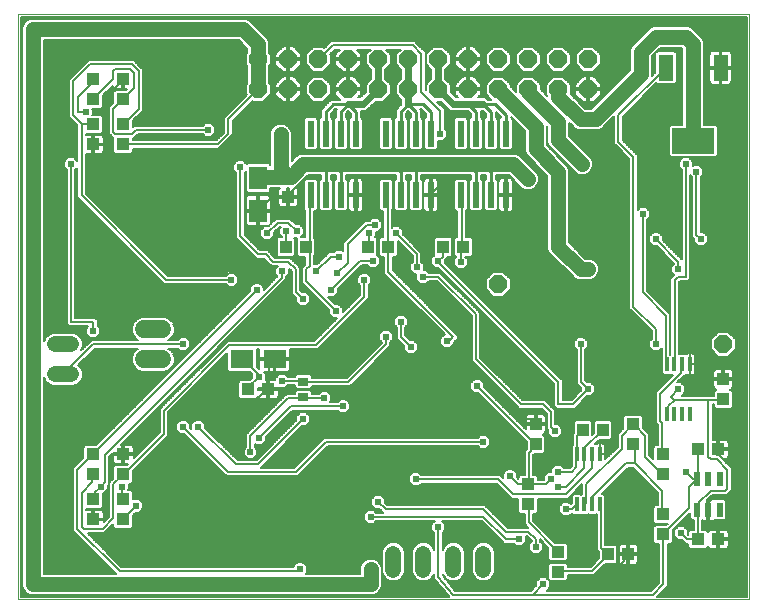
<source format=gbl>
G75*
%MOIN*%
%OFA0B0*%
%FSLAX24Y24*%
%IPPOS*%
%LPD*%
%AMOC8*
5,1,8,0,0,1.08239X$1,22.5*
%
%ADD10C,0.0000*%
%ADD11R,0.0394X0.0433*%
%ADD12R,0.0118X0.0472*%
%ADD13R,0.0433X0.0394*%
%ADD14C,0.0540*%
%ADD15C,0.0600*%
%ADD16R,0.0768X0.0591*%
%ADD17R,0.0354X0.0276*%
%ADD18R,0.0591X0.0768*%
%ADD19R,0.0236X0.0866*%
%ADD20R,0.0244X0.0480*%
%ADD21OC8,0.0600*%
%ADD22R,0.0480X0.0880*%
%ADD23R,0.1417X0.0866*%
%ADD24C,0.0356*%
%ADD25C,0.0060*%
%ADD26C,0.0240*%
%ADD27C,0.0400*%
%ADD28C,0.0500*%
%ADD29C,0.0240*%
%ADD30C,0.0100*%
%ADD31R,0.0356X0.0356*%
D10*
X000630Y000630D02*
X000630Y020126D01*
X025000Y020126D01*
X025000Y000630D01*
X000630Y000630D01*
D11*
X009545Y012380D03*
X010215Y012380D03*
X009630Y014045D03*
X009630Y014715D03*
X012295Y012380D03*
X012965Y012380D03*
X014795Y012380D03*
X015465Y012380D03*
X017880Y006465D03*
X017880Y005795D03*
X019445Y006280D03*
X020115Y006280D03*
X024130Y007295D03*
X024130Y007965D03*
X020965Y002130D03*
X020295Y002130D03*
D12*
X020013Y003799D03*
X019758Y003799D03*
X019502Y003799D03*
X019246Y003799D03*
X019246Y005462D03*
X019502Y005462D03*
X019758Y005462D03*
X020013Y005462D03*
X022246Y006799D03*
X022502Y006799D03*
X022758Y006799D03*
X023013Y006799D03*
X023013Y008462D03*
X022758Y008462D03*
X022502Y008462D03*
X022246Y008462D03*
D13*
X021130Y006465D03*
X021130Y005795D03*
X022130Y005465D03*
X022130Y004795D03*
X023295Y005630D03*
X023965Y005630D03*
X022130Y003465D03*
X022130Y002795D03*
X023295Y002630D03*
X023965Y002630D03*
X018630Y002215D03*
X018630Y001545D03*
X017630Y003795D03*
X017630Y004465D03*
X008965Y007630D03*
X008295Y007630D03*
X004130Y005465D03*
X004130Y004795D03*
X004130Y003965D03*
X004130Y003295D03*
X003130Y003295D03*
X003130Y003965D03*
X003130Y004795D03*
X003130Y005465D03*
X003130Y015795D03*
X003130Y016465D03*
X003130Y017295D03*
X003130Y017965D03*
X004130Y017965D03*
X004130Y017295D03*
X004130Y016465D03*
X004130Y015795D03*
D14*
X002400Y009130D02*
X001860Y009130D01*
X001860Y008130D02*
X002400Y008130D01*
X013130Y002150D02*
X013130Y001610D01*
X014130Y001610D02*
X014130Y002150D01*
X015130Y002150D02*
X015130Y001610D01*
X016130Y001610D02*
X016130Y002150D01*
D15*
X005430Y008630D02*
X004830Y008630D01*
X004830Y009630D02*
X005430Y009630D01*
D16*
X008089Y008630D03*
X009171Y008630D03*
D17*
X010130Y007886D03*
X010130Y007374D03*
D18*
X008630Y013589D03*
X008630Y014671D03*
D19*
X010380Y014106D03*
X010880Y014106D03*
X011380Y014106D03*
X011880Y014106D03*
X012880Y014106D03*
X013380Y014106D03*
X013880Y014106D03*
X014380Y014106D03*
X015380Y014106D03*
X015880Y014106D03*
X016380Y014106D03*
X016880Y014106D03*
X016880Y016154D03*
X016380Y016154D03*
X015880Y016154D03*
X015380Y016154D03*
X014380Y016154D03*
X013880Y016154D03*
X013380Y016154D03*
X012880Y016154D03*
X011880Y016154D03*
X011380Y016154D03*
X010880Y016154D03*
X010380Y016154D03*
D20*
X023256Y004642D03*
X023630Y004642D03*
X024004Y004642D03*
X024004Y003618D03*
X023630Y003618D03*
X023256Y003618D03*
D21*
X024130Y009130D03*
X016630Y011130D03*
X016630Y017630D03*
X016630Y018630D03*
X015630Y018630D03*
X015630Y017630D03*
X014630Y017630D03*
X014630Y018630D03*
X013630Y018630D03*
X012630Y018630D03*
X012630Y017630D03*
X013630Y017630D03*
X011630Y017630D03*
X011630Y018630D03*
X010630Y018630D03*
X010630Y017630D03*
X009630Y017630D03*
X009630Y018630D03*
X008630Y018630D03*
X008630Y017630D03*
X017630Y017630D03*
X017630Y018630D03*
X018630Y018630D03*
X018630Y017630D03*
X019630Y017630D03*
X019630Y018630D03*
D22*
X022220Y018350D03*
X023130Y018350D03*
X024040Y018350D03*
D23*
X023130Y015910D03*
D24*
X017630Y014630D03*
X009380Y016130D03*
X006380Y012380D03*
X005880Y012380D03*
X005380Y012380D03*
X005380Y011880D03*
X005880Y011880D03*
X006380Y011880D03*
X001130Y012630D03*
X001130Y013130D03*
X001130Y013630D03*
X001130Y014130D03*
X008810Y003130D03*
X008630Y002630D03*
X008630Y002130D03*
X008130Y002130D03*
X008130Y002630D03*
X009130Y002130D03*
X012380Y001630D03*
D25*
X012254Y001968D02*
X003813Y001968D01*
X003755Y002027D02*
X012749Y002027D01*
X012749Y002085D02*
X003696Y002085D01*
X003638Y002144D02*
X012749Y002144D01*
X012749Y002202D02*
X003579Y002202D01*
X003521Y002261D02*
X012764Y002261D01*
X012749Y002226D02*
X012807Y002366D01*
X012914Y002473D01*
X013054Y002531D01*
X013206Y002531D01*
X013346Y002473D01*
X013453Y002366D01*
X013511Y002226D01*
X013511Y001534D01*
X013453Y001394D01*
X013346Y001287D01*
X013206Y001229D01*
X013054Y001229D01*
X012914Y001287D01*
X012807Y001394D01*
X012749Y001534D01*
X012749Y002226D01*
X012788Y002319D02*
X003462Y002319D01*
X003404Y002378D02*
X012819Y002378D01*
X012878Y002436D02*
X003345Y002436D01*
X003287Y002495D02*
X012967Y002495D01*
X013293Y002495D02*
X013967Y002495D01*
X013914Y002473D02*
X013807Y002366D01*
X013749Y002226D01*
X013749Y001534D01*
X013807Y001394D01*
X013914Y001287D01*
X014054Y001229D01*
X014206Y001229D01*
X014346Y001287D01*
X014453Y001394D01*
X014489Y001483D01*
X014489Y001386D01*
X014485Y001335D01*
X014489Y001329D01*
X014489Y001322D01*
X014526Y001285D01*
X014989Y000729D01*
X014989Y000722D01*
X014991Y000720D01*
X000720Y000720D01*
X000720Y020036D01*
X024910Y020036D01*
X024910Y000720D01*
X021919Y000720D01*
X021921Y000722D01*
X022271Y001072D01*
X022271Y002488D01*
X022392Y002488D01*
X022457Y002553D01*
X022808Y002553D01*
X022789Y002572D02*
X022872Y002489D01*
X022968Y002489D01*
X022968Y002387D01*
X023033Y002322D01*
X023558Y002322D01*
X023623Y002387D01*
X023623Y002399D01*
X023627Y002383D01*
X023644Y002353D01*
X023668Y002329D01*
X023698Y002312D01*
X023731Y002303D01*
X023935Y002303D01*
X023935Y002600D01*
X023995Y002600D01*
X023995Y002660D01*
X024311Y002660D01*
X024311Y002844D01*
X024302Y002877D01*
X024285Y002907D01*
X024261Y002931D01*
X024231Y002948D01*
X024198Y002957D01*
X023995Y002957D01*
X023995Y002660D01*
X023935Y002660D01*
X023935Y002957D01*
X023731Y002957D01*
X023698Y002948D01*
X023668Y002931D01*
X023644Y002907D01*
X023627Y002877D01*
X023623Y002861D01*
X023623Y002873D01*
X023558Y002938D01*
X023436Y002938D01*
X023436Y003269D01*
X023458Y003257D01*
X023491Y003248D01*
X023600Y003248D01*
X023600Y003588D01*
X023660Y003588D01*
X023660Y003248D01*
X023769Y003248D01*
X023802Y003257D01*
X023830Y003273D01*
X023836Y003267D01*
X024172Y003267D01*
X024237Y003332D01*
X024237Y003904D01*
X024172Y003969D01*
X023836Y003969D01*
X023830Y003963D01*
X023802Y003979D01*
X023769Y003988D01*
X023660Y003988D01*
X023660Y003648D01*
X023600Y003648D01*
X023600Y003943D01*
X023765Y004108D01*
X024257Y004108D01*
X024327Y004178D01*
X024410Y004261D01*
X024410Y005010D01*
X024910Y005010D01*
X024910Y004952D02*
X024410Y004952D01*
X024410Y005010D02*
X024117Y005303D01*
X024198Y005303D01*
X024231Y005312D01*
X024261Y005329D01*
X024285Y005353D01*
X024302Y005383D01*
X024311Y005416D01*
X024311Y005600D01*
X023995Y005600D01*
X023995Y005660D01*
X024311Y005660D01*
X024311Y005844D01*
X024302Y005877D01*
X024285Y005907D01*
X024261Y005931D01*
X024231Y005948D01*
X024198Y005957D01*
X023995Y005957D01*
X023995Y005660D01*
X023935Y005660D01*
X023935Y005957D01*
X023777Y005957D01*
X023777Y007133D01*
X023822Y007133D01*
X023822Y007033D01*
X023887Y006968D01*
X024373Y006968D01*
X024438Y007033D01*
X024438Y007558D01*
X024373Y007623D01*
X024361Y007623D01*
X024377Y007627D01*
X024407Y007644D01*
X024431Y007668D01*
X024448Y007698D01*
X024457Y007731D01*
X024457Y007935D01*
X024160Y007935D01*
X024910Y007935D01*
X024910Y007877D02*
X024457Y007877D01*
X024457Y007818D02*
X024910Y007818D01*
X024910Y007760D02*
X024457Y007760D01*
X024449Y007701D02*
X024910Y007701D01*
X024910Y007643D02*
X024404Y007643D01*
X024411Y007584D02*
X024910Y007584D01*
X024910Y007526D02*
X024438Y007526D01*
X024438Y007467D02*
X024910Y007467D01*
X024910Y007409D02*
X024438Y007409D01*
X024438Y007350D02*
X024910Y007350D01*
X024910Y007292D02*
X024438Y007292D01*
X024438Y007233D02*
X024910Y007233D01*
X024910Y007175D02*
X024438Y007175D01*
X024438Y007116D02*
X024910Y007116D01*
X024910Y007058D02*
X024438Y007058D01*
X024480Y007063D02*
X024480Y007626D01*
X024457Y007995D02*
X024160Y007995D01*
X024100Y007995D01*
X024100Y008311D01*
X023916Y008311D01*
X023883Y008302D01*
X023853Y008285D01*
X023829Y008261D01*
X023812Y008231D01*
X023803Y008198D01*
X023803Y007995D01*
X024100Y007995D01*
X024100Y007935D01*
X022667Y007935D01*
X022725Y007994D02*
X024100Y007994D01*
X024130Y007965D02*
X024199Y007907D01*
X024160Y007935D02*
X024160Y007995D01*
X024160Y008311D01*
X024344Y008311D01*
X024377Y008302D01*
X024407Y008285D01*
X024431Y008261D01*
X024448Y008231D01*
X024457Y008198D01*
X024457Y007995D01*
X024457Y008052D02*
X024910Y008052D01*
X024910Y007994D02*
X024160Y007994D01*
X024160Y008052D02*
X024100Y008052D01*
X024100Y008111D02*
X024160Y008111D01*
X024160Y008169D02*
X024100Y008169D01*
X024100Y008228D02*
X024160Y008228D01*
X024160Y008286D02*
X024100Y008286D01*
X023855Y008286D02*
X023203Y008286D01*
X023203Y008228D02*
X023811Y008228D01*
X023803Y008169D02*
X023190Y008169D01*
X023194Y008175D02*
X023203Y008209D01*
X023203Y008462D01*
X023203Y008715D01*
X023194Y008748D01*
X023177Y008778D01*
X023152Y008802D01*
X023123Y008819D01*
X023090Y008828D01*
X023013Y008828D01*
X022937Y008828D01*
X022904Y008819D01*
X022875Y008802D01*
X022872Y008799D01*
X022862Y008809D01*
X022653Y008809D01*
X022651Y008807D01*
X022651Y011216D01*
X022679Y011239D01*
X022938Y011239D01*
X023021Y011322D01*
X023021Y014763D01*
X023089Y014694D01*
X023089Y012722D01*
X023149Y012662D01*
X023149Y012534D01*
X023284Y012399D01*
X023476Y012399D01*
X023611Y012534D01*
X023611Y012726D01*
X023476Y012861D01*
X023371Y012861D01*
X023371Y014694D01*
X023461Y014784D01*
X023461Y014976D01*
X023326Y015111D01*
X023134Y015111D01*
X023111Y015087D01*
X023111Y015226D01*
X022976Y015361D01*
X022784Y015361D01*
X022649Y015226D01*
X022649Y015034D01*
X022739Y014944D01*
X022739Y011970D01*
X022111Y012598D01*
X022111Y012726D01*
X021976Y012861D01*
X021784Y012861D01*
X021649Y012726D01*
X021649Y012534D01*
X021784Y012399D01*
X021912Y012399D01*
X022489Y011822D01*
X022489Y011816D01*
X022399Y011726D01*
X022399Y011534D01*
X022488Y011446D01*
X022461Y011425D01*
X022452Y011425D01*
X022416Y011389D01*
X022377Y011358D01*
X022376Y011349D01*
X022369Y011342D01*
X022369Y011292D01*
X022364Y011242D01*
X022369Y011235D01*
X022369Y008790D01*
X022369Y010146D01*
X021596Y010920D01*
X021596Y013280D01*
X021686Y013370D01*
X021686Y013561D01*
X021550Y013696D01*
X021359Y013696D01*
X021271Y013607D01*
X021271Y015438D01*
X020771Y015938D01*
X020771Y016702D01*
X021901Y017832D01*
X021934Y017799D01*
X022506Y017799D01*
X022571Y017864D01*
X022571Y018836D01*
X022506Y018901D01*
X021934Y018901D01*
X021869Y018836D01*
X021869Y018198D01*
X021741Y018070D01*
X021741Y018731D01*
X022029Y019019D01*
X022731Y019019D01*
X022769Y018981D01*
X022769Y016454D01*
X022375Y016454D01*
X022311Y016389D01*
X022311Y015431D01*
X022375Y015366D01*
X023885Y015366D01*
X023949Y015431D01*
X023949Y016389D01*
X023885Y016454D01*
X023491Y016454D01*
X023491Y019202D01*
X023436Y019334D01*
X023334Y019436D01*
X023084Y019686D01*
X022952Y019741D01*
X021808Y019741D01*
X021676Y019686D01*
X021574Y019584D01*
X021074Y019084D01*
X021019Y018952D01*
X021019Y018279D01*
X019731Y016991D01*
X019529Y016991D01*
X019041Y017479D01*
X019041Y017800D01*
X018800Y018041D01*
X018460Y018041D01*
X018219Y017800D01*
X018219Y017460D01*
X018269Y017410D01*
X018269Y017401D01*
X018041Y017629D01*
X018041Y017800D01*
X017800Y018041D01*
X017460Y018041D01*
X017219Y017800D01*
X017219Y017551D01*
X017041Y017729D01*
X017041Y017800D01*
X016800Y018041D01*
X016460Y018041D01*
X016219Y017800D01*
X016219Y017460D01*
X016388Y017291D01*
X016296Y017291D01*
X016226Y017361D01*
X015969Y017361D01*
X016060Y017452D01*
X016060Y017600D01*
X015660Y017600D01*
X015660Y017660D01*
X015600Y017660D01*
X015600Y018060D01*
X015452Y018060D01*
X015200Y017808D01*
X015200Y017660D01*
X015600Y017660D01*
X015600Y017600D01*
X015200Y017600D01*
X015200Y017452D01*
X015291Y017361D01*
X015226Y017361D01*
X015041Y017546D01*
X015041Y017800D01*
X014861Y017980D01*
X014861Y018280D01*
X015041Y018460D01*
X015041Y018800D01*
X014800Y019041D01*
X014460Y019041D01*
X014219Y018800D01*
X014219Y018460D01*
X014399Y018280D01*
X014399Y017980D01*
X014219Y017800D01*
X014219Y017593D01*
X014208Y017604D01*
X014208Y018870D01*
X013927Y019152D01*
X013845Y019234D01*
X011055Y019234D01*
X010831Y019010D01*
X010800Y019041D01*
X010460Y019041D01*
X010219Y018800D01*
X010219Y018460D01*
X010460Y018219D01*
X010800Y018219D01*
X011041Y018460D01*
X011041Y018800D01*
X011030Y018811D01*
X011171Y018953D01*
X011345Y018953D01*
X011200Y018808D01*
X011200Y018660D01*
X011600Y018660D01*
X011600Y018600D01*
X011660Y018600D01*
X011660Y018660D01*
X012060Y018660D01*
X012060Y018808D01*
X011915Y018953D01*
X012372Y018953D01*
X012219Y018800D01*
X012219Y018460D01*
X012399Y018280D01*
X012399Y017980D01*
X012219Y017800D01*
X012219Y017546D01*
X012034Y017361D01*
X011969Y017361D01*
X012060Y017452D01*
X012060Y017600D01*
X011660Y017600D01*
X011660Y017660D01*
X011600Y017660D01*
X011600Y018060D01*
X011452Y018060D01*
X011200Y017808D01*
X011200Y017660D01*
X011600Y017660D01*
X011600Y017600D01*
X011200Y017600D01*
X011200Y017452D01*
X011361Y017291D01*
X011063Y017291D01*
X010969Y017197D01*
X010719Y016947D01*
X010719Y016697D01*
X010716Y016697D01*
X010651Y016633D01*
X010651Y015675D01*
X010716Y015610D01*
X011044Y015610D01*
X011109Y015675D01*
X011109Y016633D01*
X011044Y016697D01*
X011041Y016697D01*
X011041Y016813D01*
X011197Y016969D01*
X011242Y016969D01*
X011219Y016947D01*
X011219Y016697D01*
X011216Y016697D01*
X011151Y016633D01*
X011151Y015675D01*
X011216Y015610D01*
X011544Y015610D01*
X011609Y015675D01*
X011609Y016633D01*
X011544Y016697D01*
X011541Y016697D01*
X011541Y016813D01*
X011627Y016899D01*
X011633Y016899D01*
X011719Y016813D01*
X011719Y016697D01*
X011716Y016697D01*
X011651Y016633D01*
X011651Y015675D01*
X011716Y015610D01*
X012044Y015610D01*
X012109Y015675D01*
X012109Y016633D01*
X012044Y016697D01*
X012041Y016697D01*
X012041Y016899D01*
X012226Y016899D01*
X012361Y017034D01*
X012546Y017219D01*
X012800Y017219D01*
X013041Y017460D01*
X013041Y017800D01*
X012861Y017980D01*
X012861Y018280D01*
X013041Y018460D01*
X013041Y018800D01*
X012888Y018953D01*
X013372Y018953D01*
X013219Y018800D01*
X013219Y018460D01*
X013399Y018280D01*
X013399Y017980D01*
X013219Y017800D01*
X013219Y017460D01*
X013399Y017280D01*
X013399Y017127D01*
X013219Y016947D01*
X013219Y016697D01*
X013216Y016697D01*
X013151Y016633D01*
X013151Y015675D01*
X013216Y015610D01*
X013544Y015610D01*
X013609Y015675D01*
X013609Y016633D01*
X013544Y016697D01*
X013541Y016697D01*
X013541Y016813D01*
X013627Y016899D01*
X013633Y016899D01*
X013719Y016813D01*
X013719Y016697D01*
X013716Y016697D01*
X013651Y016633D01*
X013651Y015675D01*
X013716Y015610D01*
X014044Y015610D01*
X014109Y015675D01*
X014109Y016633D01*
X014044Y016697D01*
X014041Y016697D01*
X014041Y016947D01*
X014018Y016969D01*
X014063Y016969D01*
X014219Y016813D01*
X014219Y016697D01*
X014216Y016697D01*
X014151Y016633D01*
X014151Y015675D01*
X014216Y015610D01*
X014544Y015610D01*
X014609Y015675D01*
X014609Y015908D01*
X014796Y015908D01*
X014932Y016043D01*
X014932Y016234D01*
X014842Y016324D01*
X014842Y016971D01*
X014593Y017219D01*
X014714Y017219D01*
X014899Y017034D01*
X015034Y016899D01*
X015633Y016899D01*
X015719Y016813D01*
X015719Y016697D01*
X015716Y016697D01*
X015651Y016633D01*
X015651Y015675D01*
X015716Y015610D01*
X016044Y015610D01*
X016109Y015675D01*
X016109Y016633D01*
X016044Y016697D01*
X016041Y016697D01*
X016041Y016899D01*
X016133Y016899D01*
X016219Y016813D01*
X016219Y016697D01*
X016216Y016697D01*
X016151Y016633D01*
X016151Y015675D01*
X016216Y015610D01*
X016544Y015610D01*
X016609Y015675D01*
X016609Y016633D01*
X016544Y016697D01*
X016541Y016697D01*
X016541Y016892D01*
X016719Y016713D01*
X016719Y016697D01*
X016716Y016697D01*
X016651Y016633D01*
X016651Y015675D01*
X016716Y015610D01*
X017044Y015610D01*
X017109Y015675D01*
X017109Y016633D01*
X017044Y016697D01*
X017041Y016697D01*
X017041Y016709D01*
X017519Y016231D01*
X017519Y015558D01*
X017574Y015426D01*
X018269Y014731D01*
X018269Y012308D01*
X018324Y012176D01*
X019074Y011426D01*
X019176Y011324D01*
X019308Y011269D01*
X019702Y011269D01*
X019834Y011324D01*
X019851Y011341D01*
X019854Y011341D01*
X019919Y011406D01*
X019919Y011409D01*
X019936Y011426D01*
X019991Y011558D01*
X019991Y011702D01*
X019936Y011834D01*
X019919Y011851D01*
X019919Y011854D01*
X019854Y011919D01*
X019851Y011919D01*
X019834Y011936D01*
X019702Y011991D01*
X019529Y011991D01*
X018991Y012529D01*
X018991Y014952D01*
X018936Y015084D01*
X018834Y015186D01*
X018241Y015779D01*
X018241Y016409D01*
X018269Y016381D01*
X018269Y015858D01*
X018324Y015726D01*
X019141Y014909D01*
X019141Y014906D01*
X019206Y014841D01*
X019209Y014841D01*
X019226Y014824D01*
X019358Y014769D01*
X019502Y014769D01*
X019634Y014824D01*
X019651Y014841D01*
X019654Y014841D01*
X019719Y014906D01*
X019719Y014909D01*
X019736Y014926D01*
X019791Y015058D01*
X019791Y015202D01*
X019736Y015334D01*
X019719Y015351D01*
X019719Y015354D01*
X019654Y015419D01*
X019651Y015419D01*
X018991Y016079D01*
X018991Y016509D01*
X019074Y016426D01*
X019176Y016324D01*
X019308Y016269D01*
X019952Y016269D01*
X020084Y016324D01*
X020186Y016426D01*
X020489Y016729D01*
X020489Y015822D01*
X020572Y015739D01*
X020989Y015322D01*
X020989Y010322D01*
X021072Y010239D01*
X021739Y009572D01*
X021739Y009316D01*
X021649Y009226D01*
X021649Y009034D01*
X021784Y008899D01*
X021976Y008899D01*
X022088Y009012D01*
X022088Y008756D01*
X022076Y008744D01*
X022076Y008180D01*
X022141Y008115D01*
X022351Y008115D01*
X022374Y008138D01*
X022397Y008115D01*
X022449Y008115D01*
X021877Y007543D01*
X021877Y006512D01*
X021947Y006442D01*
X021947Y005772D01*
X021868Y005772D01*
X021803Y005707D01*
X021803Y005296D01*
X021666Y005433D01*
X021666Y006136D01*
X021457Y006345D01*
X021457Y006707D01*
X021392Y006772D01*
X020868Y006772D01*
X020803Y006707D01*
X020803Y006328D01*
X020611Y006136D01*
X020611Y005714D01*
X020203Y005306D01*
X020203Y005462D01*
X020203Y005715D01*
X020194Y005748D01*
X020177Y005778D01*
X020152Y005802D01*
X020123Y005819D01*
X020090Y005828D01*
X020013Y005828D01*
X019937Y005828D01*
X019904Y005819D01*
X019875Y005802D01*
X019872Y005799D01*
X019862Y005809D01*
X019842Y005809D01*
X019986Y005953D01*
X020357Y005953D01*
X020422Y006018D01*
X020422Y006542D01*
X020357Y006607D01*
X019872Y006607D01*
X019807Y006542D01*
X019807Y006171D01*
X019753Y006117D01*
X019753Y006542D01*
X019688Y006607D01*
X019203Y006607D01*
X019138Y006542D01*
X019138Y006171D01*
X019105Y006139D01*
X019105Y005773D01*
X019076Y005744D01*
X019076Y005180D01*
X019089Y005167D01*
X019089Y005088D01*
X019022Y005021D01*
X018816Y005021D01*
X018726Y005111D01*
X018534Y005111D01*
X018399Y004976D01*
X018399Y004861D01*
X018284Y004861D01*
X018149Y004726D01*
X018149Y004605D01*
X017957Y004605D01*
X017957Y004707D01*
X017892Y004772D01*
X017796Y004772D01*
X017796Y005457D01*
X017808Y005468D01*
X018123Y005468D01*
X018188Y005533D01*
X018188Y006058D01*
X018123Y006123D01*
X018111Y006123D01*
X018127Y006127D01*
X018157Y006144D01*
X018181Y006168D01*
X018198Y006198D01*
X018207Y006231D01*
X018207Y006435D01*
X017910Y006435D01*
X017910Y006495D01*
X017850Y006495D01*
X017850Y006811D01*
X017666Y006811D01*
X017633Y006802D01*
X017603Y006785D01*
X017579Y006761D01*
X017562Y006731D01*
X017553Y006698D01*
X017553Y006495D01*
X017850Y006495D01*
X017850Y006435D01*
X017553Y006435D01*
X017553Y006306D01*
X016161Y007698D01*
X016161Y007826D01*
X016026Y007961D01*
X015834Y007961D01*
X015699Y007826D01*
X015699Y007634D01*
X015834Y007499D01*
X015962Y007499D01*
X017572Y005889D01*
X017572Y005631D01*
X017515Y005573D01*
X017515Y004772D01*
X017368Y004772D01*
X017303Y004707D01*
X017303Y004656D01*
X017261Y004698D01*
X017261Y004826D01*
X017126Y004961D01*
X016934Y004961D01*
X016799Y004826D01*
X016799Y004660D01*
X016688Y004771D01*
X014066Y004771D01*
X013976Y004861D01*
X013784Y004861D01*
X013649Y004726D01*
X013649Y004534D01*
X013784Y004399D01*
X013976Y004399D01*
X014066Y004489D01*
X016572Y004489D01*
X016989Y004072D01*
X017072Y003989D01*
X017303Y003989D01*
X017303Y003553D01*
X017368Y003488D01*
X017515Y003488D01*
X017515Y003135D01*
X017629Y003021D01*
X016938Y003021D01*
X016188Y003771D01*
X012938Y003771D01*
X012861Y003848D01*
X012861Y003976D01*
X012726Y004111D01*
X012534Y004111D01*
X012399Y003976D01*
X012399Y003784D01*
X012534Y003649D01*
X012662Y003649D01*
X012739Y003572D01*
X012790Y003521D01*
X012566Y003521D01*
X012476Y003611D01*
X012284Y003611D01*
X012149Y003476D01*
X012149Y003284D01*
X012284Y003149D01*
X012476Y003149D01*
X012566Y003239D01*
X014513Y003239D01*
X014399Y003126D01*
X014399Y002934D01*
X014489Y002844D01*
X014489Y002277D01*
X014453Y002366D01*
X014346Y002473D01*
X014206Y002531D01*
X014054Y002531D01*
X013914Y002473D01*
X013878Y002436D02*
X013382Y002436D01*
X013441Y002378D02*
X013819Y002378D01*
X013788Y002319D02*
X013472Y002319D01*
X013496Y002261D02*
X013764Y002261D01*
X013749Y002202D02*
X013511Y002202D01*
X013511Y002144D02*
X013749Y002144D01*
X013749Y002085D02*
X013511Y002085D01*
X013511Y002027D02*
X013749Y002027D01*
X013749Y001968D02*
X013511Y001968D01*
X013511Y001910D02*
X013749Y001910D01*
X013749Y001851D02*
X013511Y001851D01*
X013511Y001793D02*
X013749Y001793D01*
X013749Y001734D02*
X013511Y001734D01*
X013511Y001676D02*
X013749Y001676D01*
X013749Y001617D02*
X013511Y001617D01*
X013511Y001559D02*
X013749Y001559D01*
X013763Y001500D02*
X013497Y001500D01*
X013472Y001442D02*
X013788Y001442D01*
X013819Y001383D02*
X013441Y001383D01*
X013383Y001325D02*
X013877Y001325D01*
X013966Y001266D02*
X013294Y001266D01*
X012966Y001266D02*
X012741Y001266D01*
X012741Y001208D02*
X014591Y001208D01*
X014542Y001266D02*
X014294Y001266D01*
X014383Y001325D02*
X014489Y001325D01*
X014489Y001383D02*
X014441Y001383D01*
X014472Y001442D02*
X014489Y001442D01*
X014630Y001380D02*
X014630Y003030D01*
X014470Y003197D02*
X012523Y003197D01*
X012380Y003380D02*
X016130Y003380D01*
X016880Y002630D01*
X017330Y002630D01*
X017561Y002612D02*
X017699Y002612D01*
X017739Y002572D02*
X017739Y002566D01*
X017649Y002476D01*
X017649Y002284D01*
X017784Y002149D01*
X017976Y002149D01*
X018111Y002284D01*
X018111Y002476D01*
X018021Y002566D01*
X018021Y002629D01*
X018303Y002347D01*
X018303Y001972D01*
X018368Y001907D01*
X018892Y001907D01*
X018957Y001972D01*
X018957Y002457D01*
X018892Y002522D01*
X018526Y002522D01*
X017796Y003252D01*
X017796Y003488D01*
X017892Y003488D01*
X017957Y003553D01*
X017957Y003989D01*
X018938Y003989D01*
X019415Y004466D01*
X019415Y004401D01*
X019415Y004145D01*
X019397Y004145D01*
X019374Y004122D01*
X019351Y004145D01*
X019141Y004145D01*
X019076Y004081D01*
X019076Y003828D01*
X019042Y003794D01*
X018976Y003861D01*
X018784Y003861D01*
X018649Y003726D01*
X018649Y003534D01*
X018784Y003399D01*
X018976Y003399D01*
X019066Y003489D01*
X019103Y003489D01*
X019141Y003452D01*
X019351Y003452D01*
X019374Y003475D01*
X019397Y003452D01*
X019607Y003452D01*
X019630Y003475D01*
X019653Y003452D01*
X019862Y003452D01*
X019886Y003475D01*
X019907Y003453D01*
X019907Y002291D01*
X019988Y002210D01*
X019988Y001996D01*
X019708Y001716D01*
X018957Y001716D01*
X018957Y001788D01*
X018892Y001853D01*
X018368Y001853D01*
X018303Y001788D01*
X018303Y001303D01*
X018368Y001238D01*
X018892Y001238D01*
X018957Y001303D01*
X018957Y001434D01*
X019825Y001434D01*
X020193Y001803D01*
X020538Y001803D01*
X020603Y001868D01*
X020603Y002392D01*
X020538Y002457D01*
X020189Y002457D01*
X020189Y003749D01*
X020194Y003800D01*
X020189Y003806D01*
X020189Y003814D01*
X020183Y003820D01*
X020183Y004081D01*
X020118Y004145D01*
X020073Y004145D01*
X020950Y005023D01*
X021115Y005023D01*
X021947Y004190D01*
X021947Y003772D01*
X021868Y003772D01*
X021803Y003707D01*
X021803Y003222D01*
X021868Y003157D01*
X022275Y003157D01*
X022221Y003103D01*
X021868Y003103D01*
X021803Y003038D01*
X021803Y002553D01*
X020189Y002553D01*
X020189Y002495D02*
X021861Y002495D01*
X021868Y002488D02*
X021989Y002488D01*
X021989Y001188D01*
X021722Y000921D01*
X018247Y000921D01*
X018361Y001034D01*
X018361Y001226D01*
X018226Y001361D01*
X018034Y001361D01*
X017899Y001226D01*
X017899Y001098D01*
X017722Y000921D01*
X015196Y000921D01*
X014771Y001431D01*
X014771Y001483D01*
X014807Y001394D01*
X014914Y001287D01*
X015054Y001229D01*
X015206Y001229D01*
X015346Y001287D01*
X015453Y001394D01*
X015511Y001534D01*
X015511Y002226D01*
X015453Y002366D01*
X015346Y002473D01*
X015206Y002531D01*
X015054Y002531D01*
X014914Y002473D01*
X014807Y002366D01*
X014771Y002277D01*
X014771Y002844D01*
X014861Y002934D01*
X014861Y003126D01*
X014747Y003239D01*
X016072Y003239D01*
X016739Y002572D01*
X016822Y002489D01*
X017144Y002489D01*
X017234Y002399D01*
X017426Y002399D01*
X017561Y002534D01*
X017561Y002726D01*
X017547Y002739D01*
X017572Y002739D01*
X017739Y002572D01*
X017727Y002553D02*
X017561Y002553D01*
X017521Y002495D02*
X017668Y002495D01*
X017649Y002436D02*
X017462Y002436D01*
X017649Y002378D02*
X016441Y002378D01*
X016453Y002366D02*
X016346Y002473D01*
X016206Y002531D01*
X016054Y002531D01*
X015914Y002473D01*
X015807Y002366D01*
X015749Y002226D01*
X015749Y001534D01*
X015807Y001394D01*
X015914Y001287D01*
X016054Y001229D01*
X016206Y001229D01*
X016346Y001287D01*
X016453Y001394D01*
X016511Y001534D01*
X016511Y002226D01*
X016453Y002366D01*
X016472Y002319D02*
X017649Y002319D01*
X017673Y002261D02*
X016496Y002261D01*
X016511Y002202D02*
X017732Y002202D01*
X017880Y002380D02*
X017880Y002630D01*
X017630Y002880D01*
X016880Y002880D01*
X016130Y003630D01*
X012880Y003630D01*
X012630Y003880D01*
X012461Y003723D02*
X004801Y003723D01*
X004801Y003665D02*
X012519Y003665D01*
X012480Y003606D02*
X012705Y003606D01*
X012763Y003548D02*
X012539Y003548D01*
X012280Y003606D02*
X004746Y003606D01*
X004801Y003661D02*
X004665Y003525D01*
X004538Y003525D01*
X004457Y003445D01*
X004457Y003053D01*
X004392Y002988D01*
X003868Y002988D01*
X003803Y003053D01*
X003803Y003142D01*
X003502Y002842D01*
X002940Y002842D01*
X004065Y001716D01*
X009799Y001716D01*
X009799Y001726D01*
X009934Y001861D01*
X010126Y001861D01*
X010261Y001726D01*
X010261Y001534D01*
X010217Y001491D01*
X012019Y001491D01*
X012019Y001702D01*
X012074Y001834D01*
X012176Y001936D01*
X012308Y001991D01*
X012452Y001991D01*
X012584Y001936D01*
X012686Y001834D01*
X012741Y001702D01*
X012741Y001058D01*
X012686Y000926D01*
X012584Y000824D01*
X012452Y000769D01*
X001058Y000769D01*
X000926Y000824D01*
X000824Y000926D01*
X000769Y001058D01*
X000769Y019702D01*
X000824Y019834D01*
X000926Y019936D01*
X001058Y019991D01*
X008202Y019991D01*
X008334Y019936D01*
X008436Y019834D01*
X008436Y019834D01*
X008936Y019334D01*
X008991Y019202D01*
X008991Y018850D01*
X009041Y018800D01*
X009041Y018460D01*
X008991Y018410D01*
X008991Y017850D01*
X009041Y017800D01*
X009041Y017460D01*
X008800Y017219D01*
X008460Y017219D01*
X008439Y017240D01*
X007771Y016572D01*
X007771Y016072D01*
X007688Y015989D01*
X007354Y015655D01*
X004457Y015655D01*
X004457Y015553D01*
X004392Y015488D01*
X003868Y015488D01*
X003803Y015553D01*
X003803Y016003D01*
X003738Y016068D01*
X003655Y016151D01*
X003655Y017041D01*
X003803Y017189D01*
X003803Y017538D01*
X003868Y017603D01*
X004217Y017603D01*
X004252Y017638D01*
X004160Y017638D01*
X004160Y017935D01*
X004100Y017935D01*
X004100Y017638D01*
X003896Y017638D01*
X003863Y017647D01*
X003834Y017664D01*
X003809Y017688D01*
X003792Y017718D01*
X003783Y017751D01*
X003783Y017756D01*
X003457Y017430D01*
X003457Y017053D01*
X003392Y016988D01*
X003098Y016988D01*
X003111Y016976D01*
X003111Y016784D01*
X003098Y016772D01*
X003392Y016772D01*
X003457Y016707D01*
X003457Y016222D01*
X003392Y016157D01*
X002881Y016157D01*
X002881Y016118D01*
X002896Y016122D01*
X003100Y016122D01*
X003100Y015825D01*
X003160Y015825D01*
X003477Y015825D01*
X003477Y016009D01*
X003468Y016042D01*
X003451Y016072D01*
X003426Y016096D01*
X003397Y016113D01*
X003364Y016122D01*
X003160Y016122D01*
X003160Y015825D01*
X003160Y015765D01*
X003160Y015469D01*
X003364Y015469D01*
X003397Y015477D01*
X003426Y015494D01*
X003451Y015519D01*
X003468Y015548D01*
X003477Y015581D01*
X003477Y015765D01*
X003160Y015765D01*
X003100Y015765D01*
X003100Y015469D01*
X002896Y015469D01*
X002881Y015473D01*
X002881Y014157D01*
X005613Y011425D01*
X007550Y011425D01*
X007640Y011515D01*
X007831Y011515D01*
X007966Y011380D01*
X007966Y011189D01*
X007831Y011053D01*
X007640Y011053D01*
X007550Y011143D01*
X005497Y011143D01*
X002682Y013958D01*
X002600Y014040D01*
X002600Y015024D01*
X002521Y014944D01*
X002521Y010021D01*
X003188Y010021D01*
X003271Y009938D01*
X003271Y009766D01*
X003361Y009676D01*
X003361Y009484D01*
X003226Y009349D01*
X003034Y009349D01*
X002899Y009484D01*
X002899Y009676D01*
X002963Y009739D01*
X002322Y009739D01*
X002239Y009822D01*
X002239Y014944D01*
X002149Y015034D01*
X002149Y015226D01*
X002284Y015361D01*
X002476Y015361D01*
X002600Y015236D01*
X002600Y016432D01*
X002401Y016631D01*
X002319Y016713D01*
X002319Y017956D01*
X002881Y018519D01*
X002964Y018601D01*
X004487Y018601D01*
X004698Y018390D01*
X004781Y018307D01*
X004781Y016925D01*
X004457Y016601D01*
X004457Y016366D01*
X004512Y016420D01*
X006776Y016420D01*
X006866Y016510D01*
X007057Y016510D01*
X007193Y016375D01*
X007193Y016184D01*
X007057Y016049D01*
X006866Y016049D01*
X006776Y016139D01*
X004628Y016139D01*
X004570Y016080D01*
X004487Y015998D01*
X004457Y015998D01*
X004457Y015936D01*
X007237Y015936D01*
X007489Y016188D01*
X007489Y016688D01*
X008240Y017439D01*
X008219Y017460D01*
X008219Y017800D01*
X008269Y017850D01*
X008269Y018410D01*
X008219Y018460D01*
X008219Y018800D01*
X008269Y018850D01*
X008269Y018981D01*
X007981Y019269D01*
X001491Y019269D01*
X001491Y009233D01*
X001537Y009346D01*
X001644Y009453D01*
X001784Y009511D01*
X002476Y009511D01*
X002616Y009453D01*
X002723Y009346D01*
X002781Y009206D01*
X002781Y009054D01*
X002728Y008927D01*
X003072Y009271D01*
X004624Y009271D01*
X004597Y009282D01*
X004482Y009397D01*
X004419Y009548D01*
X004419Y009712D01*
X004482Y009863D01*
X004597Y009978D01*
X004748Y010041D01*
X005512Y010041D01*
X005663Y009978D01*
X005778Y009863D01*
X005841Y009712D01*
X005841Y009548D01*
X005778Y009397D01*
X005663Y009282D01*
X005636Y009271D01*
X005944Y009271D01*
X006034Y009361D01*
X006226Y009361D01*
X006361Y009226D01*
X006361Y009034D01*
X006226Y008899D01*
X006034Y008899D01*
X005944Y008989D01*
X005636Y008989D01*
X005663Y008978D01*
X005778Y008863D01*
X005841Y008712D01*
X005841Y008548D01*
X005778Y008397D01*
X005663Y008282D01*
X005512Y008219D01*
X004748Y008219D01*
X004597Y008282D01*
X004482Y008397D01*
X004419Y008548D01*
X004419Y008712D01*
X004482Y008863D01*
X004597Y008978D01*
X004624Y008989D01*
X003188Y008989D01*
X002634Y008435D01*
X002723Y008346D01*
X002781Y008206D01*
X002781Y008054D01*
X002723Y007914D01*
X002616Y007807D01*
X002476Y007749D01*
X001784Y007749D01*
X001644Y007807D01*
X001537Y007914D01*
X001491Y008027D01*
X001491Y001491D01*
X003893Y001491D01*
X003866Y001517D01*
X002459Y002924D01*
X002459Y005010D01*
X001491Y005010D01*
X001491Y004952D02*
X002459Y004952D01*
X002459Y005010D02*
X002542Y005093D01*
X002803Y005354D01*
X002803Y005707D01*
X002868Y005772D01*
X003221Y005772D01*
X008349Y010901D01*
X008349Y011028D01*
X008484Y011163D01*
X008676Y011163D01*
X008811Y011028D01*
X008811Y010940D01*
X009267Y011396D01*
X009194Y011470D01*
X009194Y011661D01*
X009272Y011739D01*
X009072Y011739D01*
X008989Y011822D01*
X008822Y011989D01*
X008572Y011989D01*
X008489Y012072D01*
X007889Y012672D01*
X007889Y014844D01*
X007799Y014934D01*
X007799Y015126D01*
X007934Y015261D01*
X008126Y015261D01*
X008255Y015132D01*
X008289Y015166D01*
X008971Y015166D01*
X009019Y015118D01*
X009019Y016202D01*
X009074Y016334D01*
X009176Y016436D01*
X009308Y016491D01*
X009452Y016491D01*
X009584Y016436D01*
X009686Y016334D01*
X009741Y016202D01*
X009741Y015251D01*
X009824Y015334D01*
X009926Y015436D01*
X010058Y015491D01*
X017202Y015491D01*
X017334Y015436D01*
X017436Y015334D01*
X017936Y014834D01*
X017991Y014702D01*
X017991Y014558D01*
X017936Y014426D01*
X017834Y014324D01*
X017702Y014269D01*
X017558Y014269D01*
X017426Y014324D01*
X016981Y014769D01*
X016541Y014769D01*
X016541Y014650D01*
X016544Y014650D01*
X016609Y014585D01*
X016609Y013627D01*
X016544Y013563D01*
X016216Y013563D01*
X016151Y013627D01*
X016151Y014585D01*
X016216Y014650D01*
X016219Y014650D01*
X016219Y014769D01*
X016041Y014769D01*
X016041Y014650D01*
X016044Y014650D01*
X016109Y014585D01*
X016109Y013627D01*
X016044Y013563D01*
X015716Y013563D01*
X015651Y013627D01*
X015651Y014585D01*
X015716Y014650D01*
X015719Y014650D01*
X015719Y014769D01*
X014041Y014769D01*
X014041Y014650D01*
X014044Y014650D01*
X014109Y014585D01*
X014109Y013627D01*
X014044Y013563D01*
X013716Y013563D01*
X013651Y013627D01*
X013651Y014585D01*
X013716Y014650D01*
X013719Y014650D01*
X013719Y014769D01*
X013541Y014769D01*
X013541Y014650D01*
X013544Y014650D01*
X013609Y014585D01*
X013609Y013627D01*
X013544Y013563D01*
X013216Y013563D01*
X013151Y013627D01*
X013151Y014585D01*
X013216Y014650D01*
X013219Y014650D01*
X013219Y014769D01*
X011541Y014769D01*
X011541Y014650D01*
X011544Y014650D01*
X011609Y014585D01*
X011609Y013627D01*
X011544Y013563D01*
X011216Y013563D01*
X011151Y013627D01*
X011151Y014585D01*
X011216Y014650D01*
X011219Y014650D01*
X011219Y014769D01*
X011041Y014769D01*
X011041Y014650D01*
X011044Y014650D01*
X011109Y014585D01*
X011109Y013627D01*
X011044Y013563D01*
X010716Y013563D01*
X010651Y013627D01*
X010651Y014585D01*
X010716Y014650D01*
X010719Y014650D01*
X010719Y014769D01*
X010279Y014769D01*
X009919Y014409D01*
X009877Y014391D01*
X009873Y014387D01*
X009867Y014387D01*
X009865Y014386D01*
X009877Y014383D01*
X009907Y014366D01*
X009931Y014342D01*
X009948Y014312D01*
X009957Y014279D01*
X009957Y014075D01*
X009660Y014075D01*
X009660Y014015D01*
X009660Y013699D01*
X009844Y013699D01*
X009877Y013708D01*
X009907Y013725D01*
X009931Y013749D01*
X009948Y013779D01*
X009957Y013812D01*
X009957Y014015D01*
X009660Y014015D01*
X009600Y014015D01*
X009600Y013699D01*
X009416Y013699D01*
X009383Y013708D01*
X009353Y013725D01*
X009329Y013749D01*
X009312Y013779D01*
X009303Y013812D01*
X009303Y014015D01*
X009600Y014015D01*
X009600Y014075D01*
X009303Y014075D01*
X009303Y014279D01*
X009312Y014312D01*
X009329Y014342D01*
X009341Y014354D01*
X009036Y014354D01*
X009036Y014242D01*
X008971Y014177D01*
X008289Y014177D01*
X008224Y014242D01*
X008224Y014898D01*
X008171Y014844D01*
X008171Y012788D01*
X008688Y012271D01*
X008938Y012271D01*
X009188Y012021D01*
X009688Y012021D01*
X009771Y011938D01*
X009771Y011938D01*
X009938Y011771D01*
X009938Y011771D01*
X010021Y011688D01*
X010021Y010938D01*
X010098Y010861D01*
X010226Y010861D01*
X010361Y010726D01*
X010361Y010534D01*
X010226Y010399D01*
X010034Y010399D01*
X009899Y010534D01*
X009899Y010662D01*
X009739Y010822D01*
X009739Y011572D01*
X009655Y011656D01*
X009655Y011470D01*
X009565Y011380D01*
X009565Y011296D01*
X004060Y005791D01*
X004100Y005791D01*
X004100Y005495D01*
X004160Y005495D01*
X004160Y005791D01*
X004364Y005791D01*
X004397Y005783D01*
X004426Y005766D01*
X004451Y005741D01*
X004468Y005712D01*
X004477Y005679D01*
X004477Y005495D01*
X004160Y005495D01*
X004160Y005435D01*
X004477Y005435D01*
X004477Y005339D01*
X005344Y006207D01*
X005344Y006980D01*
X005426Y007063D01*
X007607Y009244D01*
X010492Y009244D01*
X011247Y009999D01*
X011134Y009999D01*
X010999Y010134D01*
X010999Y010262D01*
X010089Y011172D01*
X010089Y011688D01*
X010172Y011771D01*
X010198Y011797D01*
X010198Y012053D01*
X009972Y012053D01*
X009907Y012118D01*
X009907Y012642D01*
X009936Y012672D01*
X009824Y012672D01*
X009853Y012642D01*
X009853Y012118D01*
X009788Y012053D01*
X009303Y012053D01*
X009238Y012118D01*
X009238Y012642D01*
X009303Y012707D01*
X009424Y012707D01*
X009424Y012717D01*
X009334Y012807D01*
X009334Y012998D01*
X009379Y013043D01*
X009342Y013043D01*
X009163Y012864D01*
X009163Y012736D01*
X009027Y012601D01*
X008836Y012601D01*
X008701Y012736D01*
X008701Y012927D01*
X008836Y013063D01*
X008964Y013063D01*
X008997Y013096D01*
X008975Y013084D01*
X008942Y013075D01*
X008660Y013075D01*
X008660Y013559D01*
X008660Y013619D01*
X008600Y013619D01*
X008600Y014103D01*
X008318Y014103D01*
X008285Y014094D01*
X008255Y014077D01*
X008231Y014052D01*
X008214Y014023D01*
X008205Y013990D01*
X008205Y013619D01*
X008600Y013619D01*
X008600Y013559D01*
X008205Y013559D01*
X008205Y013188D01*
X008214Y013155D01*
X008231Y013125D01*
X008255Y013101D01*
X008285Y013084D01*
X008318Y013075D01*
X008600Y013075D01*
X008600Y013559D01*
X008660Y013559D01*
X009055Y013559D01*
X009055Y013188D01*
X009046Y013155D01*
X009034Y013133D01*
X009225Y013324D01*
X009694Y013324D01*
X009776Y013242D01*
X009776Y013242D01*
X009885Y013133D01*
X010012Y013133D01*
X010147Y012998D01*
X010147Y012807D01*
X010048Y012707D01*
X010198Y012707D01*
X010198Y013580D01*
X010151Y013627D01*
X010151Y014585D01*
X010216Y014650D01*
X010544Y014650D01*
X010609Y014585D01*
X010609Y013627D01*
X010544Y013563D01*
X010480Y013563D01*
X010480Y012685D01*
X010522Y012642D01*
X010522Y012118D01*
X010480Y012075D01*
X010480Y011796D01*
X010582Y011796D01*
X010984Y012199D01*
X011138Y012199D01*
X011228Y012289D01*
X011419Y012289D01*
X011465Y012244D01*
X011465Y012538D01*
X011547Y012621D01*
X012180Y013254D01*
X012334Y013254D01*
X012424Y013344D01*
X012615Y013344D01*
X012751Y013209D01*
X012751Y013018D01*
X012615Y012883D01*
X012540Y012883D01*
X012540Y012736D01*
X012510Y012707D01*
X012538Y012707D01*
X012603Y012642D01*
X012603Y012118D01*
X012589Y012104D01*
X012680Y012013D01*
X012680Y011822D01*
X012545Y011687D01*
X012354Y011687D01*
X012264Y011777D01*
X012086Y011777D01*
X011273Y010964D01*
X011273Y010837D01*
X011138Y010702D01*
X010957Y010702D01*
X011198Y010461D01*
X011326Y010461D01*
X011461Y010326D01*
X011461Y010213D01*
X012027Y010780D01*
X012027Y011099D01*
X011937Y011189D01*
X011937Y011380D01*
X012073Y011515D01*
X012264Y011515D01*
X012399Y011380D01*
X012399Y011189D01*
X012309Y011099D01*
X012309Y010663D01*
X010691Y009045D01*
X010608Y008962D01*
X009680Y008962D01*
X009685Y008942D01*
X009685Y008660D01*
X009201Y008660D01*
X009201Y008600D01*
X009201Y008205D01*
X009572Y008205D01*
X009605Y008214D01*
X009635Y008231D01*
X009659Y008255D01*
X009676Y008285D01*
X009685Y008318D01*
X009685Y008600D01*
X009201Y008600D01*
X009141Y008600D01*
X008657Y008600D01*
X008657Y008318D01*
X008660Y008307D01*
X008583Y008384D01*
X008583Y008962D01*
X008663Y008962D01*
X008657Y008942D01*
X008657Y008660D01*
X009141Y008660D01*
X009141Y008600D01*
X009141Y008205D01*
X008820Y008205D01*
X008881Y008143D01*
X008881Y007957D01*
X008935Y007957D01*
X008935Y007660D01*
X008995Y007660D01*
X009311Y007660D01*
X009311Y007694D01*
X009329Y007676D01*
X009520Y007676D01*
X009610Y007766D01*
X009842Y007766D01*
X009842Y007702D01*
X009907Y007637D01*
X010353Y007637D01*
X010418Y007702D01*
X010418Y007739D01*
X011688Y007739D01*
X011771Y007822D01*
X013021Y009072D01*
X013021Y009194D01*
X013111Y009284D01*
X013111Y009476D01*
X012976Y009611D01*
X012784Y009611D01*
X012649Y009476D01*
X012649Y009284D01*
X012739Y009194D01*
X012739Y009188D01*
X011572Y008021D01*
X010418Y008021D01*
X010418Y008070D01*
X010353Y008134D01*
X009907Y008134D01*
X009842Y008070D01*
X009842Y008048D01*
X009610Y008048D01*
X009520Y008138D01*
X009329Y008138D01*
X009194Y008003D01*
X009194Y007957D01*
X008995Y007957D01*
X008995Y007660D01*
X008995Y007600D01*
X009311Y007600D01*
X009311Y007416D01*
X009302Y007383D01*
X009285Y007353D01*
X009261Y007329D01*
X009231Y007312D01*
X009198Y007303D01*
X008995Y007303D01*
X008995Y007600D01*
X008935Y007600D01*
X008935Y007303D01*
X008731Y007303D01*
X008698Y007312D01*
X008668Y007329D01*
X008644Y007353D01*
X008627Y007383D01*
X008623Y007399D01*
X008623Y007387D01*
X008558Y007322D01*
X008033Y007322D01*
X007968Y007387D01*
X007968Y007873D01*
X008033Y007938D01*
X008341Y007938D01*
X008420Y008016D01*
X008420Y008143D01*
X008423Y008147D01*
X008346Y008224D01*
X007659Y008224D01*
X007594Y008289D01*
X007594Y008833D01*
X005625Y006864D01*
X005625Y006090D01*
X004457Y004922D01*
X004457Y004553D01*
X004392Y004488D01*
X004305Y004488D01*
X004308Y004485D01*
X004308Y004294D01*
X004286Y004272D01*
X004392Y004272D01*
X004457Y004207D01*
X004457Y003970D01*
X004474Y003987D01*
X004665Y003987D01*
X004801Y003852D01*
X004801Y003661D01*
X004801Y003782D02*
X012402Y003782D01*
X012399Y003840D02*
X004801Y003840D01*
X004754Y003899D02*
X012399Y003899D01*
X012399Y003957D02*
X004695Y003957D01*
X004570Y003756D02*
X004148Y003334D01*
X004130Y003295D01*
X004457Y003314D02*
X012149Y003314D01*
X012149Y003372D02*
X004457Y003372D01*
X004457Y003431D02*
X012149Y003431D01*
X012163Y003489D02*
X004502Y003489D01*
X004687Y003548D02*
X012221Y003548D01*
X012179Y003255D02*
X004457Y003255D01*
X004457Y003197D02*
X012237Y003197D01*
X012869Y003840D02*
X017303Y003840D01*
X017303Y003782D02*
X012927Y003782D01*
X012861Y003899D02*
X017303Y003899D01*
X017303Y003957D02*
X012861Y003957D01*
X012821Y004016D02*
X017045Y004016D01*
X016987Y004074D02*
X012762Y004074D01*
X012498Y004074D02*
X004457Y004074D01*
X004457Y004016D02*
X012439Y004016D01*
X012130Y004130D02*
X012130Y004630D01*
X013649Y004659D02*
X004457Y004659D01*
X004457Y004601D02*
X013649Y004601D01*
X013649Y004542D02*
X004447Y004542D01*
X004308Y004484D02*
X013700Y004484D01*
X013759Y004425D02*
X004308Y004425D01*
X004308Y004367D02*
X016694Y004367D01*
X016636Y004425D02*
X014001Y004425D01*
X014060Y004484D02*
X016577Y004484D01*
X016630Y004630D02*
X017130Y004130D01*
X018880Y004130D01*
X019758Y005008D01*
X019758Y005462D01*
X020013Y005462D02*
X020013Y005828D01*
X020013Y005462D01*
X020013Y005462D01*
X020203Y005462D01*
X020013Y005462D01*
X020013Y005462D01*
X020013Y005478D02*
X020013Y005478D01*
X020013Y005537D02*
X020013Y005537D01*
X020013Y005595D02*
X020013Y005595D01*
X020013Y005654D02*
X020013Y005654D01*
X020013Y005712D02*
X020013Y005712D01*
X020013Y005771D02*
X020013Y005771D01*
X019921Y005888D02*
X020611Y005888D01*
X020611Y005946D02*
X019980Y005946D01*
X019863Y005829D02*
X020611Y005829D01*
X020611Y005771D02*
X020181Y005771D01*
X020203Y005712D02*
X020609Y005712D01*
X020550Y005654D02*
X020203Y005654D01*
X020203Y005595D02*
X020492Y005595D01*
X020433Y005537D02*
X020203Y005537D01*
X020203Y005478D02*
X020375Y005478D01*
X020316Y005420D02*
X020203Y005420D01*
X020203Y005361D02*
X020258Y005361D01*
X020751Y005656D02*
X020751Y006078D01*
X021103Y006430D01*
X021130Y006465D01*
X021173Y006430D01*
X021525Y006078D01*
X021525Y005374D01*
X022088Y004811D01*
X022130Y004795D01*
X021654Y004484D02*
X020411Y004484D01*
X020470Y004542D02*
X021596Y004542D01*
X021537Y004601D02*
X020528Y004601D01*
X020587Y004659D02*
X021479Y004659D01*
X021420Y004718D02*
X020645Y004718D01*
X020704Y004776D02*
X021362Y004776D01*
X021303Y004835D02*
X020762Y004835D01*
X020821Y004893D02*
X021245Y004893D01*
X021186Y004952D02*
X020879Y004952D01*
X020938Y005010D02*
X021128Y005010D01*
X021173Y005163D02*
X020892Y005163D01*
X019766Y004038D01*
X019766Y003827D01*
X019758Y003799D01*
X019555Y003827D02*
X019502Y003799D01*
X019555Y003827D02*
X019555Y004460D01*
X020751Y005656D01*
X020611Y006005D02*
X020409Y006005D01*
X020422Y006063D02*
X020611Y006063D01*
X020611Y006122D02*
X020422Y006122D01*
X020422Y006180D02*
X020655Y006180D01*
X020713Y006239D02*
X020422Y006239D01*
X020422Y006297D02*
X020772Y006297D01*
X020803Y006356D02*
X020422Y006356D01*
X020422Y006414D02*
X020803Y006414D01*
X020803Y006473D02*
X020422Y006473D01*
X020422Y006531D02*
X020803Y006531D01*
X020803Y006590D02*
X020375Y006590D01*
X020803Y006648D02*
X018521Y006648D01*
X018521Y006590D02*
X019185Y006590D01*
X019138Y006531D02*
X018521Y006531D01*
X018521Y006473D02*
X019138Y006473D01*
X019138Y006414D02*
X018672Y006414D01*
X018626Y006461D02*
X018521Y006461D01*
X018521Y006938D01*
X018188Y007271D01*
X017438Y007271D01*
X016021Y008688D01*
X016021Y010188D01*
X015938Y010271D01*
X014688Y011521D01*
X014316Y011521D01*
X014226Y011611D01*
X014158Y011611D01*
X014158Y011802D01*
X014068Y011892D01*
X014068Y012070D01*
X014068Y012187D01*
X013454Y012800D01*
X013454Y012927D01*
X013319Y013063D01*
X013128Y013063D01*
X013083Y013017D01*
X013083Y013601D01*
X013109Y013627D01*
X013109Y014585D01*
X013044Y014650D01*
X012716Y014650D01*
X012651Y014585D01*
X012651Y013627D01*
X012716Y013563D01*
X012801Y013563D01*
X012801Y012707D01*
X012722Y012707D01*
X012657Y012642D01*
X012657Y012118D01*
X012722Y012053D01*
X012824Y012053D01*
X012824Y011487D01*
X014850Y009461D01*
X014834Y009461D01*
X014699Y009326D01*
X014699Y009134D01*
X014834Y008999D01*
X015026Y008999D01*
X015161Y009134D01*
X015161Y009212D01*
X015271Y009322D01*
X015271Y009438D01*
X015188Y009521D01*
X013105Y011604D01*
X013105Y012053D01*
X013207Y012053D01*
X013272Y012118D01*
X013272Y012584D01*
X013786Y012070D01*
X013786Y011892D01*
X013696Y011802D01*
X013696Y011611D01*
X013831Y011476D01*
X013899Y011476D01*
X013899Y011284D01*
X014034Y011149D01*
X014226Y011149D01*
X014316Y011239D01*
X014572Y011239D01*
X015739Y010072D01*
X015739Y008572D01*
X017239Y007072D01*
X017322Y006989D01*
X018072Y006989D01*
X018239Y006822D01*
X018239Y006322D01*
X018299Y006262D01*
X018299Y006134D01*
X018434Y005999D01*
X018626Y005999D01*
X018761Y006134D01*
X018761Y006326D01*
X018626Y006461D01*
X018731Y006356D02*
X019138Y006356D01*
X019138Y006297D02*
X018761Y006297D01*
X018761Y006239D02*
X019138Y006239D01*
X019138Y006180D02*
X018761Y006180D01*
X018748Y006122D02*
X019105Y006122D01*
X019105Y006063D02*
X018689Y006063D01*
X018631Y006005D02*
X019105Y006005D01*
X019105Y005946D02*
X018188Y005946D01*
X018188Y005888D02*
X019105Y005888D01*
X019105Y005829D02*
X018188Y005829D01*
X018188Y005771D02*
X019103Y005771D01*
X019076Y005712D02*
X018188Y005712D01*
X018188Y005654D02*
X019076Y005654D01*
X019076Y005595D02*
X018188Y005595D01*
X018188Y005537D02*
X019076Y005537D01*
X019076Y005478D02*
X018133Y005478D01*
X017796Y005420D02*
X019076Y005420D01*
X019076Y005361D02*
X017796Y005361D01*
X017796Y005303D02*
X019076Y005303D01*
X019076Y005244D02*
X017796Y005244D01*
X017796Y005186D02*
X019076Y005186D01*
X019089Y005127D02*
X017796Y005127D01*
X017796Y005069D02*
X018492Y005069D01*
X018434Y005010D02*
X017796Y005010D01*
X017796Y004952D02*
X018399Y004952D01*
X018399Y004893D02*
X017796Y004893D01*
X017796Y004835D02*
X018258Y004835D01*
X018200Y004776D02*
X017796Y004776D01*
X017947Y004718D02*
X018149Y004718D01*
X018149Y004659D02*
X017957Y004659D01*
X018215Y004465D02*
X017630Y004465D01*
X017295Y004465D01*
X017030Y004730D01*
X016867Y004893D02*
X010092Y004893D01*
X010034Y004835D02*
X013758Y004835D01*
X013700Y004776D02*
X009975Y004776D01*
X009938Y004739D02*
X010938Y005739D01*
X015944Y005739D01*
X016034Y005649D01*
X016226Y005649D01*
X016361Y005784D01*
X016361Y005976D01*
X016226Y006111D01*
X016034Y006111D01*
X015944Y006021D01*
X010822Y006021D01*
X010739Y005938D01*
X009822Y005021D01*
X008720Y005021D01*
X008771Y005072D01*
X010098Y006399D01*
X010226Y006399D01*
X010361Y006534D01*
X010361Y006726D01*
X010226Y006861D01*
X010034Y006861D01*
X009899Y006726D01*
X009899Y006598D01*
X008572Y005271D01*
X007938Y005271D01*
X006861Y006348D01*
X006861Y006476D01*
X006726Y006611D01*
X006534Y006611D01*
X006399Y006476D01*
X006399Y006310D01*
X006361Y006348D01*
X006361Y006476D01*
X006226Y006611D01*
X006034Y006611D01*
X005899Y006476D01*
X005899Y006284D01*
X006034Y006149D01*
X006162Y006149D01*
X007489Y004822D01*
X007572Y004739D01*
X009938Y004739D01*
X009880Y004880D02*
X010880Y005880D01*
X016130Y005880D01*
X016288Y005712D02*
X017572Y005712D01*
X017572Y005654D02*
X016230Y005654D01*
X016347Y005771D02*
X017572Y005771D01*
X017572Y005829D02*
X016361Y005829D01*
X016361Y005888D02*
X017572Y005888D01*
X017515Y005946D02*
X016361Y005946D01*
X016332Y006005D02*
X017456Y006005D01*
X017398Y006063D02*
X016273Y006063D01*
X015987Y006063D02*
X009762Y006063D01*
X009704Y006005D02*
X010806Y006005D01*
X010747Y005946D02*
X009645Y005946D01*
X009587Y005888D02*
X010689Y005888D01*
X010630Y005829D02*
X009528Y005829D01*
X009470Y005771D02*
X010572Y005771D01*
X010513Y005712D02*
X009411Y005712D01*
X009353Y005654D02*
X010455Y005654D01*
X010396Y005595D02*
X009294Y005595D01*
X009236Y005537D02*
X010338Y005537D01*
X010279Y005478D02*
X009177Y005478D01*
X009119Y005420D02*
X010221Y005420D01*
X010162Y005361D02*
X009060Y005361D01*
X009002Y005303D02*
X010104Y005303D01*
X010045Y005244D02*
X008943Y005244D01*
X008885Y005186D02*
X009987Y005186D01*
X009928Y005127D02*
X008826Y005127D01*
X008768Y005069D02*
X009870Y005069D01*
X009880Y004880D02*
X007630Y004880D01*
X006130Y006380D01*
X006305Y006531D02*
X006455Y006531D01*
X006399Y006473D02*
X006361Y006473D01*
X006361Y006414D02*
X006399Y006414D01*
X006399Y006356D02*
X006361Y006356D01*
X006247Y006590D02*
X006513Y006590D01*
X006747Y006590D02*
X008682Y006590D01*
X008740Y006648D02*
X005625Y006648D01*
X005625Y006590D02*
X006013Y006590D01*
X005955Y006531D02*
X005625Y006531D01*
X005625Y006473D02*
X005899Y006473D01*
X005899Y006414D02*
X005625Y006414D01*
X005625Y006356D02*
X005899Y006356D01*
X005899Y006297D02*
X005625Y006297D01*
X005625Y006239D02*
X005945Y006239D01*
X006004Y006180D02*
X005625Y006180D01*
X005625Y006122D02*
X006189Y006122D01*
X006248Y006063D02*
X005598Y006063D01*
X005540Y006005D02*
X006306Y006005D01*
X006365Y005946D02*
X005481Y005946D01*
X005423Y005888D02*
X006423Y005888D01*
X006482Y005829D02*
X005364Y005829D01*
X005306Y005771D02*
X006540Y005771D01*
X006599Y005712D02*
X005247Y005712D01*
X005189Y005654D02*
X006657Y005654D01*
X006716Y005595D02*
X005130Y005595D01*
X005072Y005537D02*
X006774Y005537D01*
X006833Y005478D02*
X005013Y005478D01*
X004955Y005420D02*
X006891Y005420D01*
X006950Y005361D02*
X004896Y005361D01*
X004838Y005303D02*
X007008Y005303D01*
X007067Y005244D02*
X004779Y005244D01*
X004721Y005186D02*
X007125Y005186D01*
X007184Y005127D02*
X004662Y005127D01*
X004604Y005069D02*
X007242Y005069D01*
X007301Y005010D02*
X004545Y005010D01*
X004487Y004952D02*
X007359Y004952D01*
X007418Y004893D02*
X004457Y004893D01*
X004457Y004835D02*
X007476Y004835D01*
X007535Y004776D02*
X004457Y004776D01*
X004457Y004718D02*
X013649Y004718D01*
X013880Y004630D02*
X016630Y004630D01*
X016741Y004718D02*
X016799Y004718D01*
X016799Y004776D02*
X014060Y004776D01*
X014002Y004835D02*
X016808Y004835D01*
X016925Y004952D02*
X010151Y004952D01*
X010209Y005010D02*
X017515Y005010D01*
X017515Y004952D02*
X017135Y004952D01*
X017193Y004893D02*
X017515Y004893D01*
X017515Y004835D02*
X017252Y004835D01*
X017261Y004776D02*
X017515Y004776D01*
X017313Y004718D02*
X017261Y004718D01*
X017300Y004659D02*
X017303Y004659D01*
X017656Y004530D02*
X017630Y004465D01*
X017656Y004530D02*
X017656Y005515D01*
X017867Y005726D01*
X017880Y005795D01*
X017865Y005795D01*
X015930Y007730D01*
X015750Y007877D02*
X011826Y007877D01*
X011884Y007935D02*
X015809Y007935D01*
X015699Y007818D02*
X011767Y007818D01*
X011709Y007760D02*
X015699Y007760D01*
X015699Y007701D02*
X010417Y007701D01*
X010358Y007643D02*
X015699Y007643D01*
X015750Y007584D02*
X010392Y007584D01*
X010418Y007558D02*
X010353Y007623D01*
X009907Y007623D01*
X009842Y007558D01*
X009842Y007485D01*
X009577Y007485D01*
X009495Y007403D01*
X008228Y006136D01*
X008228Y005712D01*
X007497Y005712D01*
X007555Y005654D02*
X008170Y005654D01*
X008138Y005622D02*
X008138Y005431D01*
X008273Y005295D01*
X008465Y005295D01*
X008600Y005431D01*
X008600Y005622D01*
X008510Y005712D01*
X009013Y005712D01*
X008955Y005654D02*
X008568Y005654D01*
X008600Y005595D02*
X008896Y005595D01*
X008838Y005537D02*
X008600Y005537D01*
X008600Y005478D02*
X008779Y005478D01*
X008721Y005420D02*
X008589Y005420D01*
X008530Y005361D02*
X008662Y005361D01*
X008604Y005303D02*
X008472Y005303D01*
X008266Y005303D02*
X007906Y005303D01*
X007848Y005361D02*
X008208Y005361D01*
X008149Y005420D02*
X007789Y005420D01*
X007731Y005478D02*
X008138Y005478D01*
X008138Y005537D02*
X007672Y005537D01*
X007614Y005595D02*
X008138Y005595D01*
X008138Y005622D02*
X008228Y005712D01*
X008228Y005771D02*
X007438Y005771D01*
X007380Y005829D02*
X008228Y005829D01*
X008228Y005888D02*
X007321Y005888D01*
X007263Y005946D02*
X008228Y005946D01*
X008228Y006005D02*
X007204Y006005D01*
X007146Y006063D02*
X008228Y006063D01*
X008228Y006122D02*
X007087Y006122D01*
X007029Y006180D02*
X008272Y006180D01*
X008331Y006239D02*
X006970Y006239D01*
X006912Y006297D02*
X008389Y006297D01*
X008448Y006356D02*
X006861Y006356D01*
X006861Y006414D02*
X008506Y006414D01*
X008565Y006473D02*
X006861Y006473D01*
X006805Y006531D02*
X008623Y006531D01*
X008799Y006707D02*
X005625Y006707D01*
X005625Y006765D02*
X008857Y006765D01*
X008916Y006824D02*
X005625Y006824D01*
X005643Y006882D02*
X008974Y006882D01*
X009033Y006941D02*
X005702Y006941D01*
X005760Y006999D02*
X009091Y006999D01*
X009150Y007058D02*
X005819Y007058D01*
X005877Y007116D02*
X009208Y007116D01*
X009267Y007175D02*
X005936Y007175D01*
X005994Y007233D02*
X009325Y007233D01*
X009384Y007292D02*
X006053Y007292D01*
X006111Y007350D02*
X008005Y007350D01*
X007968Y007409D02*
X006170Y007409D01*
X006228Y007467D02*
X007968Y007467D01*
X007968Y007526D02*
X006287Y007526D01*
X006345Y007584D02*
X007968Y007584D01*
X007968Y007643D02*
X006404Y007643D01*
X006462Y007701D02*
X007968Y007701D01*
X007968Y007760D02*
X006521Y007760D01*
X006579Y007818D02*
X007968Y007818D01*
X007972Y007877D02*
X006638Y007877D01*
X006696Y007935D02*
X008030Y007935D01*
X008397Y007994D02*
X006755Y007994D01*
X006813Y008052D02*
X008420Y008052D01*
X008420Y008111D02*
X006872Y008111D01*
X006930Y008169D02*
X008400Y008169D01*
X008650Y008118D02*
X008650Y008048D01*
X008299Y007696D01*
X008295Y007630D01*
X008623Y007643D02*
X008935Y007643D01*
X008935Y007660D02*
X008935Y007600D01*
X008623Y007600D01*
X008623Y007660D01*
X008935Y007660D01*
X008932Y007626D02*
X008965Y007630D01*
X009002Y007696D01*
X009002Y008470D01*
X009143Y008611D01*
X009171Y008630D01*
X009213Y008681D01*
X011254Y008681D01*
X010751Y009105D02*
X012656Y009105D01*
X012598Y009047D02*
X010692Y009047D01*
X010634Y008988D02*
X012539Y008988D01*
X012481Y008930D02*
X009685Y008930D01*
X009685Y008871D02*
X012422Y008871D01*
X012364Y008813D02*
X009685Y008813D01*
X009685Y008754D02*
X012305Y008754D01*
X012247Y008696D02*
X009685Y008696D01*
X009685Y008579D02*
X012130Y008579D01*
X012188Y008637D02*
X009201Y008637D01*
X009201Y008579D02*
X009141Y008579D01*
X009141Y008637D02*
X008583Y008637D01*
X008583Y008579D02*
X008657Y008579D01*
X008657Y008520D02*
X008583Y008520D01*
X008583Y008462D02*
X008657Y008462D01*
X008657Y008403D02*
X008583Y008403D01*
X008623Y008345D02*
X008657Y008345D01*
X008650Y008118D02*
X008158Y008611D01*
X008089Y008630D01*
X007594Y008637D02*
X007398Y008637D01*
X007340Y008579D02*
X007594Y008579D01*
X007594Y008520D02*
X007281Y008520D01*
X007223Y008462D02*
X007594Y008462D01*
X007594Y008403D02*
X007164Y008403D01*
X007106Y008345D02*
X007594Y008345D01*
X007597Y008286D02*
X007047Y008286D01*
X006989Y008228D02*
X007655Y008228D01*
X007594Y008696D02*
X007457Y008696D01*
X007515Y008754D02*
X007594Y008754D01*
X007594Y008813D02*
X007574Y008813D01*
X007351Y008988D02*
X007257Y008988D01*
X007293Y008930D02*
X007198Y008930D01*
X007234Y008871D02*
X007140Y008871D01*
X007176Y008813D02*
X007081Y008813D01*
X007117Y008754D02*
X007023Y008754D01*
X007059Y008696D02*
X006964Y008696D01*
X007000Y008637D02*
X006906Y008637D01*
X006942Y008579D02*
X006847Y008579D01*
X006883Y008520D02*
X006789Y008520D01*
X006825Y008462D02*
X006730Y008462D01*
X006766Y008403D02*
X006672Y008403D01*
X006708Y008345D02*
X006613Y008345D01*
X006649Y008286D02*
X006555Y008286D01*
X006591Y008228D02*
X006496Y008228D01*
X006532Y008169D02*
X006438Y008169D01*
X006474Y008111D02*
X006379Y008111D01*
X006415Y008052D02*
X006321Y008052D01*
X006357Y007994D02*
X006262Y007994D01*
X006298Y007935D02*
X006204Y007935D01*
X006240Y007877D02*
X006145Y007877D01*
X006181Y007818D02*
X006087Y007818D01*
X006123Y007760D02*
X006028Y007760D01*
X006064Y007701D02*
X005970Y007701D01*
X006006Y007643D02*
X005911Y007643D01*
X005947Y007584D02*
X005853Y007584D01*
X005889Y007526D02*
X005794Y007526D01*
X005830Y007467D02*
X005736Y007467D01*
X005772Y007409D02*
X005677Y007409D01*
X005713Y007350D02*
X005619Y007350D01*
X005655Y007292D02*
X005560Y007292D01*
X005596Y007233D02*
X005502Y007233D01*
X005538Y007175D02*
X005443Y007175D01*
X005479Y007116D02*
X005385Y007116D01*
X005421Y007058D02*
X005326Y007058D01*
X005362Y006999D02*
X005268Y006999D01*
X005209Y006941D02*
X005344Y006941D01*
X005344Y006882D02*
X005151Y006882D01*
X005092Y006824D02*
X005344Y006824D01*
X005344Y006765D02*
X005034Y006765D01*
X004975Y006707D02*
X005344Y006707D01*
X005344Y006648D02*
X004917Y006648D01*
X004858Y006590D02*
X005344Y006590D01*
X005344Y006531D02*
X004800Y006531D01*
X004741Y006473D02*
X005344Y006473D01*
X005344Y006414D02*
X004683Y006414D01*
X004624Y006356D02*
X005344Y006356D01*
X005344Y006297D02*
X004566Y006297D01*
X004507Y006239D02*
X005344Y006239D01*
X005317Y006180D02*
X004449Y006180D01*
X004390Y006122D02*
X005259Y006122D01*
X005200Y006063D02*
X004332Y006063D01*
X004273Y006005D02*
X005142Y006005D01*
X005083Y005946D02*
X004215Y005946D01*
X004156Y005888D02*
X005025Y005888D01*
X004966Y005829D02*
X004098Y005829D01*
X004100Y005771D02*
X004160Y005771D01*
X004148Y005796D02*
X008056Y009704D01*
X008130Y009630D01*
X008380Y009630D01*
X008056Y009704D02*
X008510Y010158D01*
X008485Y010217D02*
X010999Y010217D01*
X010999Y010158D02*
X008427Y010158D01*
X008368Y010100D02*
X011034Y010100D01*
X011093Y010041D02*
X008310Y010041D01*
X008251Y009983D02*
X011230Y009983D01*
X011172Y009924D02*
X008193Y009924D01*
X008134Y009866D02*
X011113Y009866D01*
X011055Y009807D02*
X008076Y009807D01*
X008017Y009749D02*
X010996Y009749D01*
X010938Y009690D02*
X007959Y009690D01*
X007900Y009632D02*
X010879Y009632D01*
X010821Y009573D02*
X007842Y009573D01*
X007783Y009515D02*
X010762Y009515D01*
X010704Y009456D02*
X007725Y009456D01*
X007666Y009398D02*
X010645Y009398D01*
X010587Y009339D02*
X007608Y009339D01*
X007549Y009281D02*
X010528Y009281D01*
X010550Y009103D02*
X007665Y009103D01*
X005484Y006922D01*
X005484Y006148D01*
X004148Y004811D01*
X004130Y004795D01*
X004077Y004741D01*
X003796Y004460D01*
X003796Y003334D01*
X003444Y002982D01*
X002811Y002982D01*
X002741Y003053D01*
X002741Y004178D01*
X003092Y004530D01*
X003092Y004741D01*
X003130Y004795D01*
X003515Y004530D02*
X003374Y004389D01*
X003163Y004178D01*
X003163Y003967D01*
X003130Y003965D01*
X003457Y003957D02*
X003655Y003957D01*
X003655Y003899D02*
X003457Y003899D01*
X003457Y003840D02*
X003655Y003840D01*
X003655Y003782D02*
X003457Y003782D01*
X003457Y003723D02*
X003655Y003723D01*
X003655Y003665D02*
X003400Y003665D01*
X003392Y003657D02*
X003457Y003722D01*
X003457Y004159D01*
X003469Y004159D01*
X003605Y004294D01*
X003605Y004421D01*
X003655Y004472D01*
X003655Y005386D01*
X003783Y005515D01*
X003783Y005495D01*
X004100Y005495D01*
X004100Y005435D01*
X003783Y005435D01*
X003783Y005251D01*
X003792Y005218D01*
X003809Y005188D01*
X003834Y005164D01*
X003863Y005147D01*
X003896Y005138D01*
X004100Y005138D01*
X004100Y005435D01*
X004160Y005435D01*
X004160Y005138D01*
X004275Y005138D01*
X004240Y005103D01*
X003868Y005103D01*
X003803Y005038D01*
X003803Y004666D01*
X003655Y004518D01*
X003655Y003392D01*
X003477Y003214D01*
X003477Y003265D01*
X003160Y003265D01*
X003160Y003325D01*
X003477Y003325D01*
X003477Y003509D01*
X003468Y003542D01*
X003451Y003572D01*
X003426Y003596D01*
X003397Y003613D01*
X003364Y003622D01*
X003160Y003622D01*
X003160Y003325D01*
X003100Y003325D01*
X003100Y003622D01*
X002896Y003622D01*
X002881Y003618D01*
X002881Y003657D01*
X003392Y003657D01*
X003409Y003606D02*
X003655Y003606D01*
X003655Y003548D02*
X003465Y003548D01*
X003477Y003489D02*
X003655Y003489D01*
X003655Y003431D02*
X003477Y003431D01*
X003477Y003372D02*
X003635Y003372D01*
X003576Y003314D02*
X003160Y003314D01*
X003160Y003372D02*
X003100Y003372D01*
X003100Y003431D02*
X003160Y003431D01*
X003160Y003489D02*
X003100Y003489D01*
X003100Y003548D02*
X003160Y003548D01*
X003160Y003606D02*
X003100Y003606D01*
X003477Y003255D02*
X003518Y003255D01*
X003740Y003080D02*
X003803Y003080D01*
X003799Y003138D02*
X003803Y003138D01*
X003834Y003021D02*
X003682Y003021D01*
X003623Y002963D02*
X014399Y002963D01*
X014399Y003021D02*
X004426Y003021D01*
X004457Y003080D02*
X014399Y003080D01*
X014412Y003138D02*
X004457Y003138D01*
X004130Y003965D02*
X004077Y003967D01*
X004077Y004389D01*
X004308Y004308D02*
X016753Y004308D01*
X016811Y004250D02*
X004415Y004250D01*
X004457Y004191D02*
X016870Y004191D01*
X016928Y004133D02*
X004457Y004133D01*
X003655Y004133D02*
X003457Y004133D01*
X003457Y004074D02*
X003655Y004074D01*
X003655Y004016D02*
X003457Y004016D01*
X003502Y004191D02*
X003655Y004191D01*
X003655Y004250D02*
X003560Y004250D01*
X003605Y004308D02*
X003655Y004308D01*
X003655Y004367D02*
X003605Y004367D01*
X003609Y004425D02*
X003655Y004425D01*
X003655Y004484D02*
X003655Y004484D01*
X003655Y004542D02*
X003679Y004542D01*
X003655Y004601D02*
X003738Y004601D01*
X003796Y004659D02*
X003655Y004659D01*
X003655Y004718D02*
X003803Y004718D01*
X003803Y004776D02*
X003655Y004776D01*
X003655Y004835D02*
X003803Y004835D01*
X003803Y004893D02*
X003655Y004893D01*
X003655Y004952D02*
X003803Y004952D01*
X003803Y005010D02*
X003655Y005010D01*
X003655Y005069D02*
X003833Y005069D01*
X003812Y005186D02*
X003655Y005186D01*
X003655Y005244D02*
X003785Y005244D01*
X003783Y005303D02*
X003655Y005303D01*
X003655Y005361D02*
X003783Y005361D01*
X003783Y005420D02*
X003688Y005420D01*
X003747Y005478D02*
X004100Y005478D01*
X004130Y005465D02*
X004148Y005515D01*
X004148Y005796D01*
X004160Y005712D02*
X004100Y005712D01*
X004100Y005654D02*
X004160Y005654D01*
X004160Y005595D02*
X004100Y005595D01*
X004100Y005537D02*
X004160Y005537D01*
X004160Y005478D02*
X004615Y005478D01*
X004557Y005420D02*
X004477Y005420D01*
X004477Y005361D02*
X004498Y005361D01*
X004477Y005537D02*
X004674Y005537D01*
X004732Y005595D02*
X004477Y005595D01*
X004477Y005654D02*
X004791Y005654D01*
X004849Y005712D02*
X004467Y005712D01*
X004418Y005771D02*
X004908Y005771D01*
X004160Y005420D02*
X004100Y005420D01*
X004100Y005361D02*
X004160Y005361D01*
X004160Y005303D02*
X004100Y005303D01*
X004100Y005244D02*
X004160Y005244D01*
X004160Y005186D02*
X004100Y005186D01*
X004264Y005127D02*
X003655Y005127D01*
X003515Y005445D02*
X003515Y004530D01*
X002600Y004952D02*
X003092Y005445D01*
X003130Y005465D01*
X003163Y005515D01*
X008580Y010932D01*
X008416Y011094D02*
X007872Y011094D01*
X007931Y011153D02*
X008474Y011153D01*
X008357Y011036D02*
X002521Y011036D01*
X002521Y011094D02*
X007600Y011094D01*
X007736Y011284D02*
X005555Y011284D01*
X002741Y014098D01*
X002741Y016490D01*
X002459Y016772D01*
X002459Y017897D01*
X003022Y018460D01*
X004429Y018460D01*
X004640Y018249D01*
X004640Y016983D01*
X004148Y016490D01*
X004130Y016465D01*
X004457Y016476D02*
X006832Y016476D01*
X006962Y016279D02*
X004570Y016279D01*
X004429Y016139D01*
X003866Y016139D01*
X003796Y016209D01*
X003796Y016983D01*
X004077Y017264D01*
X004130Y017295D01*
X004148Y017335D01*
X004499Y017686D01*
X004499Y018179D01*
X004359Y018320D01*
X003866Y018320D01*
X003796Y018249D01*
X003796Y017968D01*
X003163Y017335D01*
X003130Y017295D01*
X003457Y017295D02*
X003803Y017295D01*
X003803Y017237D02*
X003457Y017237D01*
X003457Y017178D02*
X003792Y017178D01*
X003734Y017120D02*
X003457Y017120D01*
X003457Y017061D02*
X003675Y017061D01*
X003655Y017003D02*
X003407Y017003D01*
X003396Y016769D02*
X003655Y016769D01*
X003655Y016827D02*
X003111Y016827D01*
X003111Y016886D02*
X003655Y016886D01*
X003655Y016944D02*
X003111Y016944D01*
X002880Y016880D02*
X002630Y016880D01*
X002630Y017380D01*
X003130Y017880D01*
X003130Y017965D01*
X002711Y018348D02*
X001491Y018348D01*
X001491Y018290D02*
X002652Y018290D01*
X002594Y018231D02*
X001491Y018231D01*
X001491Y018173D02*
X002535Y018173D01*
X002477Y018114D02*
X001491Y018114D01*
X001491Y018056D02*
X002418Y018056D01*
X002360Y017997D02*
X001491Y017997D01*
X001491Y017939D02*
X002319Y017939D01*
X002319Y017880D02*
X001491Y017880D01*
X001491Y017822D02*
X002319Y017822D01*
X002319Y017763D02*
X001491Y017763D01*
X001491Y017705D02*
X002319Y017705D01*
X002319Y017646D02*
X001491Y017646D01*
X001491Y017588D02*
X002319Y017588D01*
X002319Y017529D02*
X001491Y017529D01*
X001491Y017471D02*
X002319Y017471D01*
X002319Y017412D02*
X001491Y017412D01*
X001491Y017354D02*
X002319Y017354D01*
X002319Y017295D02*
X001491Y017295D01*
X001491Y017237D02*
X002319Y017237D01*
X002319Y017178D02*
X001491Y017178D01*
X001491Y017120D02*
X002319Y017120D01*
X002319Y017061D02*
X001491Y017061D01*
X001491Y017003D02*
X002319Y017003D01*
X002319Y016944D02*
X001491Y016944D01*
X001491Y016886D02*
X002319Y016886D01*
X002319Y016827D02*
X001491Y016827D01*
X001491Y016769D02*
X002319Y016769D01*
X002322Y016710D02*
X001491Y016710D01*
X001491Y016652D02*
X002380Y016652D01*
X002439Y016593D02*
X001491Y016593D01*
X001491Y016535D02*
X002497Y016535D01*
X002556Y016476D02*
X001491Y016476D01*
X001491Y016418D02*
X002600Y016418D01*
X002600Y016359D02*
X001491Y016359D01*
X001491Y016301D02*
X002600Y016301D01*
X002600Y016242D02*
X001491Y016242D01*
X001491Y016184D02*
X002600Y016184D01*
X002600Y016125D02*
X001491Y016125D01*
X001491Y016067D02*
X002600Y016067D01*
X002600Y016008D02*
X001491Y016008D01*
X001491Y015950D02*
X002600Y015950D01*
X002600Y015891D02*
X001491Y015891D01*
X001491Y015833D02*
X002600Y015833D01*
X002600Y015774D02*
X001491Y015774D01*
X001491Y015716D02*
X002600Y015716D01*
X002600Y015657D02*
X001491Y015657D01*
X001491Y015599D02*
X002600Y015599D01*
X002600Y015540D02*
X001491Y015540D01*
X001491Y015482D02*
X002600Y015482D01*
X002600Y015423D02*
X001491Y015423D01*
X001491Y015365D02*
X002600Y015365D01*
X002600Y015306D02*
X002530Y015306D01*
X002589Y015248D02*
X002600Y015248D01*
X002590Y015014D02*
X002600Y015014D01*
X002600Y014955D02*
X002531Y014955D01*
X002521Y014897D02*
X002600Y014897D01*
X002600Y014838D02*
X002521Y014838D01*
X002521Y014780D02*
X002600Y014780D01*
X002600Y014721D02*
X002521Y014721D01*
X002521Y014663D02*
X002600Y014663D01*
X002600Y014604D02*
X002521Y014604D01*
X002521Y014546D02*
X002600Y014546D01*
X002600Y014487D02*
X002521Y014487D01*
X002521Y014429D02*
X002600Y014429D01*
X002600Y014370D02*
X002521Y014370D01*
X002521Y014312D02*
X002600Y014312D01*
X002600Y014253D02*
X002521Y014253D01*
X002521Y014195D02*
X002600Y014195D01*
X002600Y014136D02*
X002521Y014136D01*
X002521Y014078D02*
X002600Y014078D01*
X002621Y014019D02*
X002521Y014019D01*
X002521Y013961D02*
X002679Y013961D01*
X002738Y013902D02*
X002521Y013902D01*
X002521Y013844D02*
X002796Y013844D01*
X002855Y013785D02*
X002521Y013785D01*
X002521Y013727D02*
X002913Y013727D01*
X002972Y013668D02*
X002521Y013668D01*
X002521Y013610D02*
X003030Y013610D01*
X003089Y013551D02*
X002521Y013551D01*
X002521Y013493D02*
X003147Y013493D01*
X003206Y013434D02*
X002521Y013434D01*
X002521Y013376D02*
X003264Y013376D01*
X003323Y013317D02*
X002521Y013317D01*
X002521Y013259D02*
X003381Y013259D01*
X003440Y013200D02*
X002521Y013200D01*
X002521Y013142D02*
X003498Y013142D01*
X003557Y013083D02*
X002521Y013083D01*
X002521Y013025D02*
X003615Y013025D01*
X003674Y012966D02*
X002521Y012966D01*
X002521Y012908D02*
X003732Y012908D01*
X003791Y012849D02*
X002521Y012849D01*
X002521Y012791D02*
X003849Y012791D01*
X003908Y012732D02*
X002521Y012732D01*
X002521Y012674D02*
X003966Y012674D01*
X004025Y012615D02*
X002521Y012615D01*
X002521Y012557D02*
X004083Y012557D01*
X004142Y012498D02*
X002521Y012498D01*
X002521Y012440D02*
X004200Y012440D01*
X004259Y012381D02*
X002521Y012381D01*
X002521Y012323D02*
X004317Y012323D01*
X004376Y012264D02*
X002521Y012264D01*
X002521Y012206D02*
X004434Y012206D01*
X004493Y012147D02*
X002521Y012147D01*
X002521Y012089D02*
X004551Y012089D01*
X004610Y012030D02*
X002521Y012030D01*
X002521Y011972D02*
X004668Y011972D01*
X004727Y011913D02*
X002521Y011913D01*
X002521Y011855D02*
X004785Y011855D01*
X004844Y011796D02*
X002521Y011796D01*
X002521Y011738D02*
X004902Y011738D01*
X004961Y011679D02*
X002521Y011679D01*
X002521Y011621D02*
X005019Y011621D01*
X005078Y011562D02*
X002521Y011562D01*
X002521Y011504D02*
X005136Y011504D01*
X005195Y011445D02*
X002521Y011445D01*
X002521Y011387D02*
X005253Y011387D01*
X005312Y011328D02*
X002521Y011328D01*
X002521Y011270D02*
X005370Y011270D01*
X005429Y011211D02*
X002521Y011211D01*
X002521Y011153D02*
X005487Y011153D01*
X005593Y011445D02*
X007571Y011445D01*
X007629Y011504D02*
X005534Y011504D01*
X005476Y011562D02*
X009194Y011562D01*
X009194Y011504D02*
X007843Y011504D01*
X007901Y011445D02*
X009218Y011445D01*
X009257Y011387D02*
X007960Y011387D01*
X007966Y011328D02*
X009199Y011328D01*
X009140Y011270D02*
X007966Y011270D01*
X007966Y011211D02*
X009082Y011211D01*
X009023Y011153D02*
X008686Y011153D01*
X008745Y011094D02*
X008965Y011094D01*
X008906Y011036D02*
X008803Y011036D01*
X008811Y010977D02*
X008848Y010977D01*
X009070Y010802D02*
X009759Y010802D01*
X009739Y010860D02*
X009129Y010860D01*
X009187Y010919D02*
X009739Y010919D01*
X009739Y010977D02*
X009246Y010977D01*
X009304Y011036D02*
X009739Y011036D01*
X009739Y011094D02*
X009363Y011094D01*
X009421Y011153D02*
X009739Y011153D01*
X009739Y011211D02*
X009480Y011211D01*
X009538Y011270D02*
X009739Y011270D01*
X009739Y011328D02*
X009565Y011328D01*
X009572Y011387D02*
X009739Y011387D01*
X009739Y011445D02*
X009630Y011445D01*
X009655Y011504D02*
X009739Y011504D01*
X009739Y011562D02*
X009655Y011562D01*
X009655Y011621D02*
X009690Y011621D01*
X009880Y011630D02*
X009630Y011880D01*
X009130Y011880D01*
X008880Y012130D01*
X008630Y012130D01*
X008030Y012730D01*
X008030Y015030D01*
X008197Y015189D02*
X009019Y015189D01*
X009019Y015131D02*
X009006Y015131D01*
X009019Y015248D02*
X008139Y015248D01*
X007921Y015248D02*
X002881Y015248D01*
X002881Y015306D02*
X009019Y015306D01*
X009019Y015365D02*
X002881Y015365D01*
X002881Y015423D02*
X009019Y015423D01*
X009019Y015482D02*
X003404Y015482D01*
X003463Y015540D02*
X003815Y015540D01*
X003803Y015599D02*
X003477Y015599D01*
X003477Y015657D02*
X003803Y015657D01*
X003803Y015716D02*
X003477Y015716D01*
X003477Y015833D02*
X003803Y015833D01*
X003803Y015891D02*
X003477Y015891D01*
X003477Y015950D02*
X003803Y015950D01*
X003798Y016008D02*
X003477Y016008D01*
X003454Y016067D02*
X003739Y016067D01*
X003681Y016125D02*
X002881Y016125D01*
X003100Y016067D02*
X003160Y016067D01*
X003160Y016008D02*
X003100Y016008D01*
X003100Y015950D02*
X003160Y015950D01*
X003160Y015891D02*
X003100Y015891D01*
X003100Y015833D02*
X003160Y015833D01*
X003163Y015857D02*
X003130Y015795D01*
X003163Y015787D01*
X003163Y015435D01*
X007103Y015435D01*
X009284Y017616D01*
X009565Y017616D01*
X009630Y017630D01*
X009635Y017616D01*
X009660Y017600D02*
X009660Y017200D01*
X009808Y017200D01*
X010060Y017452D01*
X010060Y017600D01*
X009660Y017600D01*
X009660Y017660D01*
X010060Y017660D01*
X010060Y017808D01*
X009808Y018060D01*
X009660Y018060D01*
X009660Y017660D01*
X009600Y017660D01*
X009600Y018060D01*
X009452Y018060D01*
X009200Y017808D01*
X009200Y017660D01*
X009600Y017660D01*
X009600Y017600D01*
X009660Y017600D01*
X009660Y017588D02*
X009600Y017588D01*
X009600Y017600D02*
X009600Y017200D01*
X009452Y017200D01*
X009200Y017452D01*
X009200Y017600D01*
X009600Y017600D01*
X009600Y017646D02*
X009041Y017646D01*
X009041Y017588D02*
X009200Y017588D01*
X009200Y017529D02*
X009041Y017529D01*
X009041Y017471D02*
X009200Y017471D01*
X009240Y017412D02*
X008993Y017412D01*
X008934Y017354D02*
X009298Y017354D01*
X009357Y017295D02*
X008876Y017295D01*
X008817Y017237D02*
X009415Y017237D01*
X009600Y017237D02*
X009660Y017237D01*
X009660Y017295D02*
X009600Y017295D01*
X009600Y017354D02*
X009660Y017354D01*
X009660Y017412D02*
X009600Y017412D01*
X009600Y017471D02*
X009660Y017471D01*
X009660Y017529D02*
X009600Y017529D01*
X009660Y017646D02*
X010219Y017646D01*
X010219Y017588D02*
X010060Y017588D01*
X010060Y017529D02*
X010219Y017529D01*
X010219Y017471D02*
X010060Y017471D01*
X010020Y017412D02*
X010267Y017412D01*
X010219Y017460D02*
X010460Y017219D01*
X010800Y017219D01*
X011041Y017460D01*
X011041Y017800D01*
X010800Y018041D01*
X010460Y018041D01*
X010219Y017800D01*
X010219Y017460D01*
X010326Y017354D02*
X009962Y017354D01*
X009903Y017295D02*
X010384Y017295D01*
X010443Y017237D02*
X009845Y017237D01*
X010057Y017194D02*
X010831Y017194D01*
X011254Y017616D01*
X011605Y017616D01*
X011630Y017630D01*
X011660Y017646D02*
X012219Y017646D01*
X012219Y017588D02*
X012060Y017588D01*
X012060Y017529D02*
X012203Y017529D01*
X012144Y017471D02*
X012060Y017471D01*
X012086Y017412D02*
X012020Y017412D01*
X012060Y017660D02*
X011660Y017660D01*
X011660Y018060D01*
X011808Y018060D01*
X012060Y017808D01*
X012060Y017660D01*
X012060Y017705D02*
X012219Y017705D01*
X012219Y017763D02*
X012060Y017763D01*
X012046Y017822D02*
X012241Y017822D01*
X012299Y017880D02*
X011988Y017880D01*
X011929Y017939D02*
X012358Y017939D01*
X012399Y017997D02*
X011871Y017997D01*
X011812Y018056D02*
X012399Y018056D01*
X012399Y018114D02*
X008991Y018114D01*
X008991Y018056D02*
X009448Y018056D01*
X009389Y017997D02*
X008991Y017997D01*
X008991Y017939D02*
X009331Y017939D01*
X009272Y017880D02*
X008991Y017880D01*
X009019Y017822D02*
X009214Y017822D01*
X009200Y017763D02*
X009041Y017763D01*
X009041Y017705D02*
X009200Y017705D01*
X009600Y017705D02*
X009660Y017705D01*
X009660Y017763D02*
X009600Y017763D01*
X009600Y017822D02*
X009660Y017822D01*
X009660Y017880D02*
X009600Y017880D01*
X009600Y017939D02*
X009660Y017939D01*
X009660Y017997D02*
X009600Y017997D01*
X009600Y018056D02*
X009660Y018056D01*
X009660Y018200D02*
X009808Y018200D01*
X010060Y018452D01*
X010060Y018600D01*
X009660Y018600D01*
X009660Y018660D01*
X010060Y018660D01*
X010060Y018808D01*
X009808Y019060D01*
X009660Y019060D01*
X009660Y018660D01*
X009600Y018660D01*
X009600Y019060D01*
X009452Y019060D01*
X009200Y018808D01*
X009200Y018660D01*
X009600Y018660D01*
X009600Y018600D01*
X009660Y018600D01*
X009660Y018200D01*
X009660Y018231D02*
X009600Y018231D01*
X009600Y018200D02*
X009600Y018600D01*
X009200Y018600D01*
X009200Y018452D01*
X009452Y018200D01*
X009600Y018200D01*
X009600Y018290D02*
X009660Y018290D01*
X009660Y018348D02*
X009600Y018348D01*
X009600Y018407D02*
X009660Y018407D01*
X009660Y018465D02*
X009600Y018465D01*
X009600Y018524D02*
X009660Y018524D01*
X009660Y018582D02*
X009600Y018582D01*
X009600Y018641D02*
X009041Y018641D01*
X009041Y018699D02*
X009200Y018699D01*
X009200Y018758D02*
X009041Y018758D01*
X009025Y018816D02*
X009208Y018816D01*
X009267Y018875D02*
X008991Y018875D01*
X008991Y018933D02*
X009325Y018933D01*
X009384Y018992D02*
X008991Y018992D01*
X008991Y019050D02*
X009442Y019050D01*
X009600Y019050D02*
X009660Y019050D01*
X009660Y018992D02*
X009600Y018992D01*
X009600Y018933D02*
X009660Y018933D01*
X009660Y018875D02*
X009600Y018875D01*
X009600Y018816D02*
X009660Y018816D01*
X009660Y018758D02*
X009600Y018758D01*
X009600Y018699D02*
X009660Y018699D01*
X009660Y018641D02*
X010219Y018641D01*
X010219Y018699D02*
X010060Y018699D01*
X010060Y018758D02*
X010219Y018758D01*
X010235Y018816D02*
X010052Y018816D01*
X009993Y018875D02*
X010294Y018875D01*
X010352Y018933D02*
X009935Y018933D01*
X009876Y018992D02*
X010411Y018992D01*
X010630Y018630D02*
X010691Y018671D01*
X011113Y019093D01*
X013786Y019093D01*
X014068Y018812D01*
X014068Y017546D01*
X014701Y016912D01*
X014701Y016139D01*
X014865Y016301D02*
X015151Y016301D01*
X015151Y016359D02*
X014842Y016359D01*
X014842Y016418D02*
X015151Y016418D01*
X015151Y016476D02*
X014842Y016476D01*
X014842Y016535D02*
X015151Y016535D01*
X015151Y016593D02*
X014842Y016593D01*
X014842Y016652D02*
X015170Y016652D01*
X015151Y016633D02*
X015216Y016697D01*
X015544Y016697D01*
X015609Y016633D01*
X015609Y015675D01*
X015544Y015610D01*
X015216Y015610D01*
X015151Y015675D01*
X015151Y016633D01*
X014842Y016710D02*
X015719Y016710D01*
X015719Y016769D02*
X014842Y016769D01*
X014842Y016827D02*
X015706Y016827D01*
X015647Y016886D02*
X014842Y016886D01*
X014842Y016944D02*
X014990Y016944D01*
X014931Y017003D02*
X014810Y017003D01*
X014751Y017061D02*
X014873Y017061D01*
X014814Y017120D02*
X014693Y017120D01*
X014634Y017178D02*
X014756Y017178D01*
X015174Y017412D02*
X015240Y017412D01*
X015200Y017471D02*
X015116Y017471D01*
X015057Y017529D02*
X015200Y017529D01*
X015200Y017588D02*
X015041Y017588D01*
X015041Y017646D02*
X015600Y017646D01*
X015600Y017705D02*
X015660Y017705D01*
X015660Y017660D02*
X015660Y018060D01*
X015808Y018060D01*
X016060Y017808D01*
X016060Y017660D01*
X015660Y017660D01*
X015660Y017646D02*
X016219Y017646D01*
X016219Y017588D02*
X016060Y017588D01*
X016060Y017529D02*
X016219Y017529D01*
X016219Y017471D02*
X016060Y017471D01*
X016020Y017412D02*
X016267Y017412D01*
X016233Y017354D02*
X016326Y017354D01*
X016291Y017295D02*
X016384Y017295D01*
X016541Y016886D02*
X016547Y016886D01*
X016541Y016827D02*
X016606Y016827D01*
X016664Y016769D02*
X016541Y016769D01*
X016541Y016710D02*
X016719Y016710D01*
X016670Y016652D02*
X016590Y016652D01*
X016609Y016593D02*
X016651Y016593D01*
X016651Y016535D02*
X016609Y016535D01*
X016609Y016476D02*
X016651Y016476D01*
X016651Y016418D02*
X016609Y016418D01*
X016609Y016359D02*
X016651Y016359D01*
X016651Y016301D02*
X016609Y016301D01*
X016609Y016242D02*
X016651Y016242D01*
X016651Y016184D02*
X016609Y016184D01*
X016609Y016125D02*
X016651Y016125D01*
X016651Y016067D02*
X016609Y016067D01*
X016609Y016008D02*
X016651Y016008D01*
X016651Y015950D02*
X016609Y015950D01*
X016609Y015891D02*
X016651Y015891D01*
X016651Y015833D02*
X016609Y015833D01*
X016609Y015774D02*
X016651Y015774D01*
X016651Y015716D02*
X016609Y015716D01*
X016591Y015657D02*
X016669Y015657D01*
X017091Y015657D02*
X017519Y015657D01*
X017519Y015599D02*
X009741Y015599D01*
X009741Y015657D02*
X010169Y015657D01*
X010151Y015675D02*
X010216Y015610D01*
X010544Y015610D01*
X010609Y015675D01*
X010609Y016633D01*
X010544Y016697D01*
X010216Y016697D01*
X010151Y016633D01*
X010151Y015675D01*
X010151Y015716D02*
X009741Y015716D01*
X009741Y015774D02*
X010151Y015774D01*
X010151Y015833D02*
X009741Y015833D01*
X009741Y015891D02*
X010151Y015891D01*
X010151Y015950D02*
X009741Y015950D01*
X009741Y016008D02*
X010151Y016008D01*
X010151Y016067D02*
X009741Y016067D01*
X009741Y016125D02*
X010151Y016125D01*
X010151Y016184D02*
X009741Y016184D01*
X009724Y016242D02*
X010151Y016242D01*
X010151Y016301D02*
X009700Y016301D01*
X009661Y016359D02*
X010151Y016359D01*
X010151Y016418D02*
X009603Y016418D01*
X009487Y016476D02*
X010151Y016476D01*
X010151Y016535D02*
X007771Y016535D01*
X007771Y016476D02*
X009273Y016476D01*
X009157Y016418D02*
X007771Y016418D01*
X007771Y016359D02*
X009099Y016359D01*
X009060Y016301D02*
X007771Y016301D01*
X007771Y016242D02*
X009036Y016242D01*
X009019Y016184D02*
X007771Y016184D01*
X007771Y016125D02*
X009019Y016125D01*
X009019Y016067D02*
X007766Y016067D01*
X007707Y016008D02*
X009019Y016008D01*
X009019Y015950D02*
X007649Y015950D01*
X007590Y015891D02*
X009019Y015891D01*
X009019Y015833D02*
X007532Y015833D01*
X007473Y015774D02*
X009019Y015774D01*
X009019Y015716D02*
X007415Y015716D01*
X007356Y015657D02*
X009019Y015657D01*
X009019Y015599D02*
X004457Y015599D01*
X004445Y015540D02*
X009019Y015540D01*
X009741Y015540D02*
X017527Y015540D01*
X017551Y015482D02*
X017224Y015482D01*
X017347Y015423D02*
X017577Y015423D01*
X017635Y015365D02*
X017406Y015365D01*
X017464Y015306D02*
X017694Y015306D01*
X017752Y015248D02*
X017523Y015248D01*
X017581Y015189D02*
X017811Y015189D01*
X017869Y015131D02*
X017640Y015131D01*
X017698Y015072D02*
X017928Y015072D01*
X017986Y015014D02*
X017757Y015014D01*
X017815Y014955D02*
X018045Y014955D01*
X018103Y014897D02*
X017874Y014897D01*
X017932Y014838D02*
X018162Y014838D01*
X018220Y014780D02*
X017958Y014780D01*
X017983Y014721D02*
X018269Y014721D01*
X018269Y014663D02*
X017991Y014663D01*
X017991Y014604D02*
X018269Y014604D01*
X018269Y014546D02*
X017985Y014546D01*
X017961Y014487D02*
X018269Y014487D01*
X018269Y014429D02*
X017937Y014429D01*
X017880Y014370D02*
X018269Y014370D01*
X018269Y014312D02*
X017804Y014312D01*
X018269Y014253D02*
X017128Y014253D01*
X017128Y014195D02*
X018269Y014195D01*
X018269Y014136D02*
X017128Y014136D01*
X017128Y014135D02*
X017128Y014557D01*
X017119Y014590D01*
X017102Y014619D01*
X017078Y014643D01*
X017048Y014661D01*
X017015Y014669D01*
X016909Y014669D01*
X016909Y014135D01*
X017128Y014135D01*
X017128Y014077D02*
X016909Y014077D01*
X016909Y013543D01*
X017015Y013543D01*
X017048Y013552D01*
X017078Y013569D01*
X017102Y013593D01*
X017119Y013623D01*
X017128Y013656D01*
X017128Y014077D01*
X017128Y014019D02*
X018269Y014019D01*
X018269Y013961D02*
X017128Y013961D01*
X017128Y013902D02*
X018269Y013902D01*
X018269Y013844D02*
X017128Y013844D01*
X017128Y013785D02*
X018269Y013785D01*
X018269Y013727D02*
X017128Y013727D01*
X017128Y013668D02*
X018269Y013668D01*
X018269Y013610D02*
X017111Y013610D01*
X017044Y013551D02*
X018269Y013551D01*
X018269Y013493D02*
X015545Y013493D01*
X015545Y013551D02*
X016716Y013551D01*
X016712Y013552D02*
X016745Y013543D01*
X016851Y013543D01*
X016851Y014077D01*
X016909Y014077D01*
X016909Y014135D01*
X016851Y014135D01*
X016851Y014077D01*
X016632Y014077D01*
X016632Y013656D01*
X016641Y013623D01*
X016658Y013593D01*
X016682Y013569D01*
X016712Y013552D01*
X016649Y013610D02*
X016591Y013610D01*
X016609Y013668D02*
X016632Y013668D01*
X016632Y013727D02*
X016609Y013727D01*
X016609Y013785D02*
X016632Y013785D01*
X016632Y013844D02*
X016609Y013844D01*
X016609Y013902D02*
X016632Y013902D01*
X016632Y013961D02*
X016609Y013961D01*
X016609Y014019D02*
X016632Y014019D01*
X016609Y014078D02*
X016851Y014078D01*
X016880Y014106D02*
X016811Y014098D01*
X016811Y013817D01*
X016851Y013844D02*
X016909Y013844D01*
X016909Y013902D02*
X016851Y013902D01*
X016851Y013961D02*
X016909Y013961D01*
X016909Y014019D02*
X016851Y014019D01*
X016909Y014078D02*
X018269Y014078D01*
X018269Y013434D02*
X015545Y013434D01*
X015545Y013376D02*
X018269Y013376D01*
X018269Y013317D02*
X015545Y013317D01*
X015545Y013259D02*
X018269Y013259D01*
X018269Y013200D02*
X015545Y013200D01*
X015545Y013142D02*
X018269Y013142D01*
X018269Y013083D02*
X015545Y013083D01*
X015545Y013025D02*
X018269Y013025D01*
X018269Y012966D02*
X015545Y012966D01*
X015545Y012908D02*
X018269Y012908D01*
X018269Y012849D02*
X015545Y012849D01*
X015545Y012791D02*
X018269Y012791D01*
X018269Y012732D02*
X015545Y012732D01*
X015545Y012707D02*
X015545Y013564D01*
X015609Y013627D01*
X015609Y014585D01*
X015544Y014650D01*
X015216Y014650D01*
X015151Y014585D01*
X015151Y013627D01*
X015216Y013563D01*
X015264Y013563D01*
X015264Y012707D01*
X015222Y012707D01*
X015157Y012642D01*
X015157Y012118D01*
X015222Y012053D01*
X015226Y012053D01*
X015149Y011976D01*
X015149Y011784D01*
X015284Y011649D01*
X015476Y011649D01*
X015611Y011784D01*
X015611Y011976D01*
X015534Y012053D01*
X015707Y012053D01*
X015772Y012118D01*
X015772Y012642D01*
X015707Y012707D01*
X015545Y012707D01*
X015741Y012674D02*
X018269Y012674D01*
X018269Y012615D02*
X015772Y012615D01*
X015772Y012557D02*
X018269Y012557D01*
X018269Y012498D02*
X015772Y012498D01*
X015772Y012440D02*
X018269Y012440D01*
X018269Y012381D02*
X015772Y012381D01*
X015772Y012323D02*
X018269Y012323D01*
X018288Y012264D02*
X015772Y012264D01*
X015772Y012206D02*
X018312Y012206D01*
X018353Y012147D02*
X015772Y012147D01*
X015743Y012089D02*
X018411Y012089D01*
X018470Y012030D02*
X015556Y012030D01*
X015611Y011972D02*
X018528Y011972D01*
X018587Y011913D02*
X015611Y011913D01*
X015611Y011855D02*
X018645Y011855D01*
X018704Y011796D02*
X015611Y011796D01*
X015564Y011738D02*
X018762Y011738D01*
X018821Y011679D02*
X015505Y011679D01*
X015380Y011880D02*
X015380Y012380D01*
X015465Y012380D01*
X015404Y012410D01*
X015404Y014098D01*
X015380Y014106D01*
X015609Y014078D02*
X015651Y014078D01*
X015651Y014136D02*
X015609Y014136D01*
X015609Y014195D02*
X015651Y014195D01*
X015651Y014253D02*
X015609Y014253D01*
X015609Y014312D02*
X015651Y014312D01*
X015651Y014370D02*
X015609Y014370D01*
X015609Y014429D02*
X015651Y014429D01*
X015651Y014487D02*
X015609Y014487D01*
X015609Y014546D02*
X015651Y014546D01*
X015615Y014591D02*
X015545Y014661D01*
X014912Y014661D01*
X014419Y014169D01*
X014380Y014106D01*
X014409Y014078D02*
X015151Y014078D01*
X015151Y014136D02*
X014628Y014136D01*
X014628Y014135D02*
X014628Y014557D01*
X014619Y014590D01*
X014602Y014619D01*
X014578Y014643D01*
X014548Y014661D01*
X014515Y014669D01*
X014409Y014669D01*
X014409Y014135D01*
X014628Y014135D01*
X014628Y014077D02*
X014409Y014077D01*
X014409Y013543D01*
X014515Y013543D01*
X014548Y013552D01*
X014578Y013569D01*
X014602Y013593D01*
X014619Y013623D01*
X014628Y013656D01*
X014628Y014077D01*
X014628Y014019D02*
X015151Y014019D01*
X015151Y013961D02*
X014628Y013961D01*
X014628Y013902D02*
X015151Y013902D01*
X015151Y013844D02*
X014628Y013844D01*
X014628Y013785D02*
X015151Y013785D01*
X015151Y013727D02*
X014628Y013727D01*
X014628Y013668D02*
X015151Y013668D01*
X015169Y013610D02*
X014611Y013610D01*
X014544Y013551D02*
X015264Y013551D01*
X015264Y013493D02*
X013083Y013493D01*
X013083Y013551D02*
X014216Y013551D01*
X014212Y013552D02*
X014245Y013543D01*
X014351Y013543D01*
X014351Y014077D01*
X014409Y014077D01*
X014409Y014135D01*
X014351Y014135D01*
X014351Y014077D01*
X014132Y014077D01*
X014132Y013656D01*
X014141Y013623D01*
X014158Y013593D01*
X014182Y013569D01*
X014212Y013552D01*
X014149Y013610D02*
X014091Y013610D01*
X014109Y013668D02*
X014132Y013668D01*
X014132Y013727D02*
X014109Y013727D01*
X014109Y013785D02*
X014132Y013785D01*
X014132Y013844D02*
X014109Y013844D01*
X014109Y013902D02*
X014132Y013902D01*
X014132Y013961D02*
X014109Y013961D01*
X014109Y014019D02*
X014132Y014019D01*
X014109Y014078D02*
X014351Y014078D01*
X014351Y014135D02*
X014132Y014135D01*
X014132Y014557D01*
X014141Y014590D01*
X014158Y014619D01*
X014182Y014643D01*
X014212Y014661D01*
X014245Y014669D01*
X014351Y014669D01*
X014351Y014135D01*
X014351Y014136D02*
X014409Y014136D01*
X014409Y014195D02*
X014351Y014195D01*
X014351Y014253D02*
X014409Y014253D01*
X014409Y014312D02*
X014351Y014312D01*
X014351Y014370D02*
X014409Y014370D01*
X014409Y014429D02*
X014351Y014429D01*
X014351Y014487D02*
X014409Y014487D01*
X014409Y014546D02*
X014351Y014546D01*
X014351Y014604D02*
X014409Y014604D01*
X014409Y014663D02*
X014351Y014663D01*
X014219Y014663D02*
X014041Y014663D01*
X014041Y014721D02*
X015719Y014721D01*
X015719Y014663D02*
X014541Y014663D01*
X014611Y014604D02*
X015170Y014604D01*
X015151Y014546D02*
X014628Y014546D01*
X014628Y014487D02*
X015151Y014487D01*
X015151Y014429D02*
X014628Y014429D01*
X014628Y014370D02*
X015151Y014370D01*
X015151Y014312D02*
X014628Y014312D01*
X014628Y014253D02*
X015151Y014253D01*
X015151Y014195D02*
X014628Y014195D01*
X014409Y014019D02*
X014351Y014019D01*
X014351Y013961D02*
X014409Y013961D01*
X014409Y013902D02*
X014351Y013902D01*
X014351Y013844D02*
X014409Y013844D01*
X014409Y013785D02*
X014351Y013785D01*
X014351Y013727D02*
X014409Y013727D01*
X014409Y013668D02*
X014351Y013668D01*
X014351Y013610D02*
X014409Y013610D01*
X014409Y013551D02*
X014351Y013551D01*
X013669Y013610D02*
X013591Y013610D01*
X013609Y013668D02*
X013651Y013668D01*
X013651Y013727D02*
X013609Y013727D01*
X013609Y013785D02*
X013651Y013785D01*
X013651Y013844D02*
X013609Y013844D01*
X013609Y013902D02*
X013651Y013902D01*
X013651Y013961D02*
X013609Y013961D01*
X013609Y014019D02*
X013651Y014019D01*
X013651Y014078D02*
X013609Y014078D01*
X013609Y014136D02*
X013651Y014136D01*
X013651Y014195D02*
X013609Y014195D01*
X013609Y014253D02*
X013651Y014253D01*
X013651Y014312D02*
X013609Y014312D01*
X013609Y014370D02*
X013651Y014370D01*
X013651Y014429D02*
X013609Y014429D01*
X013609Y014487D02*
X013651Y014487D01*
X013651Y014546D02*
X013609Y014546D01*
X013590Y014604D02*
X013670Y014604D01*
X013719Y014663D02*
X013541Y014663D01*
X013541Y014721D02*
X013719Y014721D01*
X014090Y014604D02*
X014149Y014604D01*
X014132Y014546D02*
X014109Y014546D01*
X014109Y014487D02*
X014132Y014487D01*
X014132Y014429D02*
X014109Y014429D01*
X014109Y014370D02*
X014132Y014370D01*
X014132Y014312D02*
X014109Y014312D01*
X014109Y014253D02*
X014132Y014253D01*
X014132Y014195D02*
X014109Y014195D01*
X014109Y014136D02*
X014132Y014136D01*
X013151Y014136D02*
X013109Y014136D01*
X013109Y014078D02*
X013151Y014078D01*
X013151Y014019D02*
X013109Y014019D01*
X013109Y013961D02*
X013151Y013961D01*
X013151Y013902D02*
X013109Y013902D01*
X013109Y013844D02*
X013151Y013844D01*
X013151Y013785D02*
X013109Y013785D01*
X013109Y013727D02*
X013151Y013727D01*
X013151Y013668D02*
X013109Y013668D01*
X013091Y013610D02*
X013169Y013610D01*
X013083Y013434D02*
X015264Y013434D01*
X015264Y013376D02*
X013083Y013376D01*
X013083Y013317D02*
X015264Y013317D01*
X015264Y013259D02*
X013083Y013259D01*
X013083Y013200D02*
X015264Y013200D01*
X015264Y013142D02*
X013083Y013142D01*
X013083Y013083D02*
X015264Y013083D01*
X015264Y013025D02*
X013357Y013025D01*
X013415Y012966D02*
X015264Y012966D01*
X015264Y012908D02*
X013454Y012908D01*
X013454Y012849D02*
X015264Y012849D01*
X015264Y012791D02*
X013464Y012791D01*
X013522Y012732D02*
X015264Y012732D01*
X015188Y012674D02*
X015072Y012674D01*
X015103Y012642D02*
X015038Y012707D01*
X014553Y012707D01*
X014488Y012642D01*
X014488Y012118D01*
X014496Y012109D01*
X014400Y012013D01*
X014400Y011822D01*
X014535Y011687D01*
X014624Y011687D01*
X018489Y007822D01*
X018489Y007072D01*
X018572Y006989D01*
X019188Y006989D01*
X019598Y007399D01*
X019726Y007399D01*
X019861Y007534D01*
X019861Y007726D01*
X019726Y007861D01*
X019598Y007861D01*
X019521Y007938D01*
X019521Y008944D01*
X019611Y009034D01*
X019611Y009226D01*
X019476Y009361D01*
X019284Y009361D01*
X019149Y009226D01*
X019149Y009034D01*
X019239Y008944D01*
X019239Y007822D01*
X019322Y007739D01*
X019399Y007662D01*
X019399Y007598D01*
X019072Y007271D01*
X018771Y007271D01*
X018771Y007938D01*
X018688Y008021D01*
X014861Y011848D01*
X014861Y011949D01*
X014912Y012000D01*
X014912Y012053D01*
X015038Y012053D01*
X015103Y012118D01*
X015103Y012642D01*
X015103Y012615D02*
X015157Y012615D01*
X015157Y012557D02*
X015103Y012557D01*
X015103Y012498D02*
X015157Y012498D01*
X015157Y012440D02*
X015103Y012440D01*
X015103Y012381D02*
X015157Y012381D01*
X015157Y012323D02*
X015103Y012323D01*
X015103Y012264D02*
X015157Y012264D01*
X015157Y012206D02*
X015103Y012206D01*
X015103Y012147D02*
X015157Y012147D01*
X015186Y012089D02*
X015074Y012089D01*
X015149Y011972D02*
X014884Y011972D01*
X014861Y011913D02*
X015149Y011913D01*
X015149Y011855D02*
X014861Y011855D01*
X014913Y011796D02*
X015149Y011796D01*
X015196Y011738D02*
X014971Y011738D01*
X015030Y011679D02*
X015255Y011679D01*
X015147Y011562D02*
X018938Y011562D01*
X018996Y011504D02*
X016837Y011504D01*
X016800Y011541D02*
X016460Y011541D01*
X016219Y011300D01*
X016219Y010960D01*
X016460Y010719D01*
X016800Y010719D01*
X017041Y010960D01*
X017041Y011300D01*
X016800Y011541D01*
X016896Y011445D02*
X019055Y011445D01*
X019113Y011387D02*
X016954Y011387D01*
X017013Y011328D02*
X019172Y011328D01*
X019308Y011270D02*
X017041Y011270D01*
X017041Y011211D02*
X020989Y011211D01*
X020989Y011153D02*
X017041Y011153D01*
X017041Y011094D02*
X020989Y011094D01*
X020989Y011036D02*
X017041Y011036D01*
X017041Y010977D02*
X020989Y010977D01*
X020989Y010919D02*
X016999Y010919D01*
X016941Y010860D02*
X020989Y010860D01*
X020989Y010802D02*
X016882Y010802D01*
X016824Y010743D02*
X020989Y010743D01*
X020989Y010685D02*
X016024Y010685D01*
X015966Y010743D02*
X016436Y010743D01*
X016378Y010802D02*
X015907Y010802D01*
X015849Y010860D02*
X016319Y010860D01*
X016261Y010919D02*
X015790Y010919D01*
X015732Y010977D02*
X016219Y010977D01*
X016219Y011036D02*
X015673Y011036D01*
X015615Y011094D02*
X016219Y011094D01*
X016219Y011153D02*
X015556Y011153D01*
X015498Y011211D02*
X016219Y011211D01*
X016219Y011270D02*
X015439Y011270D01*
X015381Y011328D02*
X016247Y011328D01*
X016306Y011387D02*
X015322Y011387D01*
X015264Y011445D02*
X016364Y011445D01*
X016423Y011504D02*
X015205Y011504D01*
X015088Y011621D02*
X018879Y011621D01*
X019373Y012147D02*
X020989Y012147D01*
X020989Y012089D02*
X019432Y012089D01*
X019490Y012030D02*
X020989Y012030D01*
X020989Y011972D02*
X019748Y011972D01*
X019860Y011913D02*
X020989Y011913D01*
X020989Y011855D02*
X019918Y011855D01*
X019952Y011796D02*
X020989Y011796D01*
X020989Y011738D02*
X019976Y011738D01*
X019991Y011679D02*
X020989Y011679D01*
X020989Y011621D02*
X019991Y011621D01*
X019991Y011562D02*
X020989Y011562D01*
X020989Y011504D02*
X019968Y011504D01*
X019944Y011445D02*
X020989Y011445D01*
X020989Y011387D02*
X019899Y011387D01*
X019838Y011328D02*
X020989Y011328D01*
X020989Y011270D02*
X019702Y011270D01*
X019315Y012206D02*
X020989Y012206D01*
X020989Y012264D02*
X019256Y012264D01*
X019198Y012323D02*
X020989Y012323D01*
X020989Y012381D02*
X019139Y012381D01*
X019081Y012440D02*
X020989Y012440D01*
X020989Y012498D02*
X019022Y012498D01*
X018991Y012557D02*
X020989Y012557D01*
X020989Y012615D02*
X018991Y012615D01*
X018991Y012674D02*
X020989Y012674D01*
X020989Y012732D02*
X018991Y012732D01*
X018991Y012791D02*
X020989Y012791D01*
X020989Y012849D02*
X018991Y012849D01*
X018991Y012908D02*
X020989Y012908D01*
X020989Y012966D02*
X018991Y012966D01*
X018991Y013025D02*
X020989Y013025D01*
X020989Y013083D02*
X018991Y013083D01*
X018991Y013142D02*
X020989Y013142D01*
X020989Y013200D02*
X018991Y013200D01*
X018991Y013259D02*
X020989Y013259D01*
X020989Y013317D02*
X018991Y013317D01*
X018991Y013376D02*
X020989Y013376D01*
X020989Y013434D02*
X018991Y013434D01*
X018991Y013493D02*
X020989Y013493D01*
X020989Y013551D02*
X018991Y013551D01*
X018991Y013610D02*
X020989Y013610D01*
X020989Y013668D02*
X018991Y013668D01*
X018991Y013727D02*
X020989Y013727D01*
X020989Y013785D02*
X018991Y013785D01*
X018991Y013844D02*
X020989Y013844D01*
X020989Y013902D02*
X018991Y013902D01*
X018991Y013961D02*
X020989Y013961D01*
X020989Y014019D02*
X018991Y014019D01*
X018991Y014078D02*
X020989Y014078D01*
X020989Y014136D02*
X018991Y014136D01*
X018991Y014195D02*
X020989Y014195D01*
X020989Y014253D02*
X018991Y014253D01*
X018991Y014312D02*
X020989Y014312D01*
X020989Y014370D02*
X018991Y014370D01*
X018991Y014429D02*
X020989Y014429D01*
X020989Y014487D02*
X018991Y014487D01*
X018991Y014546D02*
X020989Y014546D01*
X020989Y014604D02*
X018991Y014604D01*
X018991Y014663D02*
X020989Y014663D01*
X020989Y014721D02*
X018991Y014721D01*
X018991Y014780D02*
X019333Y014780D01*
X019212Y014838D02*
X018991Y014838D01*
X018991Y014897D02*
X019151Y014897D01*
X019095Y014955D02*
X018989Y014955D01*
X018965Y015014D02*
X019036Y015014D01*
X018978Y015072D02*
X018941Y015072D01*
X018919Y015131D02*
X018890Y015131D01*
X018861Y015189D02*
X018831Y015189D01*
X018802Y015248D02*
X018773Y015248D01*
X018744Y015306D02*
X018714Y015306D01*
X018685Y015365D02*
X018656Y015365D01*
X018627Y015423D02*
X018597Y015423D01*
X018568Y015482D02*
X018539Y015482D01*
X018510Y015540D02*
X018480Y015540D01*
X018451Y015599D02*
X018422Y015599D01*
X018393Y015657D02*
X018363Y015657D01*
X018334Y015716D02*
X018305Y015716D01*
X018304Y015774D02*
X018246Y015774D01*
X018241Y015833D02*
X018280Y015833D01*
X018269Y015891D02*
X018241Y015891D01*
X018241Y015950D02*
X018269Y015950D01*
X018269Y016008D02*
X018241Y016008D01*
X018241Y016067D02*
X018269Y016067D01*
X018269Y016125D02*
X018241Y016125D01*
X018241Y016184D02*
X018269Y016184D01*
X018269Y016242D02*
X018241Y016242D01*
X018241Y016301D02*
X018269Y016301D01*
X018269Y016359D02*
X018241Y016359D01*
X017519Y016184D02*
X017109Y016184D01*
X017109Y016242D02*
X017508Y016242D01*
X017449Y016301D02*
X017109Y016301D01*
X017109Y016359D02*
X017391Y016359D01*
X017332Y016418D02*
X017109Y016418D01*
X017109Y016476D02*
X017274Y016476D01*
X017215Y016535D02*
X017109Y016535D01*
X017109Y016593D02*
X017157Y016593D01*
X017098Y016652D02*
X017090Y016652D01*
X017109Y016125D02*
X017519Y016125D01*
X017519Y016067D02*
X017109Y016067D01*
X017109Y016008D02*
X017519Y016008D01*
X017519Y015950D02*
X017109Y015950D01*
X017109Y015891D02*
X017519Y015891D01*
X017519Y015833D02*
X017109Y015833D01*
X017109Y015774D02*
X017519Y015774D01*
X017519Y015716D02*
X017109Y015716D01*
X016169Y015657D02*
X016091Y015657D01*
X016109Y015716D02*
X016151Y015716D01*
X016151Y015774D02*
X016109Y015774D01*
X016109Y015833D02*
X016151Y015833D01*
X016151Y015891D02*
X016109Y015891D01*
X016109Y015950D02*
X016151Y015950D01*
X016151Y016008D02*
X016109Y016008D01*
X016109Y016067D02*
X016151Y016067D01*
X016151Y016125D02*
X016109Y016125D01*
X016109Y016184D02*
X016151Y016184D01*
X016151Y016242D02*
X016109Y016242D01*
X016109Y016301D02*
X016151Y016301D01*
X016151Y016359D02*
X016109Y016359D01*
X016109Y016418D02*
X016151Y016418D01*
X016151Y016476D02*
X016109Y016476D01*
X016109Y016535D02*
X016151Y016535D01*
X016151Y016593D02*
X016109Y016593D01*
X016090Y016652D02*
X016170Y016652D01*
X016219Y016710D02*
X016041Y016710D01*
X016041Y016769D02*
X016219Y016769D01*
X016206Y016827D02*
X016041Y016827D01*
X016041Y016886D02*
X016147Y016886D01*
X015670Y016652D02*
X015590Y016652D01*
X015609Y016593D02*
X015651Y016593D01*
X015651Y016535D02*
X015609Y016535D01*
X015609Y016476D02*
X015651Y016476D01*
X015651Y016418D02*
X015609Y016418D01*
X015609Y016359D02*
X015651Y016359D01*
X015651Y016301D02*
X015609Y016301D01*
X015609Y016242D02*
X015651Y016242D01*
X015651Y016184D02*
X015609Y016184D01*
X015609Y016125D02*
X015651Y016125D01*
X015651Y016067D02*
X015609Y016067D01*
X015609Y016008D02*
X015651Y016008D01*
X015651Y015950D02*
X015609Y015950D01*
X015609Y015891D02*
X015651Y015891D01*
X015651Y015833D02*
X015609Y015833D01*
X015609Y015774D02*
X015651Y015774D01*
X015651Y015716D02*
X015609Y015716D01*
X015591Y015657D02*
X015669Y015657D01*
X015169Y015657D02*
X014591Y015657D01*
X014609Y015716D02*
X015151Y015716D01*
X015151Y015774D02*
X014609Y015774D01*
X014609Y015833D02*
X015151Y015833D01*
X015151Y015891D02*
X014609Y015891D01*
X014838Y015950D02*
X015151Y015950D01*
X015151Y016008D02*
X014897Y016008D01*
X014932Y016067D02*
X015151Y016067D01*
X015151Y016125D02*
X014932Y016125D01*
X014932Y016184D02*
X015151Y016184D01*
X015151Y016242D02*
X014924Y016242D01*
X014219Y016710D02*
X014041Y016710D01*
X014041Y016769D02*
X014219Y016769D01*
X014206Y016827D02*
X014041Y016827D01*
X014041Y016886D02*
X014147Y016886D01*
X014089Y016944D02*
X014041Y016944D01*
X014090Y016652D02*
X014170Y016652D01*
X014151Y016593D02*
X014109Y016593D01*
X014109Y016535D02*
X014151Y016535D01*
X014151Y016476D02*
X014109Y016476D01*
X014109Y016418D02*
X014151Y016418D01*
X014151Y016359D02*
X014109Y016359D01*
X014109Y016301D02*
X014151Y016301D01*
X014151Y016242D02*
X014109Y016242D01*
X014109Y016184D02*
X014151Y016184D01*
X014151Y016125D02*
X014109Y016125D01*
X014109Y016067D02*
X014151Y016067D01*
X014151Y016008D02*
X014109Y016008D01*
X014109Y015950D02*
X014151Y015950D01*
X014151Y015891D02*
X014109Y015891D01*
X014109Y015833D02*
X014151Y015833D01*
X014151Y015774D02*
X014109Y015774D01*
X014109Y015716D02*
X014151Y015716D01*
X014169Y015657D02*
X014091Y015657D01*
X013669Y015657D02*
X013591Y015657D01*
X013609Y015716D02*
X013651Y015716D01*
X013651Y015774D02*
X013609Y015774D01*
X013609Y015833D02*
X013651Y015833D01*
X013651Y015891D02*
X013609Y015891D01*
X013609Y015950D02*
X013651Y015950D01*
X013651Y016008D02*
X013609Y016008D01*
X013609Y016067D02*
X013651Y016067D01*
X013651Y016125D02*
X013609Y016125D01*
X013609Y016184D02*
X013651Y016184D01*
X013651Y016242D02*
X013609Y016242D01*
X013609Y016301D02*
X013651Y016301D01*
X013651Y016359D02*
X013609Y016359D01*
X013609Y016418D02*
X013651Y016418D01*
X013651Y016476D02*
X013609Y016476D01*
X013609Y016535D02*
X013651Y016535D01*
X013651Y016593D02*
X013609Y016593D01*
X013590Y016652D02*
X013670Y016652D01*
X013719Y016710D02*
X013541Y016710D01*
X013541Y016769D02*
X013719Y016769D01*
X013706Y016827D02*
X013554Y016827D01*
X013613Y016886D02*
X013647Y016886D01*
X013392Y017120D02*
X012446Y017120D01*
X012504Y017178D02*
X013399Y017178D01*
X013399Y017237D02*
X012817Y017237D01*
X012876Y017295D02*
X013384Y017295D01*
X013326Y017354D02*
X012934Y017354D01*
X012993Y017412D02*
X013267Y017412D01*
X013219Y017471D02*
X013041Y017471D01*
X013041Y017529D02*
X013219Y017529D01*
X013219Y017588D02*
X013041Y017588D01*
X013041Y017646D02*
X013219Y017646D01*
X013219Y017705D02*
X013041Y017705D01*
X013041Y017763D02*
X013219Y017763D01*
X013241Y017822D02*
X013019Y017822D01*
X012961Y017880D02*
X013299Y017880D01*
X013358Y017939D02*
X012902Y017939D01*
X012861Y017997D02*
X013399Y017997D01*
X013399Y018056D02*
X012861Y018056D01*
X012861Y018114D02*
X013399Y018114D01*
X013399Y018173D02*
X012861Y018173D01*
X012861Y018231D02*
X013399Y018231D01*
X013390Y018290D02*
X012870Y018290D01*
X012929Y018348D02*
X013331Y018348D01*
X013273Y018407D02*
X012987Y018407D01*
X013041Y018465D02*
X013219Y018465D01*
X013219Y018524D02*
X013041Y018524D01*
X013041Y018582D02*
X013219Y018582D01*
X013219Y018641D02*
X013041Y018641D01*
X013041Y018699D02*
X013219Y018699D01*
X013219Y018758D02*
X013041Y018758D01*
X013025Y018816D02*
X013235Y018816D01*
X013294Y018875D02*
X012966Y018875D01*
X012908Y018933D02*
X013352Y018933D01*
X013853Y019226D02*
X021216Y019226D01*
X021274Y019284D02*
X008957Y019284D01*
X008981Y019226D02*
X011046Y019226D01*
X010988Y019167D02*
X008991Y019167D01*
X008991Y019109D02*
X010929Y019109D01*
X010871Y019050D02*
X009818Y019050D01*
X010060Y018582D02*
X010219Y018582D01*
X010219Y018524D02*
X010060Y018524D01*
X010060Y018465D02*
X010219Y018465D01*
X010273Y018407D02*
X010015Y018407D01*
X009956Y018348D02*
X010331Y018348D01*
X010390Y018290D02*
X009898Y018290D01*
X009839Y018231D02*
X010448Y018231D01*
X010416Y017997D02*
X009871Y017997D01*
X009929Y017939D02*
X010358Y017939D01*
X010299Y017880D02*
X009988Y017880D01*
X010046Y017822D02*
X010241Y017822D01*
X010219Y017763D02*
X010060Y017763D01*
X010060Y017705D02*
X010219Y017705D01*
X009812Y018056D02*
X011448Y018056D01*
X011389Y017997D02*
X010844Y017997D01*
X010902Y017939D02*
X011331Y017939D01*
X011272Y017880D02*
X010961Y017880D01*
X011019Y017822D02*
X011214Y017822D01*
X011200Y017763D02*
X011041Y017763D01*
X011041Y017705D02*
X011200Y017705D01*
X011200Y017588D02*
X011041Y017588D01*
X011041Y017646D02*
X011600Y017646D01*
X011600Y017705D02*
X011660Y017705D01*
X011660Y017763D02*
X011600Y017763D01*
X011600Y017822D02*
X011660Y017822D01*
X011660Y017880D02*
X011600Y017880D01*
X011600Y017939D02*
X011660Y017939D01*
X011660Y017997D02*
X011600Y017997D01*
X011600Y018056D02*
X011660Y018056D01*
X011660Y018200D02*
X011808Y018200D01*
X012060Y018452D01*
X012060Y018600D01*
X011660Y018600D01*
X011660Y018200D01*
X011660Y018231D02*
X011600Y018231D01*
X011600Y018200D02*
X011600Y018600D01*
X011200Y018600D01*
X011200Y018452D01*
X011452Y018200D01*
X011600Y018200D01*
X011600Y018290D02*
X011660Y018290D01*
X011660Y018348D02*
X011600Y018348D01*
X011600Y018407D02*
X011660Y018407D01*
X011660Y018465D02*
X011600Y018465D01*
X011600Y018524D02*
X011660Y018524D01*
X011660Y018582D02*
X011600Y018582D01*
X011600Y018641D02*
X011041Y018641D01*
X011041Y018699D02*
X011200Y018699D01*
X011200Y018758D02*
X011041Y018758D01*
X011034Y018816D02*
X011208Y018816D01*
X011267Y018875D02*
X011093Y018875D01*
X011151Y018933D02*
X011325Y018933D01*
X011200Y018582D02*
X011041Y018582D01*
X011041Y018524D02*
X011200Y018524D01*
X011200Y018465D02*
X011041Y018465D01*
X010987Y018407D02*
X011245Y018407D01*
X011304Y018348D02*
X010929Y018348D01*
X010870Y018290D02*
X011362Y018290D01*
X011421Y018231D02*
X010812Y018231D01*
X011041Y017529D02*
X011200Y017529D01*
X011200Y017471D02*
X011041Y017471D01*
X010993Y017412D02*
X011240Y017412D01*
X011298Y017354D02*
X010934Y017354D01*
X010876Y017295D02*
X011357Y017295D01*
X011009Y017237D02*
X010817Y017237D01*
X010892Y017120D02*
X008319Y017120D01*
X008377Y017178D02*
X010951Y017178D01*
X010834Y017061D02*
X008260Y017061D01*
X008202Y017003D02*
X010775Y017003D01*
X010719Y016944D02*
X008143Y016944D01*
X008085Y016886D02*
X010719Y016886D01*
X010719Y016827D02*
X008026Y016827D01*
X007968Y016769D02*
X010719Y016769D01*
X010719Y016710D02*
X007909Y016710D01*
X007851Y016652D02*
X010170Y016652D01*
X010151Y016593D02*
X007792Y016593D01*
X007630Y016630D02*
X008630Y017630D01*
X008269Y017880D02*
X004781Y017880D01*
X004781Y017822D02*
X008241Y017822D01*
X008219Y017763D02*
X004781Y017763D01*
X004781Y017705D02*
X008219Y017705D01*
X008219Y017646D02*
X004781Y017646D01*
X004781Y017588D02*
X008219Y017588D01*
X008219Y017529D02*
X004781Y017529D01*
X004781Y017471D02*
X008219Y017471D01*
X008213Y017412D02*
X004781Y017412D01*
X004781Y017354D02*
X008155Y017354D01*
X008096Y017295D02*
X004781Y017295D01*
X004781Y017237D02*
X008038Y017237D01*
X007979Y017178D02*
X004781Y017178D01*
X004781Y017120D02*
X007921Y017120D01*
X007862Y017061D02*
X004781Y017061D01*
X004781Y017003D02*
X007804Y017003D01*
X007745Y016944D02*
X004781Y016944D01*
X004742Y016886D02*
X007687Y016886D01*
X007628Y016827D02*
X004684Y016827D01*
X004625Y016769D02*
X007570Y016769D01*
X007511Y016710D02*
X004567Y016710D01*
X004508Y016652D02*
X007489Y016652D01*
X007489Y016593D02*
X004457Y016593D01*
X004457Y016535D02*
X007489Y016535D01*
X007489Y016476D02*
X007091Y016476D01*
X007150Y016418D02*
X007489Y016418D01*
X007489Y016359D02*
X007193Y016359D01*
X007193Y016301D02*
X007489Y016301D01*
X007489Y016242D02*
X007193Y016242D01*
X007193Y016184D02*
X007485Y016184D01*
X007426Y016125D02*
X007134Y016125D01*
X007076Y016067D02*
X007368Y016067D01*
X007309Y016008D02*
X004498Y016008D01*
X004457Y015950D02*
X007251Y015950D01*
X007295Y015795D02*
X007630Y016130D01*
X007630Y016630D01*
X006848Y016067D02*
X004556Y016067D01*
X004615Y016125D02*
X006790Y016125D01*
X007295Y015795D02*
X004130Y015795D01*
X003803Y015774D02*
X003160Y015774D01*
X003160Y015716D02*
X003100Y015716D01*
X003100Y015657D02*
X003160Y015657D01*
X003160Y015599D02*
X003100Y015599D01*
X003100Y015540D02*
X003160Y015540D01*
X003160Y015482D02*
X003100Y015482D01*
X003163Y015435D02*
X003163Y014591D01*
X005344Y012410D01*
X005380Y012380D01*
X005008Y012030D02*
X008531Y012030D01*
X008472Y012089D02*
X004949Y012089D01*
X004891Y012147D02*
X008414Y012147D01*
X008355Y012206D02*
X004832Y012206D01*
X004774Y012264D02*
X008297Y012264D01*
X008238Y012323D02*
X004715Y012323D01*
X004657Y012381D02*
X008180Y012381D01*
X008121Y012440D02*
X004598Y012440D01*
X004540Y012498D02*
X008063Y012498D01*
X008004Y012557D02*
X004481Y012557D01*
X004423Y012615D02*
X007946Y012615D01*
X007889Y012674D02*
X004364Y012674D01*
X004306Y012732D02*
X007889Y012732D01*
X007889Y012791D02*
X004247Y012791D01*
X004189Y012849D02*
X007889Y012849D01*
X007889Y012908D02*
X004130Y012908D01*
X004072Y012966D02*
X007889Y012966D01*
X007889Y013025D02*
X004013Y013025D01*
X003955Y013083D02*
X007889Y013083D01*
X007889Y013142D02*
X003896Y013142D01*
X003838Y013200D02*
X007889Y013200D01*
X007889Y013259D02*
X003779Y013259D01*
X003721Y013317D02*
X007889Y013317D01*
X007889Y013376D02*
X003662Y013376D01*
X003604Y013434D02*
X007889Y013434D01*
X007889Y013493D02*
X003545Y013493D01*
X003487Y013551D02*
X007889Y013551D01*
X007889Y013610D02*
X003428Y013610D01*
X003370Y013668D02*
X007889Y013668D01*
X007889Y013727D02*
X003311Y013727D01*
X003253Y013785D02*
X007889Y013785D01*
X007889Y013844D02*
X003194Y013844D01*
X003136Y013902D02*
X007889Y013902D01*
X007889Y013961D02*
X003077Y013961D01*
X003019Y014019D02*
X007889Y014019D01*
X007889Y014078D02*
X002960Y014078D01*
X002902Y014136D02*
X007889Y014136D01*
X007889Y014195D02*
X002881Y014195D01*
X002881Y014253D02*
X007889Y014253D01*
X007889Y014312D02*
X002881Y014312D01*
X002881Y014370D02*
X007889Y014370D01*
X007889Y014429D02*
X002881Y014429D01*
X002881Y014487D02*
X007889Y014487D01*
X007889Y014546D02*
X002881Y014546D01*
X002881Y014604D02*
X007889Y014604D01*
X007889Y014663D02*
X002881Y014663D01*
X002881Y014721D02*
X007889Y014721D01*
X007889Y014780D02*
X002881Y014780D01*
X002881Y014838D02*
X007889Y014838D01*
X007837Y014897D02*
X002881Y014897D01*
X002881Y014955D02*
X007799Y014955D01*
X007799Y015014D02*
X002881Y015014D01*
X002881Y015072D02*
X007799Y015072D01*
X007804Y015131D02*
X002881Y015131D01*
X002881Y015189D02*
X007863Y015189D01*
X008223Y014897D02*
X008224Y014897D01*
X008224Y014838D02*
X008171Y014838D01*
X008171Y014780D02*
X008224Y014780D01*
X008224Y014721D02*
X008171Y014721D01*
X008171Y014663D02*
X008224Y014663D01*
X008224Y014604D02*
X008171Y014604D01*
X008171Y014546D02*
X008224Y014546D01*
X008224Y014487D02*
X008171Y014487D01*
X008171Y014429D02*
X008224Y014429D01*
X008224Y014370D02*
X008171Y014370D01*
X008171Y014312D02*
X008224Y014312D01*
X008224Y014253D02*
X008171Y014253D01*
X008171Y014195D02*
X008271Y014195D01*
X008171Y014136D02*
X009303Y014136D01*
X009303Y014078D02*
X009003Y014078D01*
X009005Y014077D02*
X008975Y014094D01*
X008942Y014103D01*
X008660Y014103D01*
X008660Y013619D01*
X009055Y013619D01*
X009055Y013990D01*
X009046Y014023D01*
X009029Y014052D01*
X009005Y014077D01*
X009047Y014019D02*
X009600Y014019D01*
X009565Y014028D02*
X009630Y014045D01*
X009635Y014098D01*
X010198Y014661D01*
X010550Y014661D01*
X010620Y014591D01*
X010620Y013606D01*
X010691Y013535D01*
X011535Y013535D01*
X011591Y013610D02*
X011649Y013610D01*
X011641Y013623D02*
X011658Y013593D01*
X011682Y013569D01*
X011712Y013552D01*
X011745Y013543D01*
X011851Y013543D01*
X011851Y014077D01*
X011909Y014077D01*
X011909Y013543D01*
X012015Y013543D01*
X012048Y013552D01*
X012078Y013569D01*
X012102Y013593D01*
X012119Y013623D01*
X012128Y013656D01*
X012128Y014077D01*
X011909Y014077D01*
X011909Y014135D01*
X012128Y014135D01*
X012128Y014557D01*
X012119Y014590D01*
X012102Y014619D01*
X012078Y014643D01*
X012048Y014661D01*
X012015Y014669D01*
X011909Y014669D01*
X011909Y014135D01*
X011851Y014135D01*
X011851Y014077D01*
X011632Y014077D01*
X011632Y013656D01*
X011641Y013623D01*
X011632Y013668D02*
X011609Y013668D01*
X011609Y013727D02*
X011632Y013727D01*
X011632Y013785D02*
X011609Y013785D01*
X011609Y013844D02*
X011632Y013844D01*
X011632Y013902D02*
X011609Y013902D01*
X011609Y013961D02*
X011632Y013961D01*
X011632Y014019D02*
X011609Y014019D01*
X011609Y014078D02*
X011851Y014078D01*
X011816Y014098D02*
X011880Y014106D01*
X011909Y014078D02*
X012651Y014078D01*
X012651Y014136D02*
X012128Y014136D01*
X012128Y014195D02*
X012651Y014195D01*
X012651Y014253D02*
X012128Y014253D01*
X012128Y014312D02*
X012651Y014312D01*
X012651Y014370D02*
X012128Y014370D01*
X012128Y014429D02*
X012651Y014429D01*
X012651Y014487D02*
X012128Y014487D01*
X012128Y014546D02*
X012651Y014546D01*
X012670Y014604D02*
X012111Y014604D01*
X012041Y014663D02*
X013219Y014663D01*
X013219Y014721D02*
X011541Y014721D01*
X011541Y014663D02*
X011719Y014663D01*
X011712Y014661D02*
X011682Y014643D01*
X011658Y014619D01*
X011641Y014590D01*
X011632Y014557D01*
X011632Y014135D01*
X011851Y014135D01*
X011851Y014669D01*
X011745Y014669D01*
X011712Y014661D01*
X011649Y014604D02*
X011590Y014604D01*
X011609Y014546D02*
X011632Y014546D01*
X011632Y014487D02*
X011609Y014487D01*
X011609Y014429D02*
X011632Y014429D01*
X011632Y014370D02*
X011609Y014370D01*
X011609Y014312D02*
X011632Y014312D01*
X011632Y014253D02*
X011609Y014253D01*
X011609Y014195D02*
X011632Y014195D01*
X011632Y014136D02*
X011609Y014136D01*
X011816Y014098D02*
X011816Y013817D01*
X011851Y013844D02*
X011909Y013844D01*
X011909Y013902D02*
X011851Y013902D01*
X011851Y013961D02*
X011909Y013961D01*
X011909Y014019D02*
X011851Y014019D01*
X011851Y014136D02*
X011909Y014136D01*
X011909Y014195D02*
X011851Y014195D01*
X011851Y014253D02*
X011909Y014253D01*
X011909Y014312D02*
X011851Y014312D01*
X011851Y014370D02*
X011909Y014370D01*
X011909Y014429D02*
X011851Y014429D01*
X011851Y014487D02*
X011909Y014487D01*
X011909Y014546D02*
X011851Y014546D01*
X011851Y014604D02*
X011909Y014604D01*
X011909Y014663D02*
X011851Y014663D01*
X011219Y014663D02*
X011041Y014663D01*
X011041Y014721D02*
X011219Y014721D01*
X011170Y014604D02*
X011090Y014604D01*
X011109Y014546D02*
X011151Y014546D01*
X011151Y014487D02*
X011109Y014487D01*
X011109Y014429D02*
X011151Y014429D01*
X011151Y014370D02*
X011109Y014370D01*
X011109Y014312D02*
X011151Y014312D01*
X011151Y014253D02*
X011109Y014253D01*
X011109Y014195D02*
X011151Y014195D01*
X011151Y014136D02*
X011109Y014136D01*
X011109Y014078D02*
X011151Y014078D01*
X011151Y014019D02*
X011109Y014019D01*
X011109Y013961D02*
X011151Y013961D01*
X011151Y013902D02*
X011109Y013902D01*
X011109Y013844D02*
X011151Y013844D01*
X011151Y013785D02*
X011109Y013785D01*
X011109Y013727D02*
X011151Y013727D01*
X011151Y013668D02*
X011109Y013668D01*
X011091Y013610D02*
X011169Y013610D01*
X010669Y013610D02*
X010591Y013610D01*
X010609Y013668D02*
X010651Y013668D01*
X010651Y013727D02*
X010609Y013727D01*
X010609Y013785D02*
X010651Y013785D01*
X010651Y013844D02*
X010609Y013844D01*
X010609Y013902D02*
X010651Y013902D01*
X010651Y013961D02*
X010609Y013961D01*
X010609Y014019D02*
X010651Y014019D01*
X010651Y014078D02*
X010609Y014078D01*
X010609Y014136D02*
X010651Y014136D01*
X010651Y014195D02*
X010609Y014195D01*
X010609Y014253D02*
X010651Y014253D01*
X010651Y014312D02*
X010609Y014312D01*
X010609Y014370D02*
X010651Y014370D01*
X010651Y014429D02*
X010609Y014429D01*
X010609Y014487D02*
X010651Y014487D01*
X010651Y014546D02*
X010609Y014546D01*
X010590Y014604D02*
X010670Y014604D01*
X010719Y014663D02*
X010173Y014663D01*
X010170Y014604D02*
X010114Y014604D01*
X010151Y014546D02*
X010056Y014546D01*
X009997Y014487D02*
X010151Y014487D01*
X010151Y014429D02*
X009939Y014429D01*
X009899Y014370D02*
X010151Y014370D01*
X010151Y014312D02*
X009948Y014312D01*
X009957Y014253D02*
X010151Y014253D01*
X010151Y014195D02*
X009957Y014195D01*
X009957Y014136D02*
X010151Y014136D01*
X010151Y014078D02*
X009957Y014078D01*
X009957Y013961D02*
X010151Y013961D01*
X010151Y014019D02*
X009660Y014019D01*
X009660Y014075D02*
X009660Y014354D01*
X009600Y014354D01*
X009600Y014075D01*
X009660Y014075D01*
X009660Y014078D02*
X009600Y014078D01*
X009600Y014136D02*
X009660Y014136D01*
X009660Y014195D02*
X009600Y014195D01*
X009600Y014253D02*
X009660Y014253D01*
X009660Y014312D02*
X009600Y014312D01*
X009565Y014028D02*
X009073Y014028D01*
X008650Y013606D01*
X008630Y013589D01*
X008650Y013535D01*
X008650Y012691D01*
X008705Y012732D02*
X008227Y012732D01*
X008171Y012791D02*
X008701Y012791D01*
X008701Y012849D02*
X008171Y012849D01*
X008171Y012908D02*
X008701Y012908D01*
X008740Y012966D02*
X008171Y012966D01*
X008171Y013025D02*
X008798Y013025D01*
X008660Y013083D02*
X008600Y013083D01*
X008600Y013142D02*
X008660Y013142D01*
X008660Y013200D02*
X008600Y013200D01*
X008600Y013259D02*
X008660Y013259D01*
X008660Y013317D02*
X008600Y013317D01*
X008600Y013376D02*
X008660Y013376D01*
X008660Y013434D02*
X008600Y013434D01*
X008600Y013493D02*
X008660Y013493D01*
X008660Y013551D02*
X008600Y013551D01*
X008600Y013610D02*
X008171Y013610D01*
X008171Y013668D02*
X008205Y013668D01*
X008205Y013727D02*
X008171Y013727D01*
X008171Y013785D02*
X008205Y013785D01*
X008205Y013844D02*
X008171Y013844D01*
X008171Y013902D02*
X008205Y013902D01*
X008205Y013961D02*
X008171Y013961D01*
X008171Y014019D02*
X008213Y014019D01*
X008171Y014078D02*
X008257Y014078D01*
X008600Y014078D02*
X008660Y014078D01*
X008660Y014019D02*
X008600Y014019D01*
X008600Y013961D02*
X008660Y013961D01*
X008660Y013902D02*
X008600Y013902D01*
X008600Y013844D02*
X008660Y013844D01*
X008660Y013785D02*
X008600Y013785D01*
X008600Y013727D02*
X008660Y013727D01*
X008660Y013668D02*
X008600Y013668D01*
X008660Y013610D02*
X010169Y013610D01*
X010151Y013668D02*
X009055Y013668D01*
X009055Y013727D02*
X009352Y013727D01*
X009310Y013785D02*
X009055Y013785D01*
X009055Y013844D02*
X009303Y013844D01*
X009303Y013902D02*
X009055Y013902D01*
X009055Y013961D02*
X009303Y013961D01*
X009600Y013961D02*
X009660Y013961D01*
X009660Y013902D02*
X009600Y013902D01*
X009600Y013844D02*
X009660Y013844D01*
X009660Y013785D02*
X009600Y013785D01*
X009600Y013727D02*
X009660Y013727D01*
X009908Y013727D02*
X010151Y013727D01*
X010151Y013785D02*
X009950Y013785D01*
X009957Y013844D02*
X010151Y013844D01*
X010151Y013902D02*
X009957Y013902D01*
X010198Y013551D02*
X009055Y013551D01*
X009055Y013493D02*
X010198Y013493D01*
X010198Y013434D02*
X009055Y013434D01*
X009055Y013376D02*
X010198Y013376D01*
X010198Y013317D02*
X009701Y013317D01*
X009759Y013259D02*
X010198Y013259D01*
X010198Y013200D02*
X009818Y013200D01*
X009876Y013142D02*
X010198Y013142D01*
X010198Y013083D02*
X010062Y013083D01*
X010121Y013025D02*
X010198Y013025D01*
X010198Y012966D02*
X010147Y012966D01*
X010147Y012908D02*
X010198Y012908D01*
X010198Y012849D02*
X010147Y012849D01*
X010131Y012791D02*
X010198Y012791D01*
X010198Y012732D02*
X010073Y012732D01*
X009907Y012615D02*
X009853Y012615D01*
X009853Y012557D02*
X009907Y012557D01*
X009907Y012498D02*
X009853Y012498D01*
X009853Y012440D02*
X009907Y012440D01*
X009907Y012381D02*
X009853Y012381D01*
X009853Y012323D02*
X009907Y012323D01*
X009907Y012264D02*
X009853Y012264D01*
X009853Y012206D02*
X009907Y012206D01*
X009907Y012147D02*
X009853Y012147D01*
X009824Y012089D02*
X009936Y012089D01*
X009796Y011913D02*
X010198Y011913D01*
X010198Y011855D02*
X009854Y011855D01*
X009913Y011796D02*
X010197Y011796D01*
X010139Y011738D02*
X009971Y011738D01*
X010021Y011679D02*
X010089Y011679D01*
X010089Y011621D02*
X010021Y011621D01*
X010021Y011562D02*
X010089Y011562D01*
X010089Y011504D02*
X010021Y011504D01*
X010021Y011445D02*
X010089Y011445D01*
X010089Y011387D02*
X010021Y011387D01*
X010021Y011328D02*
X010089Y011328D01*
X010089Y011270D02*
X010021Y011270D01*
X010021Y011211D02*
X010089Y011211D01*
X010108Y011153D02*
X010021Y011153D01*
X010021Y011094D02*
X010167Y011094D01*
X010225Y011036D02*
X010021Y011036D01*
X010021Y010977D02*
X010284Y010977D01*
X010342Y010919D02*
X010040Y010919D01*
X009880Y010880D02*
X010130Y010630D01*
X010361Y010626D02*
X010635Y010626D01*
X010693Y010568D02*
X010361Y010568D01*
X010335Y010509D02*
X010752Y010509D01*
X010810Y010451D02*
X010277Y010451D01*
X010361Y010685D02*
X010576Y010685D01*
X010518Y010743D02*
X010343Y010743D01*
X010285Y010802D02*
X010459Y010802D01*
X010401Y010860D02*
X010226Y010860D01*
X009880Y010880D02*
X009880Y011630D01*
X010230Y011630D02*
X010230Y011230D01*
X011230Y010230D01*
X011394Y010392D02*
X011640Y010392D01*
X011581Y010334D02*
X011453Y010334D01*
X011461Y010275D02*
X011523Y010275D01*
X011464Y010217D02*
X011461Y010217D01*
X011336Y010451D02*
X011698Y010451D01*
X011757Y010509D02*
X011150Y010509D01*
X011091Y010568D02*
X011815Y010568D01*
X011874Y010626D02*
X011033Y010626D01*
X010974Y010685D02*
X011932Y010685D01*
X011991Y010743D02*
X011179Y010743D01*
X011238Y010802D02*
X012027Y010802D01*
X012027Y010860D02*
X011273Y010860D01*
X011273Y010919D02*
X012027Y010919D01*
X012027Y010977D02*
X011286Y010977D01*
X011345Y011036D02*
X012027Y011036D01*
X012027Y011094D02*
X011403Y011094D01*
X011462Y011153D02*
X011973Y011153D01*
X011937Y011211D02*
X011520Y011211D01*
X011579Y011270D02*
X011937Y011270D01*
X011937Y011328D02*
X011637Y011328D01*
X011696Y011387D02*
X011944Y011387D01*
X012003Y011445D02*
X011754Y011445D01*
X011813Y011504D02*
X012061Y011504D01*
X011930Y011621D02*
X012824Y011621D01*
X012824Y011679D02*
X011988Y011679D01*
X012047Y011738D02*
X012303Y011738D01*
X012450Y011917D02*
X012027Y011917D01*
X011042Y010932D01*
X010869Y010392D02*
X008661Y010392D01*
X008602Y010334D02*
X010927Y010334D01*
X010986Y010275D02*
X008544Y010275D01*
X008719Y010451D02*
X009983Y010451D01*
X009925Y010509D02*
X008778Y010509D01*
X008836Y010568D02*
X009899Y010568D01*
X009899Y010626D02*
X008895Y010626D01*
X008953Y010685D02*
X009876Y010685D01*
X009818Y010743D02*
X009012Y010743D01*
X008349Y010919D02*
X002521Y010919D01*
X002521Y010977D02*
X008349Y010977D01*
X008309Y010860D02*
X002521Y010860D01*
X002521Y010802D02*
X008250Y010802D01*
X008192Y010743D02*
X002521Y010743D01*
X002521Y010685D02*
X008133Y010685D01*
X008075Y010626D02*
X002521Y010626D01*
X002521Y010568D02*
X008016Y010568D01*
X007958Y010509D02*
X002521Y010509D01*
X002521Y010451D02*
X007899Y010451D01*
X007841Y010392D02*
X002521Y010392D01*
X002521Y010334D02*
X007782Y010334D01*
X007724Y010275D02*
X002521Y010275D01*
X002521Y010217D02*
X007665Y010217D01*
X007607Y010158D02*
X002521Y010158D01*
X002521Y010100D02*
X007548Y010100D01*
X007490Y010041D02*
X002521Y010041D01*
X002380Y009880D02*
X003130Y009880D01*
X003130Y009580D01*
X003361Y009573D02*
X004419Y009573D01*
X004419Y009632D02*
X003361Y009632D01*
X003346Y009690D02*
X004419Y009690D01*
X004435Y009749D02*
X003288Y009749D01*
X003271Y009807D02*
X004459Y009807D01*
X004485Y009866D02*
X003271Y009866D01*
X003271Y009924D02*
X004543Y009924D01*
X004608Y009983D02*
X003226Y009983D01*
X002914Y009690D02*
X001491Y009690D01*
X001491Y009632D02*
X002899Y009632D01*
X002899Y009573D02*
X001491Y009573D01*
X001491Y009515D02*
X002899Y009515D01*
X002928Y009456D02*
X002608Y009456D01*
X002671Y009398D02*
X002986Y009398D01*
X003023Y009222D02*
X002774Y009222D01*
X002781Y009164D02*
X002965Y009164D01*
X002906Y009105D02*
X002781Y009105D01*
X002778Y009047D02*
X002848Y009047D01*
X002789Y008988D02*
X002753Y008988D01*
X002729Y008930D02*
X002731Y008930D01*
X002953Y008754D02*
X004437Y008754D01*
X004419Y008696D02*
X002895Y008696D01*
X002836Y008637D02*
X004419Y008637D01*
X004419Y008579D02*
X002778Y008579D01*
X002719Y008520D02*
X004431Y008520D01*
X004455Y008462D02*
X002661Y008462D01*
X002665Y008403D02*
X004479Y008403D01*
X004535Y008345D02*
X002723Y008345D01*
X002747Y008286D02*
X004593Y008286D01*
X004728Y008228D02*
X002772Y008228D01*
X002781Y008169D02*
X005618Y008169D01*
X005676Y008228D02*
X005532Y008228D01*
X005559Y008111D02*
X002781Y008111D01*
X002780Y008052D02*
X005501Y008052D01*
X005442Y007994D02*
X002756Y007994D01*
X002731Y007935D02*
X005384Y007935D01*
X005325Y007877D02*
X002685Y007877D01*
X002626Y007818D02*
X005267Y007818D01*
X005208Y007760D02*
X002501Y007760D01*
X002130Y008130D02*
X003130Y009130D01*
X006130Y009130D01*
X006306Y009281D02*
X006729Y009281D01*
X006788Y009339D02*
X006247Y009339D01*
X006361Y009222D02*
X006671Y009222D01*
X006612Y009164D02*
X006361Y009164D01*
X006361Y009105D02*
X006554Y009105D01*
X006495Y009047D02*
X006361Y009047D01*
X006314Y008988D02*
X006437Y008988D01*
X006378Y008930D02*
X006256Y008930D01*
X006320Y008871D02*
X005770Y008871D01*
X005799Y008813D02*
X006261Y008813D01*
X006203Y008754D02*
X005823Y008754D01*
X005841Y008696D02*
X006144Y008696D01*
X006086Y008637D02*
X005841Y008637D01*
X005841Y008579D02*
X006027Y008579D01*
X005969Y008520D02*
X005829Y008520D01*
X005805Y008462D02*
X005910Y008462D01*
X005852Y008403D02*
X005781Y008403D01*
X005793Y008345D02*
X005725Y008345D01*
X005735Y008286D02*
X005667Y008286D01*
X005150Y007701D02*
X001491Y007701D01*
X001491Y007643D02*
X005091Y007643D01*
X005033Y007584D02*
X001491Y007584D01*
X001491Y007526D02*
X004974Y007526D01*
X004916Y007467D02*
X001491Y007467D01*
X001491Y007409D02*
X004857Y007409D01*
X004799Y007350D02*
X001491Y007350D01*
X001491Y007292D02*
X004740Y007292D01*
X004682Y007233D02*
X001491Y007233D01*
X001491Y007175D02*
X004623Y007175D01*
X004565Y007116D02*
X001491Y007116D01*
X001491Y007058D02*
X004506Y007058D01*
X004448Y006999D02*
X001491Y006999D01*
X001491Y006941D02*
X004389Y006941D01*
X004331Y006882D02*
X001491Y006882D01*
X001491Y006824D02*
X004272Y006824D01*
X004214Y006765D02*
X001491Y006765D01*
X001491Y006707D02*
X004155Y006707D01*
X004097Y006648D02*
X001491Y006648D01*
X001491Y006590D02*
X004038Y006590D01*
X003980Y006531D02*
X001491Y006531D01*
X001491Y006473D02*
X003921Y006473D01*
X003863Y006414D02*
X001491Y006414D01*
X001491Y006356D02*
X003804Y006356D01*
X003746Y006297D02*
X001491Y006297D01*
X001491Y006239D02*
X003687Y006239D01*
X003629Y006180D02*
X001491Y006180D01*
X001491Y006122D02*
X003570Y006122D01*
X003512Y006063D02*
X001491Y006063D01*
X001491Y006005D02*
X003453Y006005D01*
X003395Y005946D02*
X001491Y005946D01*
X001491Y005888D02*
X003336Y005888D01*
X003278Y005829D02*
X001491Y005829D01*
X001491Y005771D02*
X002866Y005771D01*
X002807Y005712D02*
X001491Y005712D01*
X001491Y005654D02*
X002803Y005654D01*
X002803Y005595D02*
X001491Y005595D01*
X001491Y005537D02*
X002803Y005537D01*
X002803Y005478D02*
X001491Y005478D01*
X001491Y005420D02*
X002803Y005420D01*
X002803Y005361D02*
X001491Y005361D01*
X001491Y005303D02*
X002751Y005303D01*
X002693Y005244D02*
X001491Y005244D01*
X001491Y005186D02*
X002634Y005186D01*
X002576Y005127D02*
X001491Y005127D01*
X001491Y005069D02*
X002517Y005069D01*
X002600Y004952D02*
X002600Y002982D01*
X004007Y001575D01*
X009985Y001575D01*
X010030Y001630D01*
X009866Y001793D02*
X003989Y001793D01*
X003930Y001851D02*
X009925Y001851D01*
X009808Y001734D02*
X004047Y001734D01*
X003872Y001910D02*
X012149Y001910D01*
X012091Y001851D02*
X010135Y001851D01*
X010194Y001793D02*
X012057Y001793D01*
X012033Y001734D02*
X010252Y001734D01*
X010261Y001676D02*
X012019Y001676D01*
X012019Y001617D02*
X010261Y001617D01*
X010261Y001559D02*
X012019Y001559D01*
X012019Y001500D02*
X010226Y001500D01*
X009143Y002068D02*
X009130Y002130D01*
X008810Y003130D02*
X008791Y003193D01*
X008630Y005130D02*
X007880Y005130D01*
X006630Y006380D01*
X008088Y006781D02*
X008088Y005656D01*
X008369Y005526D02*
X008369Y006078D01*
X009635Y007344D01*
X010128Y007344D01*
X010130Y007374D01*
X010198Y007344D01*
X010833Y007344D01*
X011064Y007350D02*
X016111Y007350D01*
X016169Y007292D02*
X011562Y007292D01*
X011560Y007294D02*
X011369Y007294D01*
X011279Y007204D01*
X011019Y007204D01*
X011064Y007249D01*
X011064Y007440D01*
X010929Y007575D01*
X010738Y007575D01*
X010648Y007485D01*
X010418Y007485D01*
X010418Y007558D01*
X010418Y007526D02*
X010688Y007526D01*
X010978Y007526D02*
X015808Y007526D01*
X015994Y007467D02*
X011037Y007467D01*
X011064Y007409D02*
X016052Y007409D01*
X016228Y007233D02*
X011621Y007233D01*
X011679Y007175D02*
X016286Y007175D01*
X016345Y007116D02*
X011695Y007116D01*
X011695Y007158D02*
X011560Y007294D01*
X011695Y007158D02*
X011695Y006967D01*
X011560Y006832D01*
X011369Y006832D01*
X011279Y006922D01*
X009764Y006922D01*
X008881Y006039D01*
X008881Y005912D01*
X008746Y005777D01*
X008555Y005777D01*
X008510Y005822D01*
X008510Y005712D01*
X008510Y005771D02*
X009072Y005771D01*
X009130Y005829D02*
X008798Y005829D01*
X008857Y005888D02*
X009189Y005888D01*
X009247Y005946D02*
X008881Y005946D01*
X008881Y006005D02*
X009306Y006005D01*
X009364Y006063D02*
X008905Y006063D01*
X008963Y006122D02*
X009423Y006122D01*
X009481Y006180D02*
X009022Y006180D01*
X009080Y006239D02*
X009540Y006239D01*
X009598Y006297D02*
X009139Y006297D01*
X009197Y006356D02*
X009657Y006356D01*
X009715Y006414D02*
X009256Y006414D01*
X009314Y006473D02*
X009774Y006473D01*
X009832Y006531D02*
X009373Y006531D01*
X009431Y006590D02*
X009891Y006590D01*
X009899Y006648D02*
X009490Y006648D01*
X009548Y006707D02*
X009899Y006707D01*
X009939Y006765D02*
X009607Y006765D01*
X009665Y006824D02*
X009997Y006824D01*
X010130Y006630D02*
X008630Y005130D01*
X008650Y006008D02*
X009706Y007063D01*
X011465Y007063D01*
X011695Y007058D02*
X016403Y007058D01*
X016462Y006999D02*
X011695Y006999D01*
X011669Y006941D02*
X016520Y006941D01*
X016579Y006882D02*
X011610Y006882D01*
X011530Y006730D02*
X011230Y006730D01*
X011319Y006882D02*
X009724Y006882D01*
X010263Y006824D02*
X016637Y006824D01*
X016696Y006765D02*
X010321Y006765D01*
X010361Y006707D02*
X016754Y006707D01*
X016813Y006648D02*
X010361Y006648D01*
X010361Y006590D02*
X016871Y006590D01*
X016930Y006531D02*
X010357Y006531D01*
X010299Y006473D02*
X016988Y006473D01*
X017047Y006414D02*
X010240Y006414D01*
X010055Y006356D02*
X017105Y006356D01*
X017164Y006297D02*
X009996Y006297D01*
X009938Y006239D02*
X017222Y006239D01*
X017281Y006180D02*
X009879Y006180D01*
X009821Y006122D02*
X017339Y006122D01*
X017503Y006356D02*
X017553Y006356D01*
X017553Y006414D02*
X017445Y006414D01*
X017386Y006473D02*
X017850Y006473D01*
X017880Y006465D02*
X017880Y006630D01*
X017380Y006630D01*
X015880Y008130D01*
X015630Y008130D01*
X015630Y008880D01*
X015739Y008871D02*
X013897Y008871D01*
X013839Y008813D02*
X015739Y008813D01*
X015739Y008754D02*
X012703Y008754D01*
X012645Y008696D02*
X015739Y008696D01*
X015739Y008637D02*
X012586Y008637D01*
X012528Y008579D02*
X015739Y008579D01*
X015791Y008520D02*
X012469Y008520D01*
X012411Y008462D02*
X015849Y008462D01*
X015908Y008403D02*
X012352Y008403D01*
X012294Y008345D02*
X015966Y008345D01*
X016025Y008286D02*
X012235Y008286D01*
X012177Y008228D02*
X016083Y008228D01*
X016142Y008169D02*
X012118Y008169D01*
X012060Y008111D02*
X016200Y008111D01*
X016259Y008052D02*
X012001Y008052D01*
X011943Y007994D02*
X016317Y007994D01*
X016376Y007935D02*
X016051Y007935D01*
X016110Y007877D02*
X016434Y007877D01*
X016493Y007818D02*
X016161Y007818D01*
X016161Y007760D02*
X016551Y007760D01*
X016610Y007701D02*
X016161Y007701D01*
X016216Y007643D02*
X016668Y007643D01*
X016727Y007584D02*
X016275Y007584D01*
X016333Y007526D02*
X016785Y007526D01*
X016844Y007467D02*
X016392Y007467D01*
X016450Y007409D02*
X016902Y007409D01*
X016961Y007350D02*
X016509Y007350D01*
X016567Y007292D02*
X017019Y007292D01*
X017078Y007233D02*
X016626Y007233D01*
X016684Y007175D02*
X017136Y007175D01*
X017195Y007116D02*
X016743Y007116D01*
X016801Y007058D02*
X017253Y007058D01*
X017312Y006999D02*
X016860Y006999D01*
X016918Y006941D02*
X018120Y006941D01*
X018179Y006882D02*
X016977Y006882D01*
X017035Y006824D02*
X018237Y006824D01*
X018239Y006765D02*
X018177Y006765D01*
X018181Y006761D02*
X018157Y006785D01*
X018127Y006802D01*
X018094Y006811D01*
X017910Y006811D01*
X017910Y006495D01*
X018207Y006495D01*
X018207Y006698D01*
X018198Y006731D01*
X018181Y006761D01*
X018205Y006707D02*
X018239Y006707D01*
X018239Y006648D02*
X018207Y006648D01*
X018207Y006590D02*
X018239Y006590D01*
X018239Y006531D02*
X018207Y006531D01*
X018239Y006473D02*
X017910Y006473D01*
X017910Y006531D02*
X017850Y006531D01*
X017850Y006590D02*
X017910Y006590D01*
X017910Y006648D02*
X017850Y006648D01*
X017850Y006707D02*
X017910Y006707D01*
X017910Y006765D02*
X017850Y006765D01*
X017583Y006765D02*
X017094Y006765D01*
X017152Y006707D02*
X017555Y006707D01*
X017553Y006648D02*
X017211Y006648D01*
X017269Y006590D02*
X017553Y006590D01*
X017553Y006531D02*
X017328Y006531D01*
X017380Y007130D02*
X018130Y007130D01*
X018380Y006880D01*
X018380Y006380D01*
X018530Y006230D01*
X018371Y006063D02*
X018182Y006063D01*
X018188Y006005D02*
X018429Y006005D01*
X018312Y006122D02*
X018124Y006122D01*
X018188Y006180D02*
X018299Y006180D01*
X018299Y006239D02*
X018207Y006239D01*
X018207Y006297D02*
X018264Y006297D01*
X018239Y006356D02*
X018207Y006356D01*
X018207Y006414D02*
X018239Y006414D01*
X018521Y006707D02*
X020803Y006707D01*
X020860Y006765D02*
X018521Y006765D01*
X018521Y006824D02*
X021877Y006824D01*
X021877Y006882D02*
X018521Y006882D01*
X018518Y006941D02*
X021877Y006941D01*
X021877Y006999D02*
X019198Y006999D01*
X019257Y007058D02*
X021877Y007058D01*
X021877Y007116D02*
X019315Y007116D01*
X019374Y007175D02*
X021877Y007175D01*
X021877Y007233D02*
X019432Y007233D01*
X019491Y007292D02*
X021877Y007292D01*
X021877Y007350D02*
X019549Y007350D01*
X019735Y007409D02*
X021877Y007409D01*
X021877Y007467D02*
X019793Y007467D01*
X019852Y007526D02*
X021877Y007526D01*
X021918Y007584D02*
X019861Y007584D01*
X019861Y007643D02*
X021976Y007643D01*
X022035Y007701D02*
X019861Y007701D01*
X019827Y007760D02*
X022093Y007760D01*
X022152Y007818D02*
X019768Y007818D01*
X019582Y007877D02*
X022210Y007877D01*
X022269Y007935D02*
X019524Y007935D01*
X019521Y007994D02*
X022327Y007994D01*
X022386Y008052D02*
X019521Y008052D01*
X019521Y008111D02*
X022444Y008111D01*
X022721Y008189D02*
X022721Y008400D01*
X022758Y008462D01*
X022510Y008470D02*
X022502Y008462D01*
X022510Y008470D02*
X022510Y011284D01*
X022630Y011380D01*
X022880Y011380D01*
X022880Y015130D01*
X023111Y015131D02*
X024910Y015131D01*
X024910Y015189D02*
X023111Y015189D01*
X023089Y015248D02*
X024910Y015248D01*
X024910Y015306D02*
X023030Y015306D01*
X022730Y015306D02*
X021271Y015306D01*
X021271Y015248D02*
X022671Y015248D01*
X022649Y015189D02*
X021271Y015189D01*
X021271Y015131D02*
X022649Y015131D01*
X022649Y015072D02*
X021271Y015072D01*
X021271Y015014D02*
X022670Y015014D01*
X022729Y014955D02*
X021271Y014955D01*
X021271Y014897D02*
X022739Y014897D01*
X022739Y014838D02*
X021271Y014838D01*
X021271Y014780D02*
X022739Y014780D01*
X022739Y014721D02*
X021271Y014721D01*
X021271Y014663D02*
X022739Y014663D01*
X022739Y014604D02*
X021271Y014604D01*
X021271Y014546D02*
X022739Y014546D01*
X022739Y014487D02*
X021271Y014487D01*
X021271Y014429D02*
X022739Y014429D01*
X022739Y014370D02*
X021271Y014370D01*
X021271Y014312D02*
X022739Y014312D01*
X022739Y014253D02*
X021271Y014253D01*
X021271Y014195D02*
X022739Y014195D01*
X022739Y014136D02*
X021271Y014136D01*
X021271Y014078D02*
X022739Y014078D01*
X022739Y014019D02*
X021271Y014019D01*
X021271Y013961D02*
X022739Y013961D01*
X022739Y013902D02*
X021271Y013902D01*
X021271Y013844D02*
X022739Y013844D01*
X022739Y013785D02*
X021271Y013785D01*
X021271Y013727D02*
X022739Y013727D01*
X022739Y013668D02*
X021578Y013668D01*
X021637Y013610D02*
X022739Y013610D01*
X022739Y013551D02*
X021686Y013551D01*
X021686Y013493D02*
X022739Y013493D01*
X022739Y013434D02*
X021686Y013434D01*
X021686Y013376D02*
X022739Y013376D01*
X022739Y013317D02*
X021633Y013317D01*
X021596Y013259D02*
X022739Y013259D01*
X022739Y013200D02*
X021596Y013200D01*
X021596Y013142D02*
X022739Y013142D01*
X022739Y013083D02*
X021596Y013083D01*
X021596Y013025D02*
X022739Y013025D01*
X022739Y012966D02*
X021596Y012966D01*
X021596Y012908D02*
X022739Y012908D01*
X022739Y012849D02*
X021987Y012849D01*
X022046Y012791D02*
X022739Y012791D01*
X022739Y012732D02*
X022104Y012732D01*
X022111Y012674D02*
X022739Y012674D01*
X022739Y012615D02*
X022111Y012615D01*
X022152Y012557D02*
X022739Y012557D01*
X022739Y012498D02*
X022211Y012498D01*
X022269Y012440D02*
X022739Y012440D01*
X022739Y012381D02*
X022328Y012381D01*
X022386Y012323D02*
X022739Y012323D01*
X022739Y012264D02*
X022445Y012264D01*
X022503Y012206D02*
X022739Y012206D01*
X022739Y012147D02*
X022562Y012147D01*
X022620Y012089D02*
X022739Y012089D01*
X022739Y012030D02*
X022679Y012030D01*
X022737Y011972D02*
X022739Y011972D01*
X022630Y011880D02*
X021880Y012630D01*
X021714Y012791D02*
X021596Y012791D01*
X021596Y012849D02*
X021773Y012849D01*
X021656Y012732D02*
X021596Y012732D01*
X021596Y012674D02*
X021649Y012674D01*
X021649Y012615D02*
X021596Y012615D01*
X021596Y012557D02*
X021649Y012557D01*
X021686Y012498D02*
X021596Y012498D01*
X021596Y012440D02*
X021744Y012440D01*
X021596Y012381D02*
X021930Y012381D01*
X021988Y012323D02*
X021596Y012323D01*
X021596Y012264D02*
X022047Y012264D01*
X022105Y012206D02*
X021596Y012206D01*
X021596Y012147D02*
X022164Y012147D01*
X022222Y012089D02*
X021596Y012089D01*
X021596Y012030D02*
X022281Y012030D01*
X022339Y011972D02*
X021596Y011972D01*
X021596Y011913D02*
X022398Y011913D01*
X022456Y011855D02*
X021596Y011855D01*
X021596Y011796D02*
X022470Y011796D01*
X022411Y011738D02*
X021596Y011738D01*
X021596Y011679D02*
X022399Y011679D01*
X022399Y011621D02*
X021596Y011621D01*
X021596Y011562D02*
X022399Y011562D01*
X022430Y011504D02*
X021596Y011504D01*
X021596Y011445D02*
X022486Y011445D01*
X022413Y011387D02*
X021596Y011387D01*
X021596Y011328D02*
X022369Y011328D01*
X022367Y011270D02*
X021596Y011270D01*
X021596Y011211D02*
X022369Y011211D01*
X022369Y011153D02*
X021596Y011153D01*
X021596Y011094D02*
X022369Y011094D01*
X022369Y011036D02*
X021596Y011036D01*
X021596Y010977D02*
X022369Y010977D01*
X022369Y010919D02*
X021597Y010919D01*
X021656Y010860D02*
X022369Y010860D01*
X022369Y010802D02*
X021714Y010802D01*
X021773Y010743D02*
X022369Y010743D01*
X022369Y010685D02*
X021831Y010685D01*
X021890Y010626D02*
X022369Y010626D01*
X022369Y010568D02*
X021948Y010568D01*
X022007Y010509D02*
X022369Y010509D01*
X022369Y010451D02*
X022065Y010451D01*
X022124Y010392D02*
X022369Y010392D01*
X022369Y010334D02*
X022182Y010334D01*
X022241Y010275D02*
X022369Y010275D01*
X022369Y010217D02*
X022299Y010217D01*
X022358Y010158D02*
X022369Y010158D01*
X022369Y010100D02*
X022369Y010100D01*
X022369Y010041D02*
X022369Y010041D01*
X022369Y009983D02*
X022369Y009983D01*
X022369Y009924D02*
X022369Y009924D01*
X022369Y009866D02*
X022369Y009866D01*
X022369Y009807D02*
X022369Y009807D01*
X022369Y009749D02*
X022369Y009749D01*
X022369Y009690D02*
X022369Y009690D01*
X022369Y009632D02*
X022369Y009632D01*
X022369Y009573D02*
X022369Y009573D01*
X022369Y009515D02*
X022369Y009515D01*
X022369Y009456D02*
X022369Y009456D01*
X022369Y009398D02*
X022369Y009398D01*
X022369Y009339D02*
X022369Y009339D01*
X022369Y009281D02*
X022369Y009281D01*
X022369Y009222D02*
X022369Y009222D01*
X022369Y009164D02*
X022369Y009164D01*
X022369Y009105D02*
X022369Y009105D01*
X022369Y009047D02*
X022369Y009047D01*
X022369Y008988D02*
X022369Y008988D01*
X022369Y008930D02*
X022369Y008930D01*
X022369Y008871D02*
X022369Y008871D01*
X022369Y008813D02*
X022369Y008813D01*
X022369Y008790D02*
X022369Y008790D01*
X022088Y008813D02*
X019521Y008813D01*
X019521Y008871D02*
X022088Y008871D01*
X022088Y008930D02*
X022006Y008930D01*
X022064Y008988D02*
X022088Y008988D01*
X022086Y008754D02*
X019521Y008754D01*
X019521Y008696D02*
X022076Y008696D01*
X022076Y008637D02*
X019521Y008637D01*
X019521Y008579D02*
X022076Y008579D01*
X022076Y008520D02*
X019521Y008520D01*
X019521Y008462D02*
X022076Y008462D01*
X022076Y008403D02*
X019521Y008403D01*
X019521Y008345D02*
X022076Y008345D01*
X022076Y008286D02*
X019521Y008286D01*
X019521Y008228D02*
X022076Y008228D01*
X022087Y008169D02*
X019521Y008169D01*
X019239Y008169D02*
X018540Y008169D01*
X018598Y008111D02*
X019239Y008111D01*
X019239Y008052D02*
X018657Y008052D01*
X018715Y007994D02*
X019239Y007994D01*
X019239Y007935D02*
X018771Y007935D01*
X018771Y007877D02*
X019239Y007877D01*
X019243Y007818D02*
X018771Y007818D01*
X018771Y007760D02*
X019301Y007760D01*
X019360Y007701D02*
X018771Y007701D01*
X018771Y007643D02*
X019399Y007643D01*
X019385Y007584D02*
X018771Y007584D01*
X018771Y007526D02*
X019327Y007526D01*
X019268Y007467D02*
X018771Y007467D01*
X018771Y007409D02*
X019210Y007409D01*
X019151Y007350D02*
X018771Y007350D01*
X018771Y007292D02*
X019093Y007292D01*
X019130Y007130D02*
X019630Y007630D01*
X019380Y007880D01*
X019380Y009130D01*
X019556Y009281D02*
X021704Y009281D01*
X021739Y009339D02*
X019497Y009339D01*
X019611Y009222D02*
X021649Y009222D01*
X021649Y009164D02*
X019611Y009164D01*
X019611Y009105D02*
X021649Y009105D01*
X021649Y009047D02*
X019611Y009047D01*
X019564Y008988D02*
X021696Y008988D01*
X021754Y008930D02*
X019521Y008930D01*
X019239Y008930D02*
X017779Y008930D01*
X017721Y008988D02*
X019196Y008988D01*
X019149Y009047D02*
X017662Y009047D01*
X017604Y009105D02*
X019149Y009105D01*
X019149Y009164D02*
X017545Y009164D01*
X017487Y009222D02*
X019149Y009222D01*
X019204Y009281D02*
X017428Y009281D01*
X017370Y009339D02*
X019263Y009339D01*
X019239Y008871D02*
X017838Y008871D01*
X017896Y008813D02*
X019239Y008813D01*
X019239Y008754D02*
X017955Y008754D01*
X018013Y008696D02*
X019239Y008696D01*
X019239Y008637D02*
X018072Y008637D01*
X018130Y008579D02*
X019239Y008579D01*
X019239Y008520D02*
X018189Y008520D01*
X018247Y008462D02*
X019239Y008462D01*
X019239Y008403D02*
X018306Y008403D01*
X018364Y008345D02*
X019239Y008345D01*
X019239Y008286D02*
X018423Y008286D01*
X018481Y008228D02*
X019239Y008228D01*
X018630Y007880D02*
X018630Y007130D01*
X019130Y007130D01*
X018562Y006999D02*
X018460Y006999D01*
X018503Y007058D02*
X018401Y007058D01*
X018343Y007116D02*
X018489Y007116D01*
X018489Y007175D02*
X018284Y007175D01*
X018226Y007233D02*
X018489Y007233D01*
X018489Y007292D02*
X017417Y007292D01*
X017359Y007350D02*
X018489Y007350D01*
X018489Y007409D02*
X017300Y007409D01*
X017242Y007467D02*
X018489Y007467D01*
X018489Y007526D02*
X017183Y007526D01*
X017125Y007584D02*
X018489Y007584D01*
X018489Y007643D02*
X017066Y007643D01*
X017008Y007701D02*
X018489Y007701D01*
X018489Y007760D02*
X016949Y007760D01*
X016891Y007818D02*
X018489Y007818D01*
X018434Y007877D02*
X016832Y007877D01*
X016774Y007935D02*
X018376Y007935D01*
X018317Y007994D02*
X016715Y007994D01*
X016657Y008052D02*
X018259Y008052D01*
X018200Y008111D02*
X016598Y008111D01*
X016540Y008169D02*
X018142Y008169D01*
X018083Y008228D02*
X016481Y008228D01*
X016423Y008286D02*
X018025Y008286D01*
X017966Y008345D02*
X016364Y008345D01*
X016306Y008403D02*
X017908Y008403D01*
X017849Y008462D02*
X016247Y008462D01*
X016189Y008520D02*
X017791Y008520D01*
X017732Y008579D02*
X016130Y008579D01*
X016072Y008637D02*
X017674Y008637D01*
X017615Y008696D02*
X016021Y008696D01*
X016021Y008754D02*
X017557Y008754D01*
X017498Y008813D02*
X016021Y008813D01*
X016021Y008871D02*
X017440Y008871D01*
X017381Y008930D02*
X016021Y008930D01*
X016021Y008988D02*
X017323Y008988D01*
X017264Y009047D02*
X016021Y009047D01*
X016021Y009105D02*
X017206Y009105D01*
X017147Y009164D02*
X016021Y009164D01*
X016021Y009222D02*
X017089Y009222D01*
X017030Y009281D02*
X016021Y009281D01*
X016021Y009339D02*
X016972Y009339D01*
X016913Y009398D02*
X016021Y009398D01*
X016021Y009456D02*
X016855Y009456D01*
X016796Y009515D02*
X016021Y009515D01*
X016021Y009573D02*
X016738Y009573D01*
X016679Y009632D02*
X016021Y009632D01*
X016021Y009690D02*
X016621Y009690D01*
X016562Y009749D02*
X016021Y009749D01*
X016021Y009807D02*
X016504Y009807D01*
X016445Y009866D02*
X016021Y009866D01*
X016021Y009924D02*
X016387Y009924D01*
X016328Y009983D02*
X016021Y009983D01*
X016021Y010041D02*
X016270Y010041D01*
X016211Y010100D02*
X016021Y010100D01*
X016021Y010158D02*
X016153Y010158D01*
X016094Y010217D02*
X015992Y010217D01*
X016036Y010275D02*
X015934Y010275D01*
X015977Y010334D02*
X015875Y010334D01*
X015919Y010392D02*
X015817Y010392D01*
X015860Y010451D02*
X015758Y010451D01*
X015802Y010509D02*
X015700Y010509D01*
X015743Y010568D02*
X015641Y010568D01*
X015685Y010626D02*
X015583Y010626D01*
X015626Y010685D02*
X015524Y010685D01*
X015568Y010743D02*
X015466Y010743D01*
X015509Y010802D02*
X015407Y010802D01*
X015451Y010860D02*
X015349Y010860D01*
X015392Y010919D02*
X015290Y010919D01*
X015334Y010977D02*
X015232Y010977D01*
X015275Y011036D02*
X015173Y011036D01*
X015217Y011094D02*
X015115Y011094D01*
X015158Y011153D02*
X015056Y011153D01*
X015100Y011211D02*
X014998Y011211D01*
X015041Y011270D02*
X014939Y011270D01*
X014983Y011328D02*
X014881Y011328D01*
X014924Y011387D02*
X014822Y011387D01*
X014866Y011445D02*
X014764Y011445D01*
X014807Y011504D02*
X014705Y011504D01*
X014749Y011562D02*
X014274Y011562D01*
X014158Y011621D02*
X014690Y011621D01*
X014632Y011679D02*
X014158Y011679D01*
X014158Y011738D02*
X014484Y011738D01*
X014425Y011796D02*
X014158Y011796D01*
X014105Y011855D02*
X014400Y011855D01*
X014400Y011913D02*
X014068Y011913D01*
X014068Y011972D02*
X014400Y011972D01*
X014417Y012030D02*
X014068Y012030D01*
X014068Y012089D02*
X014476Y012089D01*
X014488Y012147D02*
X014068Y012147D01*
X014049Y012206D02*
X014488Y012206D01*
X014488Y012264D02*
X013990Y012264D01*
X013932Y012323D02*
X014488Y012323D01*
X014488Y012381D02*
X013873Y012381D01*
X013815Y012440D02*
X014488Y012440D01*
X014488Y012498D02*
X013756Y012498D01*
X013698Y012557D02*
X014488Y012557D01*
X014488Y012615D02*
X013639Y012615D01*
X013581Y012674D02*
X014519Y012674D01*
X014795Y012380D02*
X014771Y012339D01*
X014771Y012058D01*
X014631Y011917D01*
X014630Y011880D01*
X018630Y007880D01*
X017380Y007130D02*
X015880Y008630D01*
X015880Y010130D01*
X014630Y011380D01*
X014130Y011380D01*
X013899Y011387D02*
X013322Y011387D01*
X013264Y011445D02*
X013899Y011445D01*
X013803Y011504D02*
X013205Y011504D01*
X013147Y011562D02*
X013745Y011562D01*
X013696Y011621D02*
X013105Y011621D01*
X013105Y011679D02*
X013696Y011679D01*
X013696Y011738D02*
X013105Y011738D01*
X013105Y011796D02*
X013696Y011796D01*
X013749Y011855D02*
X013105Y011855D01*
X013105Y011913D02*
X013786Y011913D01*
X013786Y011972D02*
X013105Y011972D01*
X013105Y012030D02*
X013786Y012030D01*
X013768Y012089D02*
X013243Y012089D01*
X013272Y012147D02*
X013709Y012147D01*
X013651Y012206D02*
X013272Y012206D01*
X013272Y012264D02*
X013592Y012264D01*
X013534Y012323D02*
X013272Y012323D01*
X013272Y012381D02*
X013475Y012381D01*
X013417Y012440D02*
X013272Y012440D01*
X013272Y012498D02*
X013358Y012498D01*
X013300Y012557D02*
X013272Y012557D01*
X012965Y012380D02*
X012965Y011545D01*
X015130Y009380D01*
X014980Y009230D01*
X014930Y009230D01*
X014771Y009398D02*
X013561Y009398D01*
X013521Y009438D02*
X013521Y009694D01*
X013611Y009784D01*
X013611Y009976D01*
X013476Y010111D01*
X013284Y010111D01*
X013149Y009976D01*
X013149Y009784D01*
X013239Y009694D01*
X013239Y009322D01*
X013499Y009062D01*
X013499Y008934D01*
X013634Y008799D01*
X013826Y008799D01*
X013961Y008934D01*
X013961Y009126D01*
X013826Y009261D01*
X013698Y009261D01*
X013521Y009438D01*
X013521Y009456D02*
X014830Y009456D01*
X014796Y009515D02*
X013521Y009515D01*
X013521Y009573D02*
X014738Y009573D01*
X014679Y009632D02*
X013521Y009632D01*
X013521Y009690D02*
X014621Y009690D01*
X014562Y009749D02*
X013575Y009749D01*
X013611Y009807D02*
X014504Y009807D01*
X014445Y009866D02*
X013611Y009866D01*
X013611Y009924D02*
X014387Y009924D01*
X014328Y009983D02*
X013604Y009983D01*
X013545Y010041D02*
X014270Y010041D01*
X014211Y010100D02*
X013487Y010100D01*
X013273Y010100D02*
X011745Y010100D01*
X011687Y010041D02*
X013215Y010041D01*
X013156Y009983D02*
X011628Y009983D01*
X011570Y009924D02*
X013149Y009924D01*
X013149Y009866D02*
X011511Y009866D01*
X011453Y009807D02*
X013149Y009807D01*
X013185Y009749D02*
X011394Y009749D01*
X011336Y009690D02*
X013239Y009690D01*
X013239Y009632D02*
X011277Y009632D01*
X011219Y009573D02*
X012747Y009573D01*
X012688Y009515D02*
X011160Y009515D01*
X011102Y009456D02*
X012649Y009456D01*
X012649Y009398D02*
X011043Y009398D01*
X010985Y009339D02*
X012649Y009339D01*
X012653Y009281D02*
X010926Y009281D01*
X010868Y009222D02*
X012712Y009222D01*
X012715Y009164D02*
X010809Y009164D01*
X010550Y009103D02*
X012168Y010721D01*
X012168Y011284D01*
X012333Y011445D02*
X012866Y011445D01*
X012824Y011504D02*
X012275Y011504D01*
X012392Y011387D02*
X012924Y011387D01*
X012983Y011328D02*
X012399Y011328D01*
X012399Y011270D02*
X013041Y011270D01*
X013100Y011211D02*
X012399Y011211D01*
X012363Y011153D02*
X013158Y011153D01*
X013217Y011094D02*
X012309Y011094D01*
X012309Y011036D02*
X013275Y011036D01*
X013334Y010977D02*
X012309Y010977D01*
X012309Y010919D02*
X013392Y010919D01*
X013451Y010860D02*
X012309Y010860D01*
X012309Y010802D02*
X013509Y010802D01*
X013568Y010743D02*
X012309Y010743D01*
X012309Y010685D02*
X013626Y010685D01*
X013685Y010626D02*
X012272Y010626D01*
X012213Y010568D02*
X013743Y010568D01*
X013802Y010509D02*
X012155Y010509D01*
X012096Y010451D02*
X013860Y010451D01*
X013919Y010392D02*
X012038Y010392D01*
X011979Y010334D02*
X013977Y010334D01*
X014036Y010275D02*
X011921Y010275D01*
X011862Y010217D02*
X014094Y010217D01*
X014153Y010158D02*
X011804Y010158D01*
X012880Y009380D02*
X012880Y009130D01*
X011630Y007880D01*
X010136Y007880D01*
X010130Y007886D01*
X010128Y007907D01*
X009424Y007907D01*
X009603Y007760D02*
X009842Y007760D01*
X009843Y007701D02*
X009545Y007701D01*
X009311Y007584D02*
X009868Y007584D01*
X009842Y007526D02*
X009311Y007526D01*
X009311Y007467D02*
X009559Y007467D01*
X009501Y007409D02*
X009309Y007409D01*
X009282Y007350D02*
X009442Y007350D01*
X008995Y007350D02*
X008935Y007350D01*
X008935Y007409D02*
X008995Y007409D01*
X008995Y007467D02*
X008935Y007467D01*
X008935Y007526D02*
X008995Y007526D01*
X008995Y007584D02*
X008935Y007584D01*
X008932Y007626D02*
X008088Y006781D01*
X008585Y007350D02*
X008647Y007350D01*
X008995Y007643D02*
X009902Y007643D01*
X009842Y008052D02*
X009606Y008052D01*
X009547Y008111D02*
X009883Y008111D01*
X009677Y008286D02*
X011837Y008286D01*
X011779Y008228D02*
X009630Y008228D01*
X009685Y008345D02*
X011896Y008345D01*
X011954Y008403D02*
X009685Y008403D01*
X009685Y008462D02*
X012013Y008462D01*
X012071Y008520D02*
X009685Y008520D01*
X009201Y008520D02*
X009141Y008520D01*
X009141Y008462D02*
X009201Y008462D01*
X009201Y008403D02*
X009141Y008403D01*
X009141Y008345D02*
X009201Y008345D01*
X009201Y008286D02*
X009141Y008286D01*
X009141Y008228D02*
X009201Y008228D01*
X009302Y008111D02*
X008881Y008111D01*
X008881Y008052D02*
X009243Y008052D01*
X009194Y007994D02*
X008881Y007994D01*
X008935Y007935D02*
X008995Y007935D01*
X008995Y007877D02*
X008935Y007877D01*
X008935Y007818D02*
X008995Y007818D01*
X008995Y007760D02*
X008935Y007760D01*
X008935Y007701D02*
X008995Y007701D01*
X008855Y008169D02*
X011720Y008169D01*
X011662Y008111D02*
X010377Y008111D01*
X010418Y008052D02*
X011603Y008052D01*
X011367Y007292D02*
X011064Y007292D01*
X011048Y007233D02*
X011309Y007233D01*
X010911Y005712D02*
X015972Y005712D01*
X016030Y005654D02*
X010853Y005654D01*
X010794Y005595D02*
X017537Y005595D01*
X017515Y005537D02*
X010736Y005537D01*
X010677Y005478D02*
X017515Y005478D01*
X017515Y005420D02*
X010619Y005420D01*
X010560Y005361D02*
X017515Y005361D01*
X017515Y005303D02*
X010502Y005303D01*
X010443Y005244D02*
X017515Y005244D01*
X017515Y005186D02*
X010385Y005186D01*
X010326Y005127D02*
X017515Y005127D01*
X017515Y005069D02*
X010268Y005069D01*
X012506Y001968D02*
X012749Y001968D01*
X012749Y001910D02*
X012611Y001910D01*
X012669Y001851D02*
X012749Y001851D01*
X012749Y001793D02*
X012703Y001793D01*
X012727Y001734D02*
X012749Y001734D01*
X012741Y001676D02*
X012749Y001676D01*
X012741Y001617D02*
X012749Y001617D01*
X012741Y001559D02*
X012749Y001559D01*
X012741Y001500D02*
X012763Y001500D01*
X012741Y001442D02*
X012788Y001442D01*
X012819Y001383D02*
X012741Y001383D01*
X012741Y001325D02*
X012877Y001325D01*
X012741Y001149D02*
X014639Y001149D01*
X014688Y001091D02*
X012741Y001091D01*
X012730Y001032D02*
X014737Y001032D01*
X014786Y000974D02*
X012706Y000974D01*
X012675Y000915D02*
X014834Y000915D01*
X014883Y000857D02*
X012617Y000857D01*
X012521Y000798D02*
X014932Y000798D01*
X014981Y000740D02*
X000720Y000740D01*
X000720Y000798D02*
X000989Y000798D01*
X000893Y000857D02*
X000720Y000857D01*
X000720Y000915D02*
X000835Y000915D01*
X000804Y000974D02*
X000720Y000974D01*
X000720Y001032D02*
X000780Y001032D01*
X000769Y001091D02*
X000720Y001091D01*
X000720Y001149D02*
X000769Y001149D01*
X000769Y001208D02*
X000720Y001208D01*
X000720Y001266D02*
X000769Y001266D01*
X000769Y001325D02*
X000720Y001325D01*
X000720Y001383D02*
X000769Y001383D01*
X000769Y001442D02*
X000720Y001442D01*
X000720Y001500D02*
X000769Y001500D01*
X000769Y001559D02*
X000720Y001559D01*
X000720Y001617D02*
X000769Y001617D01*
X000769Y001676D02*
X000720Y001676D01*
X000720Y001734D02*
X000769Y001734D01*
X000769Y001793D02*
X000720Y001793D01*
X000720Y001851D02*
X000769Y001851D01*
X000769Y001910D02*
X000720Y001910D01*
X000720Y001968D02*
X000769Y001968D01*
X000769Y002027D02*
X000720Y002027D01*
X000720Y002085D02*
X000769Y002085D01*
X000769Y002144D02*
X000720Y002144D01*
X000720Y002202D02*
X000769Y002202D01*
X000769Y002261D02*
X000720Y002261D01*
X000720Y002319D02*
X000769Y002319D01*
X000769Y002378D02*
X000720Y002378D01*
X000720Y002436D02*
X000769Y002436D01*
X000769Y002495D02*
X000720Y002495D01*
X000720Y002553D02*
X000769Y002553D01*
X000769Y002612D02*
X000720Y002612D01*
X000720Y002670D02*
X000769Y002670D01*
X000769Y002729D02*
X000720Y002729D01*
X000720Y002787D02*
X000769Y002787D01*
X000769Y002846D02*
X000720Y002846D01*
X000720Y002904D02*
X000769Y002904D01*
X000769Y002963D02*
X000720Y002963D01*
X000720Y003021D02*
X000769Y003021D01*
X000769Y003080D02*
X000720Y003080D01*
X000720Y003138D02*
X000769Y003138D01*
X000769Y003197D02*
X000720Y003197D01*
X000720Y003255D02*
X000769Y003255D01*
X000769Y003314D02*
X000720Y003314D01*
X000720Y003372D02*
X000769Y003372D01*
X000769Y003431D02*
X000720Y003431D01*
X000720Y003489D02*
X000769Y003489D01*
X000769Y003548D02*
X000720Y003548D01*
X000720Y003606D02*
X000769Y003606D01*
X000769Y003665D02*
X000720Y003665D01*
X000720Y003723D02*
X000769Y003723D01*
X000769Y003782D02*
X000720Y003782D01*
X000720Y003840D02*
X000769Y003840D01*
X000769Y003899D02*
X000720Y003899D01*
X000720Y003957D02*
X000769Y003957D01*
X000769Y004016D02*
X000720Y004016D01*
X000720Y004074D02*
X000769Y004074D01*
X000769Y004133D02*
X000720Y004133D01*
X000720Y004191D02*
X000769Y004191D01*
X000769Y004250D02*
X000720Y004250D01*
X000720Y004308D02*
X000769Y004308D01*
X000769Y004367D02*
X000720Y004367D01*
X000720Y004425D02*
X000769Y004425D01*
X000769Y004484D02*
X000720Y004484D01*
X000720Y004542D02*
X000769Y004542D01*
X000769Y004601D02*
X000720Y004601D01*
X000720Y004659D02*
X000769Y004659D01*
X000769Y004718D02*
X000720Y004718D01*
X000720Y004776D02*
X000769Y004776D01*
X000769Y004835D02*
X000720Y004835D01*
X000720Y004893D02*
X000769Y004893D01*
X000769Y004952D02*
X000720Y004952D01*
X000720Y005010D02*
X000769Y005010D01*
X000769Y005069D02*
X000720Y005069D01*
X000720Y005127D02*
X000769Y005127D01*
X000769Y005186D02*
X000720Y005186D01*
X000720Y005244D02*
X000769Y005244D01*
X000769Y005303D02*
X000720Y005303D01*
X000720Y005361D02*
X000769Y005361D01*
X000769Y005420D02*
X000720Y005420D01*
X000720Y005478D02*
X000769Y005478D01*
X000769Y005537D02*
X000720Y005537D01*
X000720Y005595D02*
X000769Y005595D01*
X000769Y005654D02*
X000720Y005654D01*
X000720Y005712D02*
X000769Y005712D01*
X000769Y005771D02*
X000720Y005771D01*
X000720Y005829D02*
X000769Y005829D01*
X000769Y005888D02*
X000720Y005888D01*
X000720Y005946D02*
X000769Y005946D01*
X000769Y006005D02*
X000720Y006005D01*
X000720Y006063D02*
X000769Y006063D01*
X000769Y006122D02*
X000720Y006122D01*
X000720Y006180D02*
X000769Y006180D01*
X000769Y006239D02*
X000720Y006239D01*
X000720Y006297D02*
X000769Y006297D01*
X000769Y006356D02*
X000720Y006356D01*
X000720Y006414D02*
X000769Y006414D01*
X000769Y006473D02*
X000720Y006473D01*
X000720Y006531D02*
X000769Y006531D01*
X000769Y006590D02*
X000720Y006590D01*
X000720Y006648D02*
X000769Y006648D01*
X000769Y006707D02*
X000720Y006707D01*
X000720Y006765D02*
X000769Y006765D01*
X000769Y006824D02*
X000720Y006824D01*
X000720Y006882D02*
X000769Y006882D01*
X000769Y006941D02*
X000720Y006941D01*
X000720Y006999D02*
X000769Y006999D01*
X000769Y007058D02*
X000720Y007058D01*
X000720Y007116D02*
X000769Y007116D01*
X000769Y007175D02*
X000720Y007175D01*
X000720Y007233D02*
X000769Y007233D01*
X000769Y007292D02*
X000720Y007292D01*
X000720Y007350D02*
X000769Y007350D01*
X000769Y007409D02*
X000720Y007409D01*
X000720Y007467D02*
X000769Y007467D01*
X000769Y007526D02*
X000720Y007526D01*
X000720Y007584D02*
X000769Y007584D01*
X000769Y007643D02*
X000720Y007643D01*
X000720Y007701D02*
X000769Y007701D01*
X000769Y007760D02*
X000720Y007760D01*
X000720Y007818D02*
X000769Y007818D01*
X000769Y007877D02*
X000720Y007877D01*
X000720Y007935D02*
X000769Y007935D01*
X000769Y007994D02*
X000720Y007994D01*
X000720Y008052D02*
X000769Y008052D01*
X000769Y008111D02*
X000720Y008111D01*
X000720Y008169D02*
X000769Y008169D01*
X000769Y008228D02*
X000720Y008228D01*
X000720Y008286D02*
X000769Y008286D01*
X000769Y008345D02*
X000720Y008345D01*
X000720Y008403D02*
X000769Y008403D01*
X000769Y008462D02*
X000720Y008462D01*
X000720Y008520D02*
X000769Y008520D01*
X000769Y008579D02*
X000720Y008579D01*
X000720Y008637D02*
X000769Y008637D01*
X000769Y008696D02*
X000720Y008696D01*
X000720Y008754D02*
X000769Y008754D01*
X000769Y008813D02*
X000720Y008813D01*
X000720Y008871D02*
X000769Y008871D01*
X000769Y008930D02*
X000720Y008930D01*
X000720Y008988D02*
X000769Y008988D01*
X000769Y009047D02*
X000720Y009047D01*
X000720Y009105D02*
X000769Y009105D01*
X000769Y009164D02*
X000720Y009164D01*
X000720Y009222D02*
X000769Y009222D01*
X000769Y009281D02*
X000720Y009281D01*
X000720Y009339D02*
X000769Y009339D01*
X000769Y009398D02*
X000720Y009398D01*
X000720Y009456D02*
X000769Y009456D01*
X000769Y009515D02*
X000720Y009515D01*
X000720Y009573D02*
X000769Y009573D01*
X000769Y009632D02*
X000720Y009632D01*
X000720Y009690D02*
X000769Y009690D01*
X000769Y009749D02*
X000720Y009749D01*
X000720Y009807D02*
X000769Y009807D01*
X000769Y009866D02*
X000720Y009866D01*
X000720Y009924D02*
X000769Y009924D01*
X000769Y009983D02*
X000720Y009983D01*
X000720Y010041D02*
X000769Y010041D01*
X000769Y010100D02*
X000720Y010100D01*
X000720Y010158D02*
X000769Y010158D01*
X000769Y010217D02*
X000720Y010217D01*
X000720Y010275D02*
X000769Y010275D01*
X000769Y010334D02*
X000720Y010334D01*
X000720Y010392D02*
X000769Y010392D01*
X000769Y010451D02*
X000720Y010451D01*
X000720Y010509D02*
X000769Y010509D01*
X000769Y010568D02*
X000720Y010568D01*
X000720Y010626D02*
X000769Y010626D01*
X000769Y010685D02*
X000720Y010685D01*
X000720Y010743D02*
X000769Y010743D01*
X000769Y010802D02*
X000720Y010802D01*
X000720Y010860D02*
X000769Y010860D01*
X000769Y010919D02*
X000720Y010919D01*
X000720Y010977D02*
X000769Y010977D01*
X000769Y011036D02*
X000720Y011036D01*
X000720Y011094D02*
X000769Y011094D01*
X000769Y011153D02*
X000720Y011153D01*
X000720Y011211D02*
X000769Y011211D01*
X000769Y011270D02*
X000720Y011270D01*
X000720Y011328D02*
X000769Y011328D01*
X000769Y011387D02*
X000720Y011387D01*
X000720Y011445D02*
X000769Y011445D01*
X000769Y011504D02*
X000720Y011504D01*
X000720Y011562D02*
X000769Y011562D01*
X000769Y011621D02*
X000720Y011621D01*
X000720Y011679D02*
X000769Y011679D01*
X000769Y011738D02*
X000720Y011738D01*
X000720Y011796D02*
X000769Y011796D01*
X000769Y011855D02*
X000720Y011855D01*
X000720Y011913D02*
X000769Y011913D01*
X000769Y011972D02*
X000720Y011972D01*
X000720Y012030D02*
X000769Y012030D01*
X000769Y012089D02*
X000720Y012089D01*
X000720Y012147D02*
X000769Y012147D01*
X000769Y012206D02*
X000720Y012206D01*
X000720Y012264D02*
X000769Y012264D01*
X000769Y012323D02*
X000720Y012323D01*
X000720Y012381D02*
X000769Y012381D01*
X000769Y012440D02*
X000720Y012440D01*
X000720Y012498D02*
X000769Y012498D01*
X000769Y012557D02*
X000720Y012557D01*
X000720Y012615D02*
X000769Y012615D01*
X000769Y012674D02*
X000720Y012674D01*
X000720Y012732D02*
X000769Y012732D01*
X000769Y012791D02*
X000720Y012791D01*
X000720Y012849D02*
X000769Y012849D01*
X000769Y012908D02*
X000720Y012908D01*
X000720Y012966D02*
X000769Y012966D01*
X000769Y013025D02*
X000720Y013025D01*
X000720Y013083D02*
X000769Y013083D01*
X000769Y013142D02*
X000720Y013142D01*
X000720Y013200D02*
X000769Y013200D01*
X000769Y013259D02*
X000720Y013259D01*
X000720Y013317D02*
X000769Y013317D01*
X000769Y013376D02*
X000720Y013376D01*
X000720Y013434D02*
X000769Y013434D01*
X000769Y013493D02*
X000720Y013493D01*
X000720Y013551D02*
X000769Y013551D01*
X000769Y013610D02*
X000720Y013610D01*
X000720Y013668D02*
X000769Y013668D01*
X000769Y013727D02*
X000720Y013727D01*
X000720Y013785D02*
X000769Y013785D01*
X000769Y013844D02*
X000720Y013844D01*
X000720Y013902D02*
X000769Y013902D01*
X000769Y013961D02*
X000720Y013961D01*
X000720Y014019D02*
X000769Y014019D01*
X000769Y014078D02*
X000720Y014078D01*
X000720Y014136D02*
X000769Y014136D01*
X000769Y014195D02*
X000720Y014195D01*
X000720Y014253D02*
X000769Y014253D01*
X000769Y014312D02*
X000720Y014312D01*
X000720Y014370D02*
X000769Y014370D01*
X000769Y014429D02*
X000720Y014429D01*
X000720Y014487D02*
X000769Y014487D01*
X000769Y014546D02*
X000720Y014546D01*
X000720Y014604D02*
X000769Y014604D01*
X000769Y014663D02*
X000720Y014663D01*
X000720Y014721D02*
X000769Y014721D01*
X000769Y014780D02*
X000720Y014780D01*
X000720Y014838D02*
X000769Y014838D01*
X000769Y014897D02*
X000720Y014897D01*
X000720Y014955D02*
X000769Y014955D01*
X000769Y015014D02*
X000720Y015014D01*
X000720Y015072D02*
X000769Y015072D01*
X000769Y015131D02*
X000720Y015131D01*
X000720Y015189D02*
X000769Y015189D01*
X000769Y015248D02*
X000720Y015248D01*
X000720Y015306D02*
X000769Y015306D01*
X000769Y015365D02*
X000720Y015365D01*
X000720Y015423D02*
X000769Y015423D01*
X000769Y015482D02*
X000720Y015482D01*
X000720Y015540D02*
X000769Y015540D01*
X000769Y015599D02*
X000720Y015599D01*
X000720Y015657D02*
X000769Y015657D01*
X000769Y015716D02*
X000720Y015716D01*
X000720Y015774D02*
X000769Y015774D01*
X000769Y015833D02*
X000720Y015833D01*
X000720Y015891D02*
X000769Y015891D01*
X000769Y015950D02*
X000720Y015950D01*
X000720Y016008D02*
X000769Y016008D01*
X000769Y016067D02*
X000720Y016067D01*
X000720Y016125D02*
X000769Y016125D01*
X000769Y016184D02*
X000720Y016184D01*
X000720Y016242D02*
X000769Y016242D01*
X000769Y016301D02*
X000720Y016301D01*
X000720Y016359D02*
X000769Y016359D01*
X000769Y016418D02*
X000720Y016418D01*
X000720Y016476D02*
X000769Y016476D01*
X000769Y016535D02*
X000720Y016535D01*
X000720Y016593D02*
X000769Y016593D01*
X000769Y016652D02*
X000720Y016652D01*
X000720Y016710D02*
X000769Y016710D01*
X000769Y016769D02*
X000720Y016769D01*
X000720Y016827D02*
X000769Y016827D01*
X000769Y016886D02*
X000720Y016886D01*
X000720Y016944D02*
X000769Y016944D01*
X000769Y017003D02*
X000720Y017003D01*
X000720Y017061D02*
X000769Y017061D01*
X000769Y017120D02*
X000720Y017120D01*
X000720Y017178D02*
X000769Y017178D01*
X000769Y017237D02*
X000720Y017237D01*
X000720Y017295D02*
X000769Y017295D01*
X000769Y017354D02*
X000720Y017354D01*
X000720Y017412D02*
X000769Y017412D01*
X000769Y017471D02*
X000720Y017471D01*
X000720Y017529D02*
X000769Y017529D01*
X000769Y017588D02*
X000720Y017588D01*
X000720Y017646D02*
X000769Y017646D01*
X000769Y017705D02*
X000720Y017705D01*
X000720Y017763D02*
X000769Y017763D01*
X000769Y017822D02*
X000720Y017822D01*
X000720Y017880D02*
X000769Y017880D01*
X000769Y017939D02*
X000720Y017939D01*
X000720Y017997D02*
X000769Y017997D01*
X000769Y018056D02*
X000720Y018056D01*
X000720Y018114D02*
X000769Y018114D01*
X000769Y018173D02*
X000720Y018173D01*
X000720Y018231D02*
X000769Y018231D01*
X000769Y018290D02*
X000720Y018290D01*
X000720Y018348D02*
X000769Y018348D01*
X000769Y018407D02*
X000720Y018407D01*
X000720Y018465D02*
X000769Y018465D01*
X000769Y018524D02*
X000720Y018524D01*
X000720Y018582D02*
X000769Y018582D01*
X000769Y018641D02*
X000720Y018641D01*
X000720Y018699D02*
X000769Y018699D01*
X000769Y018758D02*
X000720Y018758D01*
X000720Y018816D02*
X000769Y018816D01*
X000769Y018875D02*
X000720Y018875D01*
X000720Y018933D02*
X000769Y018933D01*
X000769Y018992D02*
X000720Y018992D01*
X000720Y019050D02*
X000769Y019050D01*
X000769Y019109D02*
X000720Y019109D01*
X000720Y019167D02*
X000769Y019167D01*
X000769Y019226D02*
X000720Y019226D01*
X000720Y019284D02*
X000769Y019284D01*
X000769Y019343D02*
X000720Y019343D01*
X000720Y019401D02*
X000769Y019401D01*
X000769Y019460D02*
X000720Y019460D01*
X000720Y019518D02*
X000769Y019518D01*
X000769Y019577D02*
X000720Y019577D01*
X000720Y019635D02*
X000769Y019635D01*
X000769Y019694D02*
X000720Y019694D01*
X000720Y019752D02*
X000790Y019752D01*
X000814Y019811D02*
X000720Y019811D01*
X000720Y019869D02*
X000859Y019869D01*
X000918Y019928D02*
X000720Y019928D01*
X000720Y019986D02*
X001047Y019986D01*
X001491Y019226D02*
X008024Y019226D01*
X008083Y019167D02*
X001491Y019167D01*
X001491Y019109D02*
X008141Y019109D01*
X008200Y019050D02*
X001491Y019050D01*
X001491Y018992D02*
X008258Y018992D01*
X008269Y018933D02*
X001491Y018933D01*
X001491Y018875D02*
X008269Y018875D01*
X008235Y018816D02*
X001491Y018816D01*
X001491Y018758D02*
X008219Y018758D01*
X008219Y018699D02*
X001491Y018699D01*
X001491Y018641D02*
X008219Y018641D01*
X008219Y018582D02*
X004506Y018582D01*
X004565Y018524D02*
X008219Y018524D01*
X008219Y018465D02*
X004623Y018465D01*
X004682Y018407D02*
X008269Y018407D01*
X008269Y018348D02*
X004740Y018348D01*
X004781Y018290D02*
X008269Y018290D01*
X008269Y018231D02*
X004781Y018231D01*
X004781Y018173D02*
X008269Y018173D01*
X008269Y018114D02*
X004781Y018114D01*
X004781Y018056D02*
X008269Y018056D01*
X008269Y017997D02*
X004781Y017997D01*
X004781Y017939D02*
X008269Y017939D01*
X008991Y018173D02*
X012399Y018173D01*
X012399Y018231D02*
X011839Y018231D01*
X011898Y018290D02*
X012390Y018290D01*
X012331Y018348D02*
X011956Y018348D01*
X012015Y018407D02*
X012273Y018407D01*
X012219Y018465D02*
X012060Y018465D01*
X012060Y018524D02*
X012219Y018524D01*
X012219Y018582D02*
X012060Y018582D01*
X012060Y018699D02*
X012219Y018699D01*
X012219Y018641D02*
X011660Y018641D01*
X011935Y018933D02*
X012352Y018933D01*
X012294Y018875D02*
X011993Y018875D01*
X012052Y018816D02*
X012235Y018816D01*
X012219Y018758D02*
X012060Y018758D01*
X012387Y017061D02*
X013334Y017061D01*
X013275Y017003D02*
X012329Y017003D01*
X012270Y016944D02*
X013219Y016944D01*
X013219Y016886D02*
X012041Y016886D01*
X012041Y016827D02*
X013219Y016827D01*
X013219Y016769D02*
X012041Y016769D01*
X012041Y016710D02*
X013219Y016710D01*
X013170Y016652D02*
X013090Y016652D01*
X013109Y016633D02*
X013044Y016697D01*
X012716Y016697D01*
X012651Y016633D01*
X012651Y015675D01*
X012716Y015610D01*
X013044Y015610D01*
X013109Y015675D01*
X013109Y016633D01*
X013109Y016593D02*
X013151Y016593D01*
X013151Y016535D02*
X013109Y016535D01*
X013109Y016476D02*
X013151Y016476D01*
X013151Y016418D02*
X013109Y016418D01*
X013109Y016359D02*
X013151Y016359D01*
X013151Y016301D02*
X013109Y016301D01*
X013109Y016242D02*
X013151Y016242D01*
X013151Y016184D02*
X013109Y016184D01*
X013109Y016125D02*
X013151Y016125D01*
X013151Y016067D02*
X013109Y016067D01*
X013109Y016008D02*
X013151Y016008D01*
X013151Y015950D02*
X013109Y015950D01*
X013109Y015891D02*
X013151Y015891D01*
X013151Y015833D02*
X013109Y015833D01*
X013109Y015774D02*
X013151Y015774D01*
X013151Y015716D02*
X013109Y015716D01*
X013091Y015657D02*
X013169Y015657D01*
X012669Y015657D02*
X012091Y015657D01*
X012109Y015716D02*
X012651Y015716D01*
X012651Y015774D02*
X012109Y015774D01*
X012109Y015833D02*
X012651Y015833D01*
X012651Y015891D02*
X012109Y015891D01*
X012109Y015950D02*
X012651Y015950D01*
X012651Y016008D02*
X012109Y016008D01*
X012109Y016067D02*
X012651Y016067D01*
X012651Y016125D02*
X012109Y016125D01*
X012109Y016184D02*
X012651Y016184D01*
X012651Y016242D02*
X012109Y016242D01*
X012109Y016301D02*
X012651Y016301D01*
X012651Y016359D02*
X012109Y016359D01*
X012109Y016418D02*
X012651Y016418D01*
X012651Y016476D02*
X012109Y016476D01*
X012109Y016535D02*
X012651Y016535D01*
X012651Y016593D02*
X012109Y016593D01*
X012090Y016652D02*
X012670Y016652D01*
X011719Y016710D02*
X011541Y016710D01*
X011541Y016769D02*
X011719Y016769D01*
X011706Y016827D02*
X011554Y016827D01*
X011613Y016886D02*
X011647Y016886D01*
X011670Y016652D02*
X011590Y016652D01*
X011609Y016593D02*
X011651Y016593D01*
X011651Y016535D02*
X011609Y016535D01*
X011609Y016476D02*
X011651Y016476D01*
X011651Y016418D02*
X011609Y016418D01*
X011609Y016359D02*
X011651Y016359D01*
X011651Y016301D02*
X011609Y016301D01*
X011609Y016242D02*
X011651Y016242D01*
X011651Y016184D02*
X011609Y016184D01*
X011609Y016125D02*
X011651Y016125D01*
X011651Y016067D02*
X011609Y016067D01*
X011609Y016008D02*
X011651Y016008D01*
X011651Y015950D02*
X011609Y015950D01*
X011609Y015891D02*
X011651Y015891D01*
X011651Y015833D02*
X011609Y015833D01*
X011609Y015774D02*
X011651Y015774D01*
X011651Y015716D02*
X011609Y015716D01*
X011591Y015657D02*
X011669Y015657D01*
X011169Y015657D02*
X011091Y015657D01*
X011109Y015716D02*
X011151Y015716D01*
X011151Y015774D02*
X011109Y015774D01*
X011109Y015833D02*
X011151Y015833D01*
X011151Y015891D02*
X011109Y015891D01*
X011109Y015950D02*
X011151Y015950D01*
X011151Y016008D02*
X011109Y016008D01*
X011109Y016067D02*
X011151Y016067D01*
X011151Y016125D02*
X011109Y016125D01*
X011109Y016184D02*
X011151Y016184D01*
X011151Y016242D02*
X011109Y016242D01*
X011109Y016301D02*
X011151Y016301D01*
X011151Y016359D02*
X011109Y016359D01*
X011109Y016418D02*
X011151Y016418D01*
X011151Y016476D02*
X011109Y016476D01*
X011109Y016535D02*
X011151Y016535D01*
X011151Y016593D02*
X011109Y016593D01*
X011090Y016652D02*
X011170Y016652D01*
X011219Y016710D02*
X011041Y016710D01*
X011041Y016769D02*
X011219Y016769D01*
X011219Y016827D02*
X011054Y016827D01*
X011113Y016886D02*
X011219Y016886D01*
X011219Y016944D02*
X011171Y016944D01*
X010670Y016652D02*
X010590Y016652D01*
X010609Y016593D02*
X010651Y016593D01*
X010651Y016535D02*
X010609Y016535D01*
X010609Y016476D02*
X010651Y016476D01*
X010651Y016418D02*
X010609Y016418D01*
X010609Y016359D02*
X010651Y016359D01*
X010651Y016301D02*
X010609Y016301D01*
X010609Y016242D02*
X010651Y016242D01*
X010651Y016184D02*
X010609Y016184D01*
X010609Y016125D02*
X010651Y016125D01*
X010651Y016067D02*
X010609Y016067D01*
X010609Y016008D02*
X010651Y016008D01*
X010651Y015950D02*
X010609Y015950D01*
X010609Y015891D02*
X010651Y015891D01*
X010651Y015833D02*
X010609Y015833D01*
X010609Y015774D02*
X010651Y015774D01*
X010651Y015716D02*
X010609Y015716D01*
X010591Y015657D02*
X010669Y015657D01*
X010036Y015482D02*
X009741Y015482D01*
X009741Y015423D02*
X009913Y015423D01*
X009854Y015365D02*
X009741Y015365D01*
X009741Y015306D02*
X009796Y015306D01*
X010231Y014721D02*
X010719Y014721D01*
X010380Y014106D02*
X010339Y014098D01*
X010339Y012480D01*
X010339Y011739D01*
X010230Y011630D01*
X010550Y011566D02*
X011042Y012058D01*
X011324Y012058D01*
X011145Y012206D02*
X010522Y012206D01*
X010522Y012264D02*
X011204Y012264D01*
X011444Y012264D02*
X011465Y012264D01*
X011465Y012323D02*
X010522Y012323D01*
X010522Y012381D02*
X011465Y012381D01*
X011465Y012440D02*
X010522Y012440D01*
X010522Y012498D02*
X011465Y012498D01*
X011483Y012557D02*
X010522Y012557D01*
X010522Y012615D02*
X011541Y012615D01*
X011600Y012674D02*
X010491Y012674D01*
X010480Y012732D02*
X011658Y012732D01*
X011717Y012791D02*
X010480Y012791D01*
X010480Y012849D02*
X011775Y012849D01*
X011834Y012908D02*
X010480Y012908D01*
X010480Y012966D02*
X011892Y012966D01*
X011951Y013025D02*
X010480Y013025D01*
X010480Y013083D02*
X012009Y013083D01*
X012068Y013142D02*
X010480Y013142D01*
X010480Y013200D02*
X012126Y013200D01*
X012238Y013113D02*
X011605Y012480D01*
X011605Y011847D01*
X011254Y011495D01*
X010699Y011913D02*
X010480Y011913D01*
X010480Y011855D02*
X010640Y011855D01*
X010757Y011972D02*
X010480Y011972D01*
X010480Y012030D02*
X010816Y012030D01*
X010874Y012089D02*
X010493Y012089D01*
X010522Y012147D02*
X010933Y012147D01*
X010339Y012480D02*
X010269Y012410D01*
X010215Y012380D01*
X010198Y012030D02*
X009179Y012030D01*
X009120Y012089D02*
X009267Y012089D01*
X009238Y012147D02*
X009062Y012147D01*
X009003Y012206D02*
X009238Y012206D01*
X009238Y012264D02*
X008945Y012264D01*
X009238Y012323D02*
X008636Y012323D01*
X008578Y012381D02*
X009238Y012381D01*
X009238Y012440D02*
X008519Y012440D01*
X008461Y012498D02*
X009238Y012498D01*
X009238Y012557D02*
X008402Y012557D01*
X008344Y012615D02*
X008822Y012615D01*
X008764Y012674D02*
X008285Y012674D01*
X008287Y013083D02*
X008171Y013083D01*
X008171Y013142D02*
X008221Y013142D01*
X008205Y013200D02*
X008171Y013200D01*
X008171Y013259D02*
X008205Y013259D01*
X008205Y013317D02*
X008171Y013317D01*
X008171Y013376D02*
X008205Y013376D01*
X008205Y013434D02*
X008171Y013434D01*
X008171Y013493D02*
X008205Y013493D01*
X008205Y013551D02*
X008171Y013551D01*
X008973Y013083D02*
X008984Y013083D01*
X009039Y013142D02*
X009043Y013142D01*
X009055Y013200D02*
X009101Y013200D01*
X009055Y013259D02*
X009160Y013259D01*
X009218Y013317D02*
X009055Y013317D01*
X009284Y013184D02*
X008932Y012832D01*
X009100Y012674D02*
X009269Y012674D01*
X009238Y012615D02*
X009041Y012615D01*
X009158Y012732D02*
X009409Y012732D01*
X009350Y012791D02*
X009163Y012791D01*
X009163Y012849D02*
X009334Y012849D01*
X009334Y012908D02*
X009207Y012908D01*
X009265Y012966D02*
X009334Y012966D01*
X009324Y013025D02*
X009361Y013025D01*
X009284Y013184D02*
X009635Y013184D01*
X009917Y012902D01*
X009565Y012902D02*
X009565Y012410D01*
X009545Y012380D01*
X009737Y011972D02*
X010198Y011972D01*
X009424Y011566D02*
X009424Y011354D01*
X003515Y005445D01*
X002459Y004893D02*
X001491Y004893D01*
X001491Y004835D02*
X002459Y004835D01*
X002459Y004776D02*
X001491Y004776D01*
X001491Y004718D02*
X002459Y004718D01*
X002459Y004659D02*
X001491Y004659D01*
X001491Y004601D02*
X002459Y004601D01*
X002459Y004542D02*
X001491Y004542D01*
X001491Y004484D02*
X002459Y004484D01*
X002459Y004425D02*
X001491Y004425D01*
X001491Y004367D02*
X002459Y004367D01*
X002459Y004308D02*
X001491Y004308D01*
X001491Y004250D02*
X002459Y004250D01*
X002459Y004191D02*
X001491Y004191D01*
X001491Y004133D02*
X002459Y004133D01*
X002459Y004074D02*
X001491Y004074D01*
X001491Y004016D02*
X002459Y004016D01*
X002459Y003957D02*
X001491Y003957D01*
X001491Y003899D02*
X002459Y003899D01*
X002459Y003840D02*
X001491Y003840D01*
X001491Y003782D02*
X002459Y003782D01*
X002459Y003723D02*
X001491Y003723D01*
X001491Y003665D02*
X002459Y003665D01*
X002459Y003606D02*
X001491Y003606D01*
X001491Y003548D02*
X002459Y003548D01*
X002459Y003489D02*
X001491Y003489D01*
X001491Y003431D02*
X002459Y003431D01*
X002459Y003372D02*
X001491Y003372D01*
X001491Y003314D02*
X002459Y003314D01*
X002459Y003255D02*
X001491Y003255D01*
X001491Y003197D02*
X002459Y003197D01*
X002459Y003138D02*
X001491Y003138D01*
X001491Y003080D02*
X002459Y003080D01*
X002459Y003021D02*
X001491Y003021D01*
X001491Y002963D02*
X002459Y002963D01*
X002479Y002904D02*
X001491Y002904D01*
X001491Y002846D02*
X002538Y002846D01*
X002596Y002787D02*
X001491Y002787D01*
X001491Y002729D02*
X002655Y002729D01*
X002713Y002670D02*
X001491Y002670D01*
X001491Y002612D02*
X002772Y002612D01*
X002830Y002553D02*
X001491Y002553D01*
X001491Y002495D02*
X002889Y002495D01*
X002947Y002436D02*
X001491Y002436D01*
X001491Y002378D02*
X003006Y002378D01*
X003064Y002319D02*
X001491Y002319D01*
X001491Y002261D02*
X003123Y002261D01*
X003181Y002202D02*
X001491Y002202D01*
X001491Y002144D02*
X003240Y002144D01*
X003298Y002085D02*
X001491Y002085D01*
X001491Y002027D02*
X003357Y002027D01*
X003415Y001968D02*
X001491Y001968D01*
X001491Y001910D02*
X003474Y001910D01*
X003532Y001851D02*
X001491Y001851D01*
X001491Y001793D02*
X003591Y001793D01*
X003649Y001734D02*
X001491Y001734D01*
X001491Y001676D02*
X003708Y001676D01*
X003766Y001617D02*
X001491Y001617D01*
X001491Y001559D02*
X003825Y001559D01*
X003883Y001500D02*
X001491Y001500D01*
X002994Y002787D02*
X014489Y002787D01*
X014489Y002729D02*
X003053Y002729D01*
X003111Y002670D02*
X014489Y002670D01*
X014489Y002612D02*
X003170Y002612D01*
X003228Y002553D02*
X014489Y002553D01*
X014489Y002495D02*
X014293Y002495D01*
X014382Y002436D02*
X014489Y002436D01*
X014489Y002378D02*
X014441Y002378D01*
X014472Y002319D02*
X014489Y002319D01*
X014771Y002319D02*
X014788Y002319D01*
X014771Y002378D02*
X014819Y002378D01*
X014771Y002436D02*
X014878Y002436D01*
X014967Y002495D02*
X014771Y002495D01*
X014771Y002553D02*
X016758Y002553D01*
X016816Y002495D02*
X016293Y002495D01*
X016382Y002436D02*
X017198Y002436D01*
X017561Y002670D02*
X017641Y002670D01*
X017582Y002729D02*
X017558Y002729D01*
X017629Y003021D02*
X016938Y003021D01*
X016879Y003080D02*
X017571Y003080D01*
X017515Y003138D02*
X016821Y003138D01*
X016762Y003197D02*
X017515Y003197D01*
X017515Y003255D02*
X016704Y003255D01*
X016645Y003314D02*
X017515Y003314D01*
X017515Y003372D02*
X016587Y003372D01*
X016528Y003431D02*
X017515Y003431D01*
X017366Y003489D02*
X016470Y003489D01*
X016411Y003548D02*
X017308Y003548D01*
X017303Y003606D02*
X016353Y003606D01*
X016294Y003665D02*
X017303Y003665D01*
X017303Y003723D02*
X016236Y003723D01*
X016114Y003197D02*
X014790Y003197D01*
X014848Y003138D02*
X016173Y003138D01*
X016231Y003080D02*
X014861Y003080D01*
X014861Y003021D02*
X016290Y003021D01*
X016348Y002963D02*
X014861Y002963D01*
X014830Y002904D02*
X016407Y002904D01*
X016465Y002846D02*
X014772Y002846D01*
X014771Y002787D02*
X016524Y002787D01*
X016582Y002729D02*
X014771Y002729D01*
X014771Y002670D02*
X016641Y002670D01*
X016699Y002612D02*
X014771Y002612D01*
X014488Y002846D02*
X003506Y002846D01*
X003565Y002904D02*
X014430Y002904D01*
X015293Y002495D02*
X015967Y002495D01*
X015878Y002436D02*
X015382Y002436D01*
X015441Y002378D02*
X015819Y002378D01*
X015788Y002319D02*
X015472Y002319D01*
X015496Y002261D02*
X015764Y002261D01*
X015749Y002202D02*
X015511Y002202D01*
X015511Y002144D02*
X015749Y002144D01*
X015749Y002085D02*
X015511Y002085D01*
X015511Y002027D02*
X015749Y002027D01*
X015749Y001968D02*
X015511Y001968D01*
X015511Y001910D02*
X015749Y001910D01*
X015749Y001851D02*
X015511Y001851D01*
X015511Y001793D02*
X015749Y001793D01*
X015749Y001734D02*
X015511Y001734D01*
X015511Y001676D02*
X015749Y001676D01*
X015749Y001617D02*
X015511Y001617D01*
X015511Y001559D02*
X015749Y001559D01*
X015763Y001500D02*
X015497Y001500D01*
X015472Y001442D02*
X015788Y001442D01*
X015819Y001383D02*
X015441Y001383D01*
X015383Y001325D02*
X015877Y001325D01*
X015966Y001266D02*
X015294Y001266D01*
X015054Y001091D02*
X017892Y001091D01*
X017899Y001149D02*
X015006Y001149D01*
X014957Y001208D02*
X017899Y001208D01*
X017940Y001266D02*
X016294Y001266D01*
X016383Y001325D02*
X017998Y001325D01*
X018130Y001130D02*
X017780Y000780D01*
X015130Y000780D01*
X014630Y001380D01*
X014771Y001442D02*
X014788Y001442D01*
X014811Y001383D02*
X014819Y001383D01*
X014859Y001325D02*
X014877Y001325D01*
X014908Y001266D02*
X014966Y001266D01*
X015103Y001032D02*
X017833Y001032D01*
X017775Y000974D02*
X015152Y000974D01*
X016441Y001383D02*
X018303Y001383D01*
X018303Y001325D02*
X018262Y001325D01*
X018320Y001266D02*
X018339Y001266D01*
X018361Y001208D02*
X021989Y001208D01*
X021989Y001266D02*
X018921Y001266D01*
X018957Y001325D02*
X021989Y001325D01*
X021989Y001383D02*
X018957Y001383D01*
X018630Y001545D02*
X018641Y001575D01*
X019766Y001575D01*
X020259Y002068D01*
X020295Y002130D01*
X020259Y002138D01*
X020048Y002349D01*
X020048Y003756D01*
X020013Y003799D01*
X020183Y003840D02*
X021947Y003840D01*
X021947Y003782D02*
X020192Y003782D01*
X020189Y003723D02*
X021818Y003723D01*
X021803Y003665D02*
X020189Y003665D01*
X020189Y003606D02*
X021803Y003606D01*
X021803Y003548D02*
X020189Y003548D01*
X020189Y003489D02*
X021803Y003489D01*
X021803Y003431D02*
X020189Y003431D01*
X020189Y003372D02*
X021803Y003372D01*
X021803Y003314D02*
X020189Y003314D01*
X020189Y003255D02*
X021803Y003255D01*
X021828Y003197D02*
X020189Y003197D01*
X020189Y003138D02*
X022256Y003138D01*
X022457Y002941D02*
X023023Y003507D01*
X023023Y003332D01*
X023088Y003267D01*
X023155Y003267D01*
X023155Y002938D01*
X023033Y002938D01*
X022968Y002873D01*
X022968Y002791D01*
X022961Y002798D01*
X022961Y002926D01*
X022826Y003061D01*
X022634Y003061D01*
X022499Y002926D01*
X022499Y002734D01*
X022634Y002599D01*
X022762Y002599D01*
X022789Y002572D01*
X022866Y002495D02*
X022399Y002495D01*
X022457Y002553D02*
X022457Y002941D01*
X022478Y002963D02*
X022536Y002963D01*
X022537Y003021D02*
X022595Y003021D01*
X022595Y003080D02*
X023155Y003080D01*
X023155Y003138D02*
X022654Y003138D01*
X022712Y003197D02*
X023155Y003197D01*
X023155Y003255D02*
X022771Y003255D01*
X022829Y003314D02*
X023042Y003314D01*
X023023Y003372D02*
X022888Y003372D01*
X022946Y003431D02*
X023023Y003431D01*
X023023Y003489D02*
X023005Y003489D01*
X023003Y003686D02*
X023003Y004389D01*
X023214Y004600D01*
X023256Y004642D01*
X023118Y004642D01*
X022880Y004880D01*
X023256Y004642D02*
X023284Y004671D01*
X023284Y005585D01*
X023295Y005630D01*
X023636Y005374D02*
X023636Y007274D01*
X024128Y007274D01*
X024130Y007295D01*
X023822Y007415D02*
X023822Y007558D01*
X023887Y007623D01*
X023899Y007623D01*
X023883Y007627D01*
X023853Y007644D01*
X023829Y007668D01*
X023812Y007698D01*
X023803Y007731D01*
X023803Y007935D01*
X024100Y007935D01*
X023803Y007877D02*
X022608Y007877D01*
X022592Y007861D02*
X022780Y008048D01*
X022847Y008115D01*
X022862Y008115D01*
X022872Y008124D01*
X022875Y008122D01*
X022904Y008105D01*
X022937Y008096D01*
X023013Y008096D01*
X023013Y008462D01*
X023013Y008828D01*
X023013Y008462D01*
X023013Y008462D01*
X023013Y008462D01*
X023013Y008096D01*
X023090Y008096D01*
X023123Y008105D01*
X023152Y008122D01*
X023177Y008146D01*
X023194Y008175D01*
X023133Y008111D02*
X023803Y008111D01*
X023803Y008052D02*
X022784Y008052D01*
X022842Y008111D02*
X022894Y008111D01*
X023013Y008111D02*
X023013Y008111D01*
X023013Y008169D02*
X023013Y008169D01*
X023013Y008228D02*
X023013Y008228D01*
X023013Y008286D02*
X023013Y008286D01*
X023013Y008345D02*
X023013Y008345D01*
X023013Y008403D02*
X023013Y008403D01*
X023013Y008462D02*
X023013Y008462D01*
X023203Y008462D01*
X023013Y008462D01*
X023013Y008462D01*
X023013Y008520D02*
X023013Y008520D01*
X023013Y008579D02*
X023013Y008579D01*
X023013Y008637D02*
X023013Y008637D01*
X023013Y008696D02*
X023013Y008696D01*
X023013Y008754D02*
X023013Y008754D01*
X023013Y008813D02*
X023013Y008813D01*
X022893Y008813D02*
X022651Y008813D01*
X022651Y008871D02*
X023808Y008871D01*
X023867Y008813D02*
X023134Y008813D01*
X023190Y008754D02*
X023925Y008754D01*
X023960Y008719D02*
X023719Y008960D01*
X023719Y009300D01*
X023960Y009541D01*
X024300Y009541D01*
X024541Y009300D01*
X024541Y008960D01*
X024300Y008719D01*
X023960Y008719D01*
X023750Y008930D02*
X022651Y008930D01*
X022651Y008988D02*
X023719Y008988D01*
X023719Y009047D02*
X022651Y009047D01*
X022651Y009105D02*
X023719Y009105D01*
X023719Y009164D02*
X022651Y009164D01*
X022651Y009222D02*
X023719Y009222D01*
X023719Y009281D02*
X022651Y009281D01*
X022651Y009339D02*
X023758Y009339D01*
X023817Y009398D02*
X022651Y009398D01*
X022651Y009456D02*
X023875Y009456D01*
X023934Y009515D02*
X022651Y009515D01*
X022651Y009573D02*
X024910Y009573D01*
X024910Y009515D02*
X024326Y009515D01*
X024385Y009456D02*
X024910Y009456D01*
X024910Y009398D02*
X024443Y009398D01*
X024502Y009339D02*
X024910Y009339D01*
X024910Y009281D02*
X024541Y009281D01*
X024541Y009222D02*
X024910Y009222D01*
X024910Y009164D02*
X024541Y009164D01*
X024541Y009105D02*
X024910Y009105D01*
X024910Y009047D02*
X024541Y009047D01*
X024541Y008988D02*
X024910Y008988D01*
X024910Y008930D02*
X024510Y008930D01*
X024452Y008871D02*
X024910Y008871D01*
X024910Y008813D02*
X024393Y008813D01*
X024335Y008754D02*
X024910Y008754D01*
X024910Y008696D02*
X023203Y008696D01*
X023203Y008637D02*
X024910Y008637D01*
X024910Y008579D02*
X023203Y008579D01*
X023203Y008520D02*
X024910Y008520D01*
X024910Y008462D02*
X023203Y008462D01*
X023203Y008403D02*
X024910Y008403D01*
X024910Y008345D02*
X023203Y008345D01*
X022721Y008189D02*
X022018Y007485D01*
X022018Y006570D01*
X022088Y006500D01*
X022088Y005515D01*
X022130Y005465D01*
X021803Y005478D02*
X021666Y005478D01*
X021666Y005537D02*
X021803Y005537D01*
X021803Y005595D02*
X021666Y005595D01*
X021666Y005654D02*
X021803Y005654D01*
X021807Y005712D02*
X021666Y005712D01*
X021666Y005771D02*
X021866Y005771D01*
X021947Y005829D02*
X021666Y005829D01*
X021666Y005888D02*
X021947Y005888D01*
X021947Y005946D02*
X021666Y005946D01*
X021666Y006005D02*
X021947Y006005D01*
X021947Y006063D02*
X021666Y006063D01*
X021666Y006122D02*
X021947Y006122D01*
X021947Y006180D02*
X021622Y006180D01*
X021564Y006239D02*
X021947Y006239D01*
X021947Y006297D02*
X021505Y006297D01*
X021457Y006356D02*
X021947Y006356D01*
X021947Y006414D02*
X021457Y006414D01*
X021457Y006473D02*
X021917Y006473D01*
X021877Y006531D02*
X021457Y006531D01*
X021457Y006590D02*
X021877Y006590D01*
X021877Y006648D02*
X021457Y006648D01*
X021457Y006707D02*
X021877Y006707D01*
X021877Y006765D02*
X021400Y006765D01*
X022246Y006799D02*
X022299Y006852D01*
X022299Y007063D01*
X022510Y007274D01*
X022486Y007274D01*
X022380Y007380D01*
X022630Y007630D01*
X022793Y007467D02*
X023822Y007467D01*
X023822Y007415D02*
X022741Y007415D01*
X022861Y007534D01*
X022861Y007726D01*
X022726Y007861D01*
X022592Y007861D01*
X022768Y007818D02*
X023803Y007818D01*
X023803Y007760D02*
X022827Y007760D01*
X022861Y007701D02*
X023811Y007701D01*
X023856Y007643D02*
X022861Y007643D01*
X022861Y007584D02*
X023849Y007584D01*
X023822Y007526D02*
X022852Y007526D01*
X022510Y007274D02*
X023636Y007274D01*
X023777Y007116D02*
X023822Y007116D01*
X023822Y007058D02*
X023777Y007058D01*
X023777Y006999D02*
X023856Y006999D01*
X023777Y006941D02*
X024910Y006941D01*
X024910Y006999D02*
X024404Y006999D01*
X024480Y007063D02*
X023988Y006570D01*
X023988Y005656D01*
X023965Y005630D01*
X023988Y005585D01*
X023988Y005445D01*
X024410Y005023D01*
X024410Y004249D01*
X024199Y004038D01*
X023847Y004038D01*
X023636Y003827D01*
X023636Y003686D01*
X023630Y003618D01*
X023600Y003665D02*
X023660Y003665D01*
X023660Y003723D02*
X023600Y003723D01*
X023600Y003782D02*
X023660Y003782D01*
X023660Y003840D02*
X023600Y003840D01*
X023600Y003899D02*
X023660Y003899D01*
X023660Y003957D02*
X023614Y003957D01*
X023672Y004016D02*
X024910Y004016D01*
X024910Y004074D02*
X023731Y004074D01*
X023706Y004249D02*
X024199Y004249D01*
X024269Y004319D01*
X024269Y004952D01*
X023917Y005304D01*
X023706Y005304D01*
X023636Y005374D01*
X023935Y005445D02*
X023935Y005600D01*
X023995Y005600D01*
X023995Y005426D01*
X023976Y005445D01*
X023935Y005445D01*
X023935Y005478D02*
X023995Y005478D01*
X023995Y005537D02*
X023935Y005537D01*
X023935Y005595D02*
X023995Y005595D01*
X023995Y005654D02*
X024910Y005654D01*
X024910Y005712D02*
X024311Y005712D01*
X024311Y005771D02*
X024910Y005771D01*
X024910Y005829D02*
X024311Y005829D01*
X024296Y005888D02*
X024910Y005888D01*
X024910Y005946D02*
X024235Y005946D01*
X023995Y005946D02*
X023935Y005946D01*
X023935Y005888D02*
X023995Y005888D01*
X023995Y005829D02*
X023935Y005829D01*
X023935Y005771D02*
X023995Y005771D01*
X023995Y005712D02*
X023935Y005712D01*
X023777Y006005D02*
X024910Y006005D01*
X024910Y006063D02*
X023777Y006063D01*
X023777Y006122D02*
X024910Y006122D01*
X024910Y006180D02*
X023777Y006180D01*
X023777Y006239D02*
X024910Y006239D01*
X024910Y006297D02*
X023777Y006297D01*
X023777Y006356D02*
X024910Y006356D01*
X024910Y006414D02*
X023777Y006414D01*
X023777Y006473D02*
X024910Y006473D01*
X024910Y006531D02*
X023777Y006531D01*
X023777Y006590D02*
X024910Y006590D01*
X024910Y006648D02*
X023777Y006648D01*
X023777Y006707D02*
X024910Y006707D01*
X024910Y006765D02*
X023777Y006765D01*
X023777Y006824D02*
X024910Y006824D01*
X024910Y006882D02*
X023777Y006882D01*
X024311Y005595D02*
X024910Y005595D01*
X024910Y005537D02*
X024311Y005537D01*
X024311Y005478D02*
X024910Y005478D01*
X024910Y005420D02*
X024311Y005420D01*
X024290Y005361D02*
X024910Y005361D01*
X024910Y005303D02*
X024118Y005303D01*
X024176Y005244D02*
X024910Y005244D01*
X024910Y005186D02*
X024235Y005186D01*
X024293Y005127D02*
X024910Y005127D01*
X024910Y005069D02*
X024352Y005069D01*
X024410Y004893D02*
X024910Y004893D01*
X024910Y004835D02*
X024410Y004835D01*
X024410Y004776D02*
X024910Y004776D01*
X024910Y004718D02*
X024410Y004718D01*
X024410Y004659D02*
X024910Y004659D01*
X024910Y004601D02*
X024410Y004601D01*
X024410Y004542D02*
X024910Y004542D01*
X024910Y004484D02*
X024410Y004484D01*
X024410Y004425D02*
X024910Y004425D01*
X024910Y004367D02*
X024410Y004367D01*
X024410Y004308D02*
X024910Y004308D01*
X024910Y004250D02*
X024399Y004250D01*
X024340Y004191D02*
X024910Y004191D01*
X024910Y004133D02*
X024282Y004133D01*
X024184Y003957D02*
X024910Y003957D01*
X024910Y003899D02*
X024237Y003899D01*
X024237Y003840D02*
X024910Y003840D01*
X024910Y003782D02*
X024237Y003782D01*
X024237Y003723D02*
X024910Y003723D01*
X024910Y003665D02*
X024237Y003665D01*
X024237Y003606D02*
X024910Y003606D01*
X024910Y003548D02*
X024237Y003548D01*
X024237Y003489D02*
X024910Y003489D01*
X024910Y003431D02*
X024237Y003431D01*
X024237Y003372D02*
X024910Y003372D01*
X024910Y003314D02*
X024218Y003314D01*
X024287Y002904D02*
X024910Y002904D01*
X024910Y002846D02*
X024311Y002846D01*
X024311Y002787D02*
X024910Y002787D01*
X024910Y002729D02*
X024311Y002729D01*
X024311Y002670D02*
X024910Y002670D01*
X024910Y002612D02*
X023995Y002612D01*
X023995Y002600D02*
X024311Y002600D01*
X024311Y002416D01*
X024302Y002383D01*
X024285Y002353D01*
X024261Y002329D01*
X024231Y002312D01*
X024198Y002303D01*
X023995Y002303D01*
X023995Y002600D01*
X023995Y002553D02*
X023935Y002553D01*
X023935Y002495D02*
X023995Y002495D01*
X023995Y002436D02*
X023935Y002436D01*
X023935Y002378D02*
X023995Y002378D01*
X023995Y002319D02*
X023935Y002319D01*
X023686Y002319D02*
X022271Y002319D01*
X022271Y002261D02*
X024910Y002261D01*
X024910Y002319D02*
X024244Y002319D01*
X024299Y002378D02*
X024910Y002378D01*
X024910Y002436D02*
X024311Y002436D01*
X024311Y002495D02*
X024910Y002495D01*
X024910Y002553D02*
X024311Y002553D01*
X023995Y002670D02*
X023935Y002670D01*
X023935Y002729D02*
X023995Y002729D01*
X023995Y002787D02*
X023935Y002787D01*
X023935Y002846D02*
X023995Y002846D01*
X023995Y002904D02*
X023935Y002904D01*
X023643Y002904D02*
X023591Y002904D01*
X023436Y002963D02*
X024910Y002963D01*
X024910Y003021D02*
X023436Y003021D01*
X023436Y003080D02*
X024910Y003080D01*
X024910Y003138D02*
X023436Y003138D01*
X023436Y003197D02*
X024910Y003197D01*
X024910Y003255D02*
X023795Y003255D01*
X023660Y003255D02*
X023600Y003255D01*
X023600Y003314D02*
X023660Y003314D01*
X023660Y003372D02*
X023600Y003372D01*
X023600Y003431D02*
X023660Y003431D01*
X023660Y003489D02*
X023600Y003489D01*
X023600Y003548D02*
X023660Y003548D01*
X023465Y003255D02*
X023436Y003255D01*
X023295Y003579D02*
X023256Y003618D01*
X023284Y003686D01*
X023284Y003827D01*
X023706Y004249D01*
X023295Y003579D02*
X023295Y002630D01*
X022930Y002630D01*
X022730Y002830D01*
X022564Y002670D02*
X022457Y002670D01*
X022457Y002612D02*
X022622Y002612D01*
X022505Y002729D02*
X022457Y002729D01*
X022457Y002787D02*
X022499Y002787D01*
X022499Y002846D02*
X022457Y002846D01*
X022457Y002904D02*
X022499Y002904D01*
X022158Y002842D02*
X022130Y002795D01*
X022130Y001130D01*
X021780Y000780D01*
X017780Y000780D01*
X018300Y000974D02*
X021775Y000974D01*
X021833Y001032D02*
X018358Y001032D01*
X018361Y001091D02*
X021892Y001091D01*
X021950Y001149D02*
X018361Y001149D01*
X018303Y001442D02*
X016472Y001442D01*
X016497Y001500D02*
X018303Y001500D01*
X018303Y001559D02*
X016511Y001559D01*
X016511Y001617D02*
X018303Y001617D01*
X018303Y001676D02*
X016511Y001676D01*
X016511Y001734D02*
X018303Y001734D01*
X018307Y001793D02*
X016511Y001793D01*
X016511Y001851D02*
X018366Y001851D01*
X018365Y001910D02*
X016511Y001910D01*
X016511Y001968D02*
X018307Y001968D01*
X018303Y002027D02*
X016511Y002027D01*
X016511Y002085D02*
X018303Y002085D01*
X018303Y002144D02*
X016511Y002144D01*
X018028Y002202D02*
X018303Y002202D01*
X018303Y002261D02*
X018087Y002261D01*
X018111Y002319D02*
X018303Y002319D01*
X018273Y002378D02*
X018111Y002378D01*
X018111Y002436D02*
X018214Y002436D01*
X018156Y002495D02*
X018092Y002495D01*
X018097Y002553D02*
X018033Y002553D01*
X018039Y002612D02*
X018021Y002612D01*
X018261Y002787D02*
X019907Y002787D01*
X019907Y002729D02*
X018320Y002729D01*
X018378Y002670D02*
X019907Y002670D01*
X019907Y002612D02*
X018437Y002612D01*
X018495Y002553D02*
X019907Y002553D01*
X019907Y002495D02*
X018920Y002495D01*
X018957Y002436D02*
X019907Y002436D01*
X019907Y002378D02*
X018957Y002378D01*
X018957Y002319D02*
X019907Y002319D01*
X019937Y002261D02*
X018957Y002261D01*
X018957Y002202D02*
X019988Y002202D01*
X019988Y002144D02*
X018957Y002144D01*
X018957Y002085D02*
X019988Y002085D01*
X019988Y002027D02*
X018957Y002027D01*
X018953Y001968D02*
X019960Y001968D01*
X019902Y001910D02*
X018895Y001910D01*
X018894Y001851D02*
X019843Y001851D01*
X019785Y001793D02*
X018953Y001793D01*
X018957Y001734D02*
X019726Y001734D01*
X019949Y001559D02*
X021989Y001559D01*
X021989Y001617D02*
X020007Y001617D01*
X020066Y001676D02*
X021989Y001676D01*
X021989Y001734D02*
X020124Y001734D01*
X020183Y001793D02*
X020717Y001793D01*
X020718Y001792D02*
X020751Y001783D01*
X020935Y001783D01*
X020935Y002100D01*
X020995Y002100D01*
X020995Y002160D01*
X021291Y002160D01*
X021291Y002364D01*
X021283Y002397D01*
X021266Y002426D01*
X021241Y002451D01*
X021212Y002468D01*
X021179Y002477D01*
X020995Y002477D01*
X020995Y002160D01*
X020935Y002160D01*
X020935Y002477D01*
X020751Y002477D01*
X020718Y002468D01*
X020688Y002451D01*
X020664Y002426D01*
X020647Y002397D01*
X020638Y002364D01*
X020638Y002160D01*
X020935Y002160D01*
X020935Y002100D01*
X020638Y002100D01*
X020638Y001896D01*
X020647Y001863D01*
X020664Y001834D01*
X020688Y001809D01*
X020718Y001792D01*
X020751Y001786D02*
X020048Y001083D01*
X019832Y001442D02*
X021989Y001442D01*
X021989Y001500D02*
X019890Y001500D01*
X020586Y001851D02*
X020654Y001851D01*
X020638Y001910D02*
X020603Y001910D01*
X020603Y001968D02*
X020638Y001968D01*
X020638Y002027D02*
X020603Y002027D01*
X020603Y002085D02*
X020638Y002085D01*
X020603Y002144D02*
X020935Y002144D01*
X020965Y002130D02*
X020962Y002068D01*
X020751Y001857D01*
X020751Y001786D01*
X020935Y001793D02*
X020995Y001793D01*
X020995Y001783D02*
X021179Y001783D01*
X021212Y001792D01*
X021241Y001809D01*
X021266Y001834D01*
X021283Y001863D01*
X021291Y001896D01*
X021291Y002100D01*
X020995Y002100D01*
X020995Y001783D01*
X020995Y001851D02*
X020935Y001851D01*
X020935Y001910D02*
X020995Y001910D01*
X020995Y001968D02*
X020935Y001968D01*
X020935Y002027D02*
X020995Y002027D01*
X020995Y002085D02*
X020935Y002085D01*
X020995Y002144D02*
X021989Y002144D01*
X021989Y002202D02*
X021291Y002202D01*
X021291Y002261D02*
X021989Y002261D01*
X021989Y002319D02*
X021291Y002319D01*
X021288Y002378D02*
X021989Y002378D01*
X021989Y002436D02*
X021256Y002436D01*
X020995Y002436D02*
X020935Y002436D01*
X020935Y002378D02*
X020995Y002378D01*
X020995Y002319D02*
X020935Y002319D01*
X020935Y002261D02*
X020995Y002261D01*
X020995Y002202D02*
X020935Y002202D01*
X020638Y002202D02*
X020603Y002202D01*
X020603Y002261D02*
X020638Y002261D01*
X020638Y002319D02*
X020603Y002319D01*
X020603Y002378D02*
X020642Y002378D01*
X020673Y002436D02*
X020559Y002436D01*
X020189Y002612D02*
X021803Y002612D01*
X021803Y002670D02*
X020189Y002670D01*
X020189Y002729D02*
X021803Y002729D01*
X021803Y002787D02*
X020189Y002787D01*
X020189Y002846D02*
X021803Y002846D01*
X021803Y002904D02*
X020189Y002904D01*
X020189Y002963D02*
X021803Y002963D01*
X021803Y003021D02*
X020189Y003021D01*
X020189Y003080D02*
X021844Y003080D01*
X022158Y002842D02*
X023003Y003686D01*
X022865Y003021D02*
X023155Y003021D01*
X023155Y002963D02*
X022924Y002963D01*
X022961Y002904D02*
X022999Y002904D01*
X022968Y002846D02*
X022961Y002846D01*
X022968Y002436D02*
X022271Y002436D01*
X022271Y002378D02*
X022978Y002378D01*
X023613Y002378D02*
X023630Y002378D01*
X024910Y002202D02*
X022271Y002202D01*
X022271Y002144D02*
X024910Y002144D01*
X024910Y002085D02*
X022271Y002085D01*
X022271Y002027D02*
X024910Y002027D01*
X024910Y001968D02*
X022271Y001968D01*
X022271Y001910D02*
X024910Y001910D01*
X024910Y001851D02*
X022271Y001851D01*
X022271Y001793D02*
X024910Y001793D01*
X024910Y001734D02*
X022271Y001734D01*
X022271Y001676D02*
X024910Y001676D01*
X024910Y001617D02*
X022271Y001617D01*
X022271Y001559D02*
X024910Y001559D01*
X024910Y001500D02*
X022271Y001500D01*
X022271Y001442D02*
X024910Y001442D01*
X024910Y001383D02*
X022271Y001383D01*
X022271Y001325D02*
X024910Y001325D01*
X024910Y001266D02*
X022271Y001266D01*
X022271Y001208D02*
X024910Y001208D01*
X024910Y001149D02*
X022271Y001149D01*
X022271Y001091D02*
X024910Y001091D01*
X024910Y001032D02*
X022231Y001032D01*
X022173Y000974D02*
X024910Y000974D01*
X024910Y000915D02*
X022114Y000915D01*
X022056Y000857D02*
X024910Y000857D01*
X024910Y000798D02*
X021997Y000798D01*
X021939Y000740D02*
X024910Y000740D01*
X021989Y001793D02*
X021212Y001793D01*
X021276Y001851D02*
X021989Y001851D01*
X021989Y001910D02*
X021291Y001910D01*
X021291Y001968D02*
X021989Y001968D01*
X021989Y002027D02*
X021291Y002027D01*
X021291Y002085D02*
X021989Y002085D01*
X021868Y002488D02*
X021803Y002553D01*
X021630Y002630D02*
X021530Y002630D01*
X022088Y003475D02*
X022130Y003465D01*
X022088Y003475D02*
X022088Y004249D01*
X021173Y005163D01*
X021173Y005726D01*
X021130Y005795D01*
X021679Y005420D02*
X021803Y005420D01*
X021803Y005361D02*
X021737Y005361D01*
X021796Y005303D02*
X021803Y005303D01*
X021713Y004425D02*
X020353Y004425D01*
X020294Y004367D02*
X021771Y004367D01*
X021830Y004308D02*
X020236Y004308D01*
X020177Y004250D02*
X021888Y004250D01*
X021947Y004191D02*
X020119Y004191D01*
X020131Y004133D02*
X021947Y004133D01*
X021947Y004074D02*
X020183Y004074D01*
X020183Y004016D02*
X021947Y004016D01*
X021947Y003957D02*
X020183Y003957D01*
X020183Y003899D02*
X021947Y003899D01*
X019907Y003431D02*
X019007Y003431D01*
X019065Y003489D02*
X019103Y003489D01*
X019077Y003630D02*
X019246Y003799D01*
X019076Y003840D02*
X018996Y003840D01*
X019076Y003899D02*
X017957Y003899D01*
X017957Y003957D02*
X019076Y003957D01*
X019076Y004016D02*
X018965Y004016D01*
X019023Y004074D02*
X019076Y004074D01*
X019082Y004133D02*
X019128Y004133D01*
X019140Y004191D02*
X019415Y004191D01*
X019415Y004250D02*
X019199Y004250D01*
X019257Y004308D02*
X019415Y004308D01*
X019415Y004367D02*
X019316Y004367D01*
X019374Y004425D02*
X019415Y004425D01*
X019384Y004133D02*
X019364Y004133D01*
X018880Y004380D02*
X019502Y005002D01*
X019502Y005462D01*
X019502Y005667D01*
X020115Y006280D01*
X019807Y006297D02*
X019753Y006297D01*
X019753Y006239D02*
X019807Y006239D01*
X019807Y006180D02*
X019753Y006180D01*
X019753Y006122D02*
X019757Y006122D01*
X019753Y006356D02*
X019807Y006356D01*
X019807Y006414D02*
X019753Y006414D01*
X019753Y006473D02*
X019807Y006473D01*
X019807Y006531D02*
X019753Y006531D01*
X019706Y006590D02*
X019854Y006590D01*
X019445Y006280D02*
X019246Y006080D01*
X019246Y005462D01*
X019230Y005446D01*
X019230Y005030D01*
X019080Y004880D01*
X018630Y004880D01*
X018768Y005069D02*
X019070Y005069D01*
X018380Y004630D02*
X018215Y004465D01*
X018630Y004380D02*
X018880Y004380D01*
X018764Y003840D02*
X017957Y003840D01*
X017957Y003782D02*
X018705Y003782D01*
X018649Y003723D02*
X017957Y003723D01*
X017957Y003665D02*
X018649Y003665D01*
X018649Y003606D02*
X017957Y003606D01*
X017952Y003548D02*
X018649Y003548D01*
X018695Y003489D02*
X017894Y003489D01*
X017796Y003431D02*
X018753Y003431D01*
X018880Y003630D02*
X019077Y003630D01*
X019907Y003372D02*
X017796Y003372D01*
X017796Y003314D02*
X019907Y003314D01*
X019907Y003255D02*
X017796Y003255D01*
X017852Y003197D02*
X019907Y003197D01*
X019907Y003138D02*
X017910Y003138D01*
X017969Y003080D02*
X019907Y003080D01*
X019907Y003021D02*
X018027Y003021D01*
X018086Y002963D02*
X019907Y002963D01*
X019907Y002904D02*
X018144Y002904D01*
X018203Y002846D02*
X019907Y002846D01*
X018630Y002215D02*
X018570Y002279D01*
X017656Y003193D01*
X017656Y003756D01*
X017630Y003795D01*
X017867Y005796D02*
X017880Y005795D01*
X015739Y008930D02*
X013956Y008930D01*
X013961Y008988D02*
X015739Y008988D01*
X015739Y009047D02*
X015073Y009047D01*
X015131Y009105D02*
X015739Y009105D01*
X015739Y009164D02*
X015161Y009164D01*
X015171Y009222D02*
X015739Y009222D01*
X015739Y009281D02*
X015230Y009281D01*
X015271Y009339D02*
X015739Y009339D01*
X015739Y009398D02*
X015271Y009398D01*
X015253Y009456D02*
X015739Y009456D01*
X015739Y009515D02*
X015194Y009515D01*
X015136Y009573D02*
X015739Y009573D01*
X015739Y009632D02*
X015077Y009632D01*
X015019Y009690D02*
X015739Y009690D01*
X015739Y009749D02*
X014960Y009749D01*
X014902Y009807D02*
X015739Y009807D01*
X015739Y009866D02*
X014843Y009866D01*
X014785Y009924D02*
X015739Y009924D01*
X015739Y009983D02*
X014726Y009983D01*
X014668Y010041D02*
X015739Y010041D01*
X015711Y010100D02*
X014609Y010100D01*
X014551Y010158D02*
X015653Y010158D01*
X015594Y010217D02*
X014492Y010217D01*
X014434Y010275D02*
X015536Y010275D01*
X015477Y010334D02*
X014375Y010334D01*
X014317Y010392D02*
X015419Y010392D01*
X015360Y010451D02*
X014258Y010451D01*
X014200Y010509D02*
X015302Y010509D01*
X015243Y010568D02*
X014141Y010568D01*
X014083Y010626D02*
X015185Y010626D01*
X015126Y010685D02*
X014024Y010685D01*
X013966Y010743D02*
X015068Y010743D01*
X015009Y010802D02*
X013907Y010802D01*
X013849Y010860D02*
X014951Y010860D01*
X014892Y010919D02*
X013790Y010919D01*
X013732Y010977D02*
X014834Y010977D01*
X014775Y011036D02*
X013673Y011036D01*
X013615Y011094D02*
X014717Y011094D01*
X014658Y011153D02*
X014229Y011153D01*
X014287Y011211D02*
X014600Y011211D01*
X014031Y011153D02*
X013556Y011153D01*
X013498Y011211D02*
X013973Y011211D01*
X013914Y011270D02*
X013439Y011270D01*
X013381Y011328D02*
X013899Y011328D01*
X013927Y011706D02*
X013927Y012128D01*
X013223Y012832D01*
X013090Y013025D02*
X013083Y013025D01*
X012801Y013025D02*
X012751Y013025D01*
X012751Y013083D02*
X012801Y013083D01*
X012801Y013142D02*
X012751Y013142D01*
X012751Y013200D02*
X012801Y013200D01*
X012801Y013259D02*
X012701Y013259D01*
X012642Y013317D02*
X012801Y013317D01*
X012801Y013376D02*
X010480Y013376D01*
X010480Y013434D02*
X012801Y013434D01*
X012801Y013493D02*
X010480Y013493D01*
X010480Y013551D02*
X011716Y013551D01*
X011851Y013551D02*
X011909Y013551D01*
X011909Y013610D02*
X011851Y013610D01*
X011851Y013668D02*
X011909Y013668D01*
X011909Y013727D02*
X011851Y013727D01*
X011851Y013785D02*
X011909Y013785D01*
X012128Y013785D02*
X012651Y013785D01*
X012651Y013727D02*
X012128Y013727D01*
X012128Y013668D02*
X012651Y013668D01*
X012669Y013610D02*
X012111Y013610D01*
X012044Y013551D02*
X012801Y013551D01*
X012397Y013317D02*
X010480Y013317D01*
X010480Y013259D02*
X012339Y013259D01*
X012238Y013113D02*
X012520Y013113D01*
X012699Y012966D02*
X012801Y012966D01*
X012801Y012908D02*
X012640Y012908D01*
X012540Y012849D02*
X012801Y012849D01*
X012801Y012791D02*
X012540Y012791D01*
X012535Y012732D02*
X012801Y012732D01*
X012688Y012674D02*
X012572Y012674D01*
X012603Y012615D02*
X012657Y012615D01*
X012657Y012557D02*
X012603Y012557D01*
X012603Y012498D02*
X012657Y012498D01*
X012657Y012440D02*
X012603Y012440D01*
X012603Y012381D02*
X012657Y012381D01*
X012657Y012323D02*
X012603Y012323D01*
X012603Y012264D02*
X012657Y012264D01*
X012657Y012206D02*
X012603Y012206D01*
X012603Y012147D02*
X012657Y012147D01*
X012686Y012089D02*
X012604Y012089D01*
X012663Y012030D02*
X012824Y012030D01*
X012824Y011972D02*
X012680Y011972D01*
X012680Y011913D02*
X012824Y011913D01*
X012824Y011855D02*
X012680Y011855D01*
X012655Y011796D02*
X012824Y011796D01*
X012824Y011738D02*
X012596Y011738D01*
X012824Y011562D02*
X011871Y011562D01*
X012295Y012380D02*
X012309Y012410D01*
X012309Y012832D01*
X012942Y012410D02*
X012965Y012380D01*
X012942Y012410D02*
X012942Y014098D01*
X012880Y014106D01*
X012651Y014019D02*
X012128Y014019D01*
X012128Y013961D02*
X012651Y013961D01*
X012651Y013902D02*
X012128Y013902D01*
X012128Y013844D02*
X012651Y013844D01*
X013109Y014195D02*
X013151Y014195D01*
X013151Y014253D02*
X013109Y014253D01*
X013109Y014312D02*
X013151Y014312D01*
X013151Y014370D02*
X013109Y014370D01*
X013109Y014429D02*
X013151Y014429D01*
X013151Y014487D02*
X013109Y014487D01*
X013109Y014546D02*
X013151Y014546D01*
X013170Y014604D02*
X013090Y014604D01*
X015590Y014604D02*
X015670Y014604D01*
X015615Y014591D02*
X015615Y013606D01*
X015686Y013535D01*
X015686Y013465D01*
X015686Y013535D02*
X016530Y013535D01*
X016851Y013551D02*
X016909Y013551D01*
X016909Y013610D02*
X016851Y013610D01*
X016851Y013668D02*
X016909Y013668D01*
X016909Y013727D02*
X016851Y013727D01*
X016851Y013785D02*
X016909Y013785D01*
X016909Y014136D02*
X016851Y014136D01*
X016851Y014135D02*
X016851Y014669D01*
X016745Y014669D01*
X016712Y014661D01*
X016682Y014643D01*
X016658Y014619D01*
X016641Y014590D01*
X016632Y014557D01*
X016632Y014135D01*
X016851Y014135D01*
X016851Y014195D02*
X016909Y014195D01*
X016909Y014253D02*
X016851Y014253D01*
X016851Y014312D02*
X016909Y014312D01*
X016909Y014370D02*
X016851Y014370D01*
X016851Y014429D02*
X016909Y014429D01*
X016909Y014487D02*
X016851Y014487D01*
X016851Y014546D02*
X016909Y014546D01*
X016909Y014604D02*
X016851Y014604D01*
X016851Y014663D02*
X016909Y014663D01*
X017041Y014663D02*
X017087Y014663D01*
X017111Y014604D02*
X017146Y014604D01*
X017128Y014546D02*
X017204Y014546D01*
X017263Y014487D02*
X017128Y014487D01*
X017128Y014429D02*
X017321Y014429D01*
X017380Y014370D02*
X017128Y014370D01*
X017128Y014312D02*
X017456Y014312D01*
X017029Y014721D02*
X016541Y014721D01*
X016541Y014663D02*
X016719Y014663D01*
X016649Y014604D02*
X016590Y014604D01*
X016609Y014546D02*
X016632Y014546D01*
X016632Y014487D02*
X016609Y014487D01*
X016609Y014429D02*
X016632Y014429D01*
X016632Y014370D02*
X016609Y014370D01*
X016609Y014312D02*
X016632Y014312D01*
X016632Y014253D02*
X016609Y014253D01*
X016609Y014195D02*
X016632Y014195D01*
X016632Y014136D02*
X016609Y014136D01*
X016151Y014136D02*
X016109Y014136D01*
X016109Y014078D02*
X016151Y014078D01*
X016151Y014019D02*
X016109Y014019D01*
X016109Y013961D02*
X016151Y013961D01*
X016151Y013902D02*
X016109Y013902D01*
X016109Y013844D02*
X016151Y013844D01*
X016151Y013785D02*
X016109Y013785D01*
X016109Y013727D02*
X016151Y013727D01*
X016151Y013668D02*
X016109Y013668D01*
X016091Y013610D02*
X016169Y013610D01*
X015669Y013610D02*
X015591Y013610D01*
X015609Y013668D02*
X015651Y013668D01*
X015651Y013727D02*
X015609Y013727D01*
X015609Y013785D02*
X015651Y013785D01*
X015651Y013844D02*
X015609Y013844D01*
X015609Y013902D02*
X015651Y013902D01*
X015651Y013961D02*
X015609Y013961D01*
X015609Y014019D02*
X015651Y014019D01*
X016109Y014195D02*
X016151Y014195D01*
X016151Y014253D02*
X016109Y014253D01*
X016109Y014312D02*
X016151Y014312D01*
X016151Y014370D02*
X016109Y014370D01*
X016109Y014429D02*
X016151Y014429D01*
X016151Y014487D02*
X016109Y014487D01*
X016109Y014546D02*
X016151Y014546D01*
X016170Y014604D02*
X016090Y014604D01*
X016041Y014663D02*
X016219Y014663D01*
X016219Y014721D02*
X016041Y014721D01*
X019004Y016067D02*
X020489Y016067D01*
X020489Y016125D02*
X018991Y016125D01*
X018991Y016184D02*
X020489Y016184D01*
X020489Y016242D02*
X018991Y016242D01*
X018991Y016301D02*
X019233Y016301D01*
X019141Y016359D02*
X018991Y016359D01*
X018991Y016418D02*
X019082Y01
... [38006 chars truncated]
</source>
